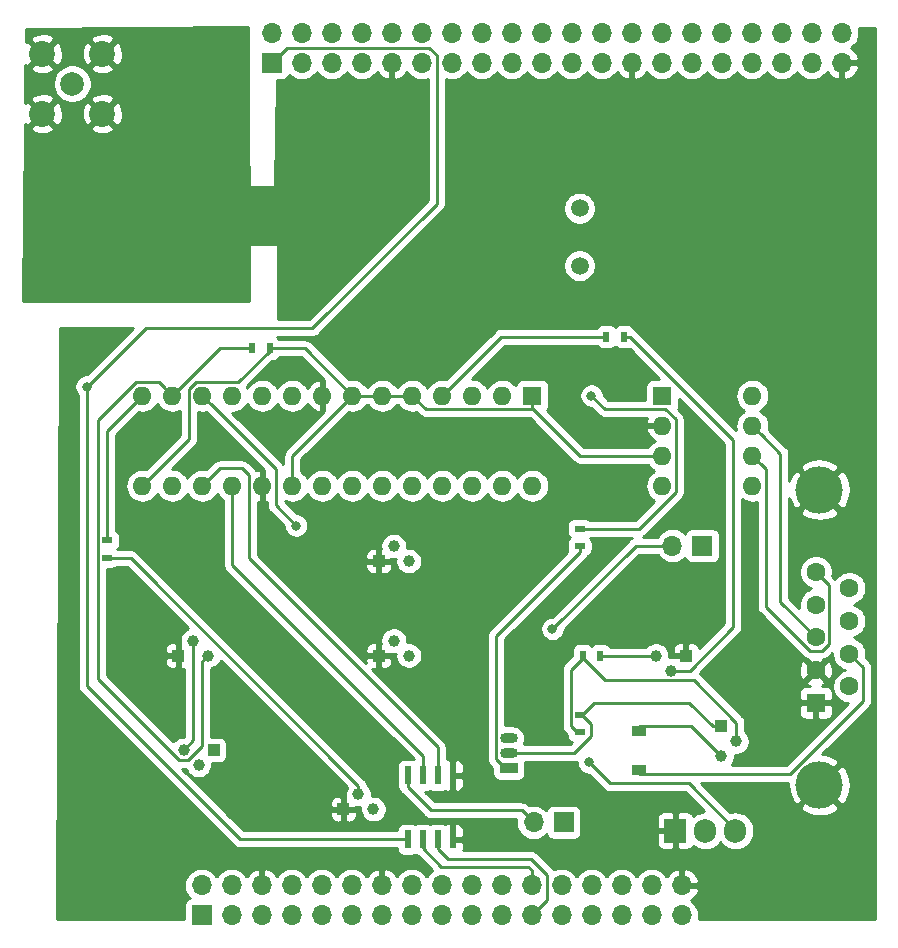
<source format=gbl>
G04 #@! TF.GenerationSoftware,KiCad,Pcbnew,(5.1.2)-1*
G04 #@! TF.CreationDate,2019-07-25T21:05:53-07:00*
G04 #@! TF.ProjectId,DashSight-Mezzanine-Card,44617368-5369-4676-9874-2d4d657a7a61,rev?*
G04 #@! TF.SameCoordinates,Original*
G04 #@! TF.FileFunction,Copper,L2,Bot*
G04 #@! TF.FilePolarity,Positive*
%FSLAX46Y46*%
G04 Gerber Fmt 4.6, Leading zero omitted, Abs format (unit mm)*
G04 Created by KiCad (PCBNEW (5.1.2)-1) date 2019-07-25 21:05:53*
%MOMM*%
%LPD*%
G04 APERTURE LIST*
%ADD10O,1.905000X2.000000*%
%ADD11R,1.905000X2.000000*%
%ADD12R,1.200000X0.900000*%
%ADD13R,1.700000X1.700000*%
%ADD14O,1.700000X1.700000*%
%ADD15R,0.600000X1.550000*%
%ADD16C,4.000000*%
%ADD17C,1.600000*%
%ADD18R,1.600000X1.600000*%
%ADD19O,1.600000X1.600000*%
%ADD20R,0.900000X0.500000*%
%ADD21C,2.200000*%
%ADD22C,2.000000*%
%ADD23C,1.500000*%
%ADD24R,0.500000X0.900000*%
%ADD25O,1.500000X0.900000*%
%ADD26R,1.500000X0.900000*%
%ADD27C,1.000000*%
%ADD28R,1.000000X1.000000*%
%ADD29C,0.800000*%
%ADD30C,0.250000*%
%ADD31C,0.254000*%
G04 APERTURE END LIST*
D10*
X186182000Y-115824000D03*
X183642000Y-115824000D03*
D11*
X181102000Y-115824000D03*
D12*
X178000000Y-110650000D03*
X178000000Y-107350000D03*
D13*
X171640500Y-115125500D03*
D14*
X169100500Y-115125500D03*
X180848000Y-91694000D03*
D13*
X183388000Y-91694000D03*
D15*
X158432500Y-111155500D03*
X159702500Y-111155500D03*
X160972500Y-111155500D03*
X162242500Y-111155500D03*
X162242500Y-116555500D03*
X160972500Y-116555500D03*
X159702500Y-116555500D03*
X158432500Y-116555500D03*
D16*
X193300000Y-86960000D03*
X193300000Y-111960000D03*
D17*
X195840000Y-95305000D03*
X195840000Y-98075000D03*
X195840000Y-100845000D03*
X195840000Y-103615000D03*
X193000000Y-93920000D03*
X193000000Y-96690000D03*
X193000000Y-99460000D03*
X193000000Y-102230000D03*
D18*
X193000000Y-105000000D03*
X169000000Y-79000000D03*
D19*
X135980000Y-86620000D03*
X166460000Y-79000000D03*
X138520000Y-86620000D03*
X163920000Y-79000000D03*
X141060000Y-86620000D03*
X161380000Y-79000000D03*
X143600000Y-86620000D03*
X158840000Y-79000000D03*
X146140000Y-86620000D03*
X156300000Y-79000000D03*
X148680000Y-86620000D03*
X153760000Y-79000000D03*
X151220000Y-86620000D03*
X151220000Y-79000000D03*
X153760000Y-86620000D03*
X148680000Y-79000000D03*
X156300000Y-86620000D03*
X146140000Y-79000000D03*
X158840000Y-86620000D03*
X143600000Y-79000000D03*
X161380000Y-86620000D03*
X141060000Y-79000000D03*
X163920000Y-86620000D03*
X138520000Y-79000000D03*
X166460000Y-86620000D03*
X135980000Y-79000000D03*
X169000000Y-86620000D03*
D20*
X173000000Y-106000000D03*
X173000000Y-107500000D03*
D21*
X127508000Y-55118000D03*
X127508000Y-50038000D03*
X132588000Y-50038000D03*
X132588000Y-55118000D03*
D22*
X130048000Y-52578000D03*
D23*
X173000000Y-68000000D03*
X173000000Y-63120000D03*
D18*
X180000000Y-79000000D03*
D19*
X187620000Y-86620000D03*
X180000000Y-81540000D03*
X187620000Y-84080000D03*
X180000000Y-84080000D03*
X187620000Y-81540000D03*
X180000000Y-86620000D03*
X187620000Y-79000000D03*
D13*
X141000000Y-123000000D03*
D14*
X141000000Y-120460000D03*
X143540000Y-123000000D03*
X143540000Y-120460000D03*
X146080000Y-123000000D03*
X146080000Y-120460000D03*
X148620000Y-123000000D03*
X148620000Y-120460000D03*
X151160000Y-123000000D03*
X151160000Y-120460000D03*
X153700000Y-123000000D03*
X153700000Y-120460000D03*
X156240000Y-123000000D03*
X156240000Y-120460000D03*
X158780000Y-123000000D03*
X158780000Y-120460000D03*
X161320000Y-123000000D03*
X161320000Y-120460000D03*
X163860000Y-123000000D03*
X163860000Y-120460000D03*
X166400000Y-123000000D03*
X166400000Y-120460000D03*
X168940000Y-123000000D03*
X168940000Y-120460000D03*
X171480000Y-123000000D03*
X171480000Y-120460000D03*
X174020000Y-123000000D03*
X174020000Y-120460000D03*
X176560000Y-123000000D03*
X176560000Y-120460000D03*
X179100000Y-123000000D03*
X179100000Y-120460000D03*
X181640000Y-123000000D03*
X181640000Y-120460000D03*
D13*
X146939000Y-50816000D03*
D14*
X146939000Y-48276000D03*
X149479000Y-50816000D03*
X149479000Y-48276000D03*
X152019000Y-50816000D03*
X152019000Y-48276000D03*
X154559000Y-50816000D03*
X154559000Y-48276000D03*
X157099000Y-50816000D03*
X157099000Y-48276000D03*
X159639000Y-50816000D03*
X159639000Y-48276000D03*
X162179000Y-50816000D03*
X162179000Y-48276000D03*
X164719000Y-50816000D03*
X164719000Y-48276000D03*
X167259000Y-50816000D03*
X167259000Y-48276000D03*
X169799000Y-50816000D03*
X169799000Y-48276000D03*
X172339000Y-50816000D03*
X172339000Y-48276000D03*
X174879000Y-50816000D03*
X174879000Y-48276000D03*
X177419000Y-50816000D03*
X177419000Y-48276000D03*
X179959000Y-50816000D03*
X179959000Y-48276000D03*
X182499000Y-50816000D03*
X182499000Y-48276000D03*
X185039000Y-50816000D03*
X185039000Y-48276000D03*
X187579000Y-50816000D03*
X187579000Y-48276000D03*
X190119000Y-50816000D03*
X190119000Y-48276000D03*
X192659000Y-50816000D03*
X192659000Y-48276000D03*
X195199000Y-50816000D03*
X195199000Y-48276000D03*
D24*
X175250000Y-74000000D03*
X176750000Y-74000000D03*
X146750000Y-75000000D03*
X145250000Y-75000000D03*
D20*
X173000000Y-91750000D03*
X173000000Y-90250000D03*
D24*
X173250000Y-101000000D03*
X174750000Y-101000000D03*
D20*
X133000000Y-92750000D03*
X133000000Y-91250000D03*
D25*
X167000000Y-109270000D03*
X167000000Y-108000000D03*
D26*
X167000000Y-110540000D03*
D27*
X157270000Y-91730000D03*
X158540000Y-93000000D03*
D28*
X156000000Y-93000000D03*
D27*
X157270000Y-99730000D03*
X158540000Y-101000000D03*
D28*
X156000000Y-101000000D03*
D27*
X154270000Y-112730000D03*
X155540000Y-114000000D03*
D28*
X153000000Y-114000000D03*
D27*
X186270000Y-108270000D03*
X185000000Y-109540000D03*
D28*
X185000000Y-107000000D03*
D27*
X140730000Y-110270000D03*
X139460000Y-109000000D03*
D28*
X142000000Y-109000000D03*
D27*
X180730000Y-102270000D03*
X179460000Y-101000000D03*
D28*
X182000000Y-101000000D03*
D27*
X140270000Y-99730000D03*
X141540000Y-101000000D03*
D28*
X139000000Y-101000000D03*
D29*
X135890000Y-60452000D03*
X138430000Y-60452000D03*
X140970000Y-60452000D03*
X135890000Y-62992000D03*
X140970000Y-62992000D03*
X135890000Y-65532000D03*
X138430000Y-65532000D03*
X140970000Y-65532000D03*
X130429000Y-67183000D03*
X173228000Y-75946000D03*
X136906000Y-111760000D03*
X158750000Y-55880000D03*
X163830000Y-55880000D03*
X158750000Y-59690000D03*
X163830000Y-59690000D03*
X133350000Y-116332000D03*
X133350000Y-119380000D03*
X173799500Y-110045500D03*
X170688000Y-98742500D03*
X174000000Y-79000000D03*
X131254500Y-78232000D03*
X149000000Y-90000000D03*
D30*
X137720001Y-78200001D02*
X138520000Y-79000000D01*
X137394999Y-77874999D02*
X137720001Y-78200001D01*
X135439999Y-77874999D02*
X137394999Y-77874999D01*
X132224999Y-102986001D02*
X132224999Y-81089999D01*
X139063999Y-109825001D02*
X132224999Y-102986001D01*
X132224999Y-81089999D02*
X135439999Y-77874999D01*
X139856001Y-109825001D02*
X139063999Y-109825001D01*
X141040001Y-108641001D02*
X139856001Y-109825001D01*
X141040001Y-101499999D02*
X141040001Y-108641001D01*
X141540000Y-101000000D02*
X141040001Y-101499999D01*
X142520000Y-75000000D02*
X138520000Y-79000000D01*
X145250000Y-75000000D02*
X142520000Y-75000000D01*
X140270000Y-108190000D02*
X140270000Y-99730000D01*
X139460000Y-109000000D02*
X140270000Y-108190000D01*
X177250000Y-74000000D02*
X186000000Y-82750000D01*
X176750000Y-74000000D02*
X177250000Y-74000000D01*
X182315002Y-102270000D02*
X180730000Y-102270000D01*
X186000000Y-98585002D02*
X182315002Y-102270000D01*
X186000000Y-82750000D02*
X186000000Y-98585002D01*
X174750000Y-101000000D02*
X179460000Y-101000000D01*
X173200000Y-107500000D02*
X173000000Y-107500000D01*
X172800000Y-107500000D02*
X173000000Y-107500000D01*
X172224999Y-106924999D02*
X172800000Y-107500000D01*
X172224999Y-102225001D02*
X172224999Y-106924999D01*
X173250000Y-101200000D02*
X172224999Y-102225001D01*
X173250000Y-101200000D02*
X173250000Y-101000000D01*
X175145001Y-103095001D02*
X173250000Y-101200000D01*
X182680003Y-103095001D02*
X175145001Y-103095001D01*
X186270000Y-106684998D02*
X182680003Y-103095001D01*
X186270000Y-108270000D02*
X186270000Y-106684998D01*
X173000000Y-106000000D02*
X172800000Y-106000000D01*
X184250000Y-107000000D02*
X185000000Y-107000000D01*
X182250000Y-105000000D02*
X184250000Y-107000000D01*
X167000000Y-109270000D02*
X172515002Y-109270000D01*
X172515002Y-109270000D02*
X174000000Y-107785002D01*
X174000000Y-107785002D02*
X174000000Y-106800000D01*
X174000000Y-106800000D02*
X173200000Y-106000000D01*
X173200000Y-106000000D02*
X174200000Y-105000000D01*
X174200000Y-105000000D02*
X182250000Y-105000000D01*
X154270000Y-112022894D02*
X154270000Y-112730000D01*
X134997106Y-92750000D02*
X154270000Y-112022894D01*
X133000000Y-92750000D02*
X134997106Y-92750000D01*
X166700000Y-110540000D02*
X167000000Y-110540000D01*
X165924990Y-109764990D02*
X166700000Y-110540000D01*
X165924990Y-99325010D02*
X165924990Y-109764990D01*
X173000000Y-92250000D02*
X165924990Y-99325010D01*
X173000000Y-91750000D02*
X173000000Y-92250000D01*
X186182000Y-115776500D02*
X186182000Y-115824000D01*
X182229000Y-111823500D02*
X186182000Y-115776500D01*
X175577500Y-111823500D02*
X182229000Y-111823500D01*
X173799500Y-110045500D02*
X175577500Y-111823500D01*
X133000000Y-81980000D02*
X133000000Y-91250000D01*
X135980000Y-79000000D02*
X133000000Y-81980000D01*
X188419999Y-84879999D02*
X187620000Y-84080000D01*
X188745001Y-96870003D02*
X188745001Y-85205001D01*
X192459999Y-100585001D02*
X188745001Y-96870003D01*
X193540001Y-100585001D02*
X192459999Y-100585001D01*
X194125001Y-100000001D02*
X193540001Y-100585001D01*
X188745001Y-85205001D02*
X188419999Y-84879999D01*
X194125001Y-95045001D02*
X194125001Y-100000001D01*
X193000000Y-93920000D02*
X194125001Y-95045001D01*
X188419999Y-82339999D02*
X187620000Y-81540000D01*
X190000000Y-83920000D02*
X188419999Y-82339999D01*
X190000000Y-96460000D02*
X190000000Y-83920000D01*
X193000000Y-99460000D02*
X190000000Y-96460000D01*
X196965001Y-101970001D02*
X195840000Y-100845000D01*
X196965001Y-104853997D02*
X196965001Y-101970001D01*
X190818998Y-111000000D02*
X196965001Y-104853997D01*
X178000000Y-111000000D02*
X190818998Y-111000000D01*
X177736500Y-91694000D02*
X170688000Y-98742500D01*
X180848000Y-91694000D02*
X177736500Y-91694000D01*
X178035002Y-90250000D02*
X173000000Y-90250000D01*
X181125001Y-87160001D02*
X178035002Y-90250000D01*
X180250003Y-80125001D02*
X181125001Y-80999999D01*
X175125001Y-80125001D02*
X180250003Y-80125001D01*
X181125001Y-80999999D02*
X181125001Y-87160001D01*
X174000000Y-79000000D02*
X175125001Y-80125001D01*
X173030000Y-84080000D02*
X169000000Y-80050000D01*
X180000000Y-84080000D02*
X173030000Y-84080000D01*
X149760000Y-75000000D02*
X153760000Y-79000000D01*
X146750000Y-75000000D02*
X149760000Y-75000000D01*
X148680000Y-84080000D02*
X153760000Y-79000000D01*
X148680000Y-86620000D02*
X148680000Y-84080000D01*
X153760000Y-79000000D02*
X156300000Y-79000000D01*
X156300000Y-79000000D02*
X158840000Y-79000000D01*
X169000000Y-80050000D02*
X169000000Y-79000000D01*
X168924999Y-80125001D02*
X169000000Y-80050000D01*
X159965001Y-80125001D02*
X168924999Y-80125001D01*
X158840000Y-79000000D02*
X159965001Y-80125001D01*
X136779999Y-85820001D02*
X135980000Y-86620000D01*
X139934999Y-82665001D02*
X136779999Y-85820001D01*
X139934999Y-78459999D02*
X139934999Y-82665001D01*
X140519999Y-77874999D02*
X139934999Y-78459999D01*
X144075001Y-77874999D02*
X140519999Y-77874999D01*
X146750000Y-75200000D02*
X144075001Y-77874999D01*
X146750000Y-75000000D02*
X146750000Y-75200000D01*
X158432500Y-111155500D02*
X158432500Y-112141000D01*
X158432500Y-112141000D02*
X160401000Y-114109500D01*
X168084500Y-114109500D02*
X169100500Y-115125500D01*
X160401000Y-114109500D02*
X168084500Y-114109500D01*
X166380000Y-74000000D02*
X161380000Y-79000000D01*
X175250000Y-74000000D02*
X166380000Y-74000000D01*
X158432500Y-116555500D02*
X144241500Y-116555500D01*
X144241500Y-116555500D02*
X131254500Y-103568500D01*
X131254500Y-103568500D02*
X131254500Y-78232000D01*
X160909000Y-50181000D02*
X160274000Y-49546000D01*
X148209000Y-49546000D02*
X146939000Y-50816000D01*
X160274000Y-49546000D02*
X148209000Y-49546000D01*
X131318000Y-78232000D02*
X131254500Y-78232000D01*
X136271000Y-73279000D02*
X131318000Y-78232000D01*
X150368000Y-73279000D02*
X136271000Y-73279000D01*
X160909000Y-50165000D02*
X160909000Y-62738000D01*
X160909000Y-62738000D02*
X150368000Y-73279000D01*
X141859999Y-79799999D02*
X141060000Y-79000000D01*
X147265001Y-85205001D02*
X141859999Y-79799999D01*
X147265001Y-88265001D02*
X147265001Y-85205001D01*
X149000000Y-90000000D02*
X147265001Y-88265001D01*
X160972500Y-116555500D02*
X160972500Y-117348000D01*
X160972500Y-117348000D02*
X161861500Y-118237000D01*
X161861500Y-118237000D02*
X168910000Y-118237000D01*
X168910000Y-118237000D02*
X170243500Y-119570500D01*
X170243500Y-121696500D02*
X168940000Y-123000000D01*
X170243500Y-119570500D02*
X170243500Y-121696500D01*
X168940000Y-120460000D02*
X168940000Y-119156000D01*
X168940000Y-119156000D02*
X168656000Y-118872000D01*
X168656000Y-118872000D02*
X161290000Y-118872000D01*
X159702500Y-117284500D02*
X159702500Y-116555500D01*
X161290000Y-118872000D02*
X159702500Y-117284500D01*
X160972500Y-111155500D02*
X160972500Y-108775500D01*
X160972500Y-108775500D02*
X144970500Y-92773500D01*
X144970500Y-92773500D02*
X144970500Y-85725000D01*
X144970500Y-85725000D02*
X144399000Y-85153500D01*
X142526500Y-85153500D02*
X141060000Y-86620000D01*
X144399000Y-85153500D02*
X142526500Y-85153500D01*
X159702500Y-111155500D02*
X159702500Y-109474000D01*
X143600000Y-93371500D02*
X143600000Y-86620000D01*
X159702500Y-109474000D02*
X143600000Y-93371500D01*
X182460000Y-107000000D02*
X185000000Y-109540000D01*
X178000000Y-107000000D02*
X182460000Y-107000000D01*
D31*
G36*
X145033310Y-70993000D02*
G01*
X125858391Y-70993000D01*
X126018263Y-56324712D01*
X126480893Y-56324712D01*
X126588726Y-56599338D01*
X126895384Y-56750216D01*
X127225585Y-56838369D01*
X127566639Y-56860409D01*
X127905439Y-56815489D01*
X128228966Y-56705336D01*
X128427274Y-56599338D01*
X128535107Y-56324712D01*
X131560893Y-56324712D01*
X131668726Y-56599338D01*
X131975384Y-56750216D01*
X132305585Y-56838369D01*
X132646639Y-56860409D01*
X132985439Y-56815489D01*
X133308966Y-56705336D01*
X133507274Y-56599338D01*
X133615107Y-56324712D01*
X132588000Y-55297605D01*
X131560893Y-56324712D01*
X128535107Y-56324712D01*
X127508000Y-55297605D01*
X126480893Y-56324712D01*
X126018263Y-56324712D01*
X126021502Y-56027620D01*
X126026662Y-56037274D01*
X126301288Y-56145107D01*
X127328395Y-55118000D01*
X127687605Y-55118000D01*
X128714712Y-56145107D01*
X128989338Y-56037274D01*
X129140216Y-55730616D01*
X129228369Y-55400415D01*
X129242830Y-55176639D01*
X130845591Y-55176639D01*
X130890511Y-55515439D01*
X131000664Y-55838966D01*
X131106662Y-56037274D01*
X131381288Y-56145107D01*
X132408395Y-55118000D01*
X132767605Y-55118000D01*
X133794712Y-56145107D01*
X134069338Y-56037274D01*
X134220216Y-55730616D01*
X134308369Y-55400415D01*
X134330409Y-55059361D01*
X134285489Y-54720561D01*
X134175336Y-54397034D01*
X134069338Y-54198726D01*
X133794712Y-54090893D01*
X132767605Y-55118000D01*
X132408395Y-55118000D01*
X131381288Y-54090893D01*
X131106662Y-54198726D01*
X130955784Y-54505384D01*
X130867631Y-54835585D01*
X130845591Y-55176639D01*
X129242830Y-55176639D01*
X129250409Y-55059361D01*
X129205489Y-54720561D01*
X129095336Y-54397034D01*
X128989338Y-54198726D01*
X128714712Y-54090893D01*
X127687605Y-55118000D01*
X127328395Y-55118000D01*
X126301288Y-54090893D01*
X126041499Y-54192900D01*
X126044568Y-53911288D01*
X126480893Y-53911288D01*
X127508000Y-54938395D01*
X128535107Y-53911288D01*
X128427274Y-53636662D01*
X128120616Y-53485784D01*
X127790415Y-53397631D01*
X127449361Y-53375591D01*
X127110561Y-53420511D01*
X126787034Y-53530664D01*
X126588726Y-53636662D01*
X126480893Y-53911288D01*
X126044568Y-53911288D01*
X126060854Y-52416967D01*
X128413000Y-52416967D01*
X128413000Y-52739033D01*
X128475832Y-53054912D01*
X128599082Y-53352463D01*
X128778013Y-53620252D01*
X129005748Y-53847987D01*
X129273537Y-54026918D01*
X129571088Y-54150168D01*
X129886967Y-54213000D01*
X130209033Y-54213000D01*
X130524912Y-54150168D01*
X130822463Y-54026918D01*
X130995515Y-53911288D01*
X131560893Y-53911288D01*
X132588000Y-54938395D01*
X133615107Y-53911288D01*
X133507274Y-53636662D01*
X133200616Y-53485784D01*
X132870415Y-53397631D01*
X132529361Y-53375591D01*
X132190561Y-53420511D01*
X131867034Y-53530664D01*
X131668726Y-53636662D01*
X131560893Y-53911288D01*
X130995515Y-53911288D01*
X131090252Y-53847987D01*
X131317987Y-53620252D01*
X131496918Y-53352463D01*
X131620168Y-53054912D01*
X131683000Y-52739033D01*
X131683000Y-52416967D01*
X131620168Y-52101088D01*
X131496918Y-51803537D01*
X131317987Y-51535748D01*
X131090252Y-51308013D01*
X130995516Y-51244712D01*
X131560893Y-51244712D01*
X131668726Y-51519338D01*
X131975384Y-51670216D01*
X132305585Y-51758369D01*
X132646639Y-51780409D01*
X132985439Y-51735489D01*
X133308966Y-51625336D01*
X133507274Y-51519338D01*
X133615107Y-51244712D01*
X132588000Y-50217605D01*
X131560893Y-51244712D01*
X130995516Y-51244712D01*
X130822463Y-51129082D01*
X130524912Y-51005832D01*
X130209033Y-50943000D01*
X129886967Y-50943000D01*
X129571088Y-51005832D01*
X129273537Y-51129082D01*
X129005748Y-51308013D01*
X128778013Y-51535748D01*
X128599082Y-51803537D01*
X128475832Y-52101088D01*
X128413000Y-52416967D01*
X126060854Y-52416967D01*
X126073631Y-51244712D01*
X126480893Y-51244712D01*
X126588726Y-51519338D01*
X126895384Y-51670216D01*
X127225585Y-51758369D01*
X127566639Y-51780409D01*
X127905439Y-51735489D01*
X128228966Y-51625336D01*
X128427274Y-51519338D01*
X128535107Y-51244712D01*
X127508000Y-50217605D01*
X126480893Y-51244712D01*
X126073631Y-51244712D01*
X126076551Y-50976863D01*
X126301288Y-51065107D01*
X127328395Y-50038000D01*
X127687605Y-50038000D01*
X128714712Y-51065107D01*
X128989338Y-50957274D01*
X129140216Y-50650616D01*
X129228369Y-50320415D01*
X129242830Y-50096639D01*
X130845591Y-50096639D01*
X130890511Y-50435439D01*
X131000664Y-50758966D01*
X131106662Y-50957274D01*
X131381288Y-51065107D01*
X132408395Y-50038000D01*
X132767605Y-50038000D01*
X133794712Y-51065107D01*
X134069338Y-50957274D01*
X134220216Y-50650616D01*
X134308369Y-50320415D01*
X134330409Y-49979361D01*
X134285489Y-49640561D01*
X134175336Y-49317034D01*
X134069338Y-49118726D01*
X133794712Y-49010893D01*
X132767605Y-50038000D01*
X132408395Y-50038000D01*
X131381288Y-49010893D01*
X131106662Y-49118726D01*
X130955784Y-49425384D01*
X130867631Y-49755585D01*
X130845591Y-50096639D01*
X129242830Y-50096639D01*
X129250409Y-49979361D01*
X129205489Y-49640561D01*
X129095336Y-49317034D01*
X128989338Y-49118726D01*
X128714712Y-49010893D01*
X127687605Y-50038000D01*
X127328395Y-50038000D01*
X126301288Y-49010893D01*
X126097104Y-49091066D01*
X126099935Y-48831288D01*
X126480893Y-48831288D01*
X127508000Y-49858395D01*
X128535107Y-48831288D01*
X131560893Y-48831288D01*
X132588000Y-49858395D01*
X133615107Y-48831288D01*
X133507274Y-48556662D01*
X133200616Y-48405784D01*
X132870415Y-48317631D01*
X132529361Y-48295591D01*
X132190561Y-48340511D01*
X131867034Y-48450664D01*
X131668726Y-48556662D01*
X131560893Y-48831288D01*
X128535107Y-48831288D01*
X128427274Y-48556662D01*
X128120616Y-48405784D01*
X127790415Y-48317631D01*
X127449361Y-48295591D01*
X127110561Y-48340511D01*
X126787034Y-48450664D01*
X126588726Y-48556662D01*
X126480893Y-48831288D01*
X126099935Y-48831288D01*
X126109632Y-47941665D01*
X144907691Y-47816345D01*
X145033310Y-70993000D01*
X145033310Y-70993000D01*
G37*
X145033310Y-70993000D02*
X125858391Y-70993000D01*
X126018263Y-56324712D01*
X126480893Y-56324712D01*
X126588726Y-56599338D01*
X126895384Y-56750216D01*
X127225585Y-56838369D01*
X127566639Y-56860409D01*
X127905439Y-56815489D01*
X128228966Y-56705336D01*
X128427274Y-56599338D01*
X128535107Y-56324712D01*
X131560893Y-56324712D01*
X131668726Y-56599338D01*
X131975384Y-56750216D01*
X132305585Y-56838369D01*
X132646639Y-56860409D01*
X132985439Y-56815489D01*
X133308966Y-56705336D01*
X133507274Y-56599338D01*
X133615107Y-56324712D01*
X132588000Y-55297605D01*
X131560893Y-56324712D01*
X128535107Y-56324712D01*
X127508000Y-55297605D01*
X126480893Y-56324712D01*
X126018263Y-56324712D01*
X126021502Y-56027620D01*
X126026662Y-56037274D01*
X126301288Y-56145107D01*
X127328395Y-55118000D01*
X127687605Y-55118000D01*
X128714712Y-56145107D01*
X128989338Y-56037274D01*
X129140216Y-55730616D01*
X129228369Y-55400415D01*
X129242830Y-55176639D01*
X130845591Y-55176639D01*
X130890511Y-55515439D01*
X131000664Y-55838966D01*
X131106662Y-56037274D01*
X131381288Y-56145107D01*
X132408395Y-55118000D01*
X132767605Y-55118000D01*
X133794712Y-56145107D01*
X134069338Y-56037274D01*
X134220216Y-55730616D01*
X134308369Y-55400415D01*
X134330409Y-55059361D01*
X134285489Y-54720561D01*
X134175336Y-54397034D01*
X134069338Y-54198726D01*
X133794712Y-54090893D01*
X132767605Y-55118000D01*
X132408395Y-55118000D01*
X131381288Y-54090893D01*
X131106662Y-54198726D01*
X130955784Y-54505384D01*
X130867631Y-54835585D01*
X130845591Y-55176639D01*
X129242830Y-55176639D01*
X129250409Y-55059361D01*
X129205489Y-54720561D01*
X129095336Y-54397034D01*
X128989338Y-54198726D01*
X128714712Y-54090893D01*
X127687605Y-55118000D01*
X127328395Y-55118000D01*
X126301288Y-54090893D01*
X126041499Y-54192900D01*
X126044568Y-53911288D01*
X126480893Y-53911288D01*
X127508000Y-54938395D01*
X128535107Y-53911288D01*
X128427274Y-53636662D01*
X128120616Y-53485784D01*
X127790415Y-53397631D01*
X127449361Y-53375591D01*
X127110561Y-53420511D01*
X126787034Y-53530664D01*
X126588726Y-53636662D01*
X126480893Y-53911288D01*
X126044568Y-53911288D01*
X126060854Y-52416967D01*
X128413000Y-52416967D01*
X128413000Y-52739033D01*
X128475832Y-53054912D01*
X128599082Y-53352463D01*
X128778013Y-53620252D01*
X129005748Y-53847987D01*
X129273537Y-54026918D01*
X129571088Y-54150168D01*
X129886967Y-54213000D01*
X130209033Y-54213000D01*
X130524912Y-54150168D01*
X130822463Y-54026918D01*
X130995515Y-53911288D01*
X131560893Y-53911288D01*
X132588000Y-54938395D01*
X133615107Y-53911288D01*
X133507274Y-53636662D01*
X133200616Y-53485784D01*
X132870415Y-53397631D01*
X132529361Y-53375591D01*
X132190561Y-53420511D01*
X131867034Y-53530664D01*
X131668726Y-53636662D01*
X131560893Y-53911288D01*
X130995515Y-53911288D01*
X131090252Y-53847987D01*
X131317987Y-53620252D01*
X131496918Y-53352463D01*
X131620168Y-53054912D01*
X131683000Y-52739033D01*
X131683000Y-52416967D01*
X131620168Y-52101088D01*
X131496918Y-51803537D01*
X131317987Y-51535748D01*
X131090252Y-51308013D01*
X130995516Y-51244712D01*
X131560893Y-51244712D01*
X131668726Y-51519338D01*
X131975384Y-51670216D01*
X132305585Y-51758369D01*
X132646639Y-51780409D01*
X132985439Y-51735489D01*
X133308966Y-51625336D01*
X133507274Y-51519338D01*
X133615107Y-51244712D01*
X132588000Y-50217605D01*
X131560893Y-51244712D01*
X130995516Y-51244712D01*
X130822463Y-51129082D01*
X130524912Y-51005832D01*
X130209033Y-50943000D01*
X129886967Y-50943000D01*
X129571088Y-51005832D01*
X129273537Y-51129082D01*
X129005748Y-51308013D01*
X128778013Y-51535748D01*
X128599082Y-51803537D01*
X128475832Y-52101088D01*
X128413000Y-52416967D01*
X126060854Y-52416967D01*
X126073631Y-51244712D01*
X126480893Y-51244712D01*
X126588726Y-51519338D01*
X126895384Y-51670216D01*
X127225585Y-51758369D01*
X127566639Y-51780409D01*
X127905439Y-51735489D01*
X128228966Y-51625336D01*
X128427274Y-51519338D01*
X128535107Y-51244712D01*
X127508000Y-50217605D01*
X126480893Y-51244712D01*
X126073631Y-51244712D01*
X126076551Y-50976863D01*
X126301288Y-51065107D01*
X127328395Y-50038000D01*
X127687605Y-50038000D01*
X128714712Y-51065107D01*
X128989338Y-50957274D01*
X129140216Y-50650616D01*
X129228369Y-50320415D01*
X129242830Y-50096639D01*
X130845591Y-50096639D01*
X130890511Y-50435439D01*
X131000664Y-50758966D01*
X131106662Y-50957274D01*
X131381288Y-51065107D01*
X132408395Y-50038000D01*
X132767605Y-50038000D01*
X133794712Y-51065107D01*
X134069338Y-50957274D01*
X134220216Y-50650616D01*
X134308369Y-50320415D01*
X134330409Y-49979361D01*
X134285489Y-49640561D01*
X134175336Y-49317034D01*
X134069338Y-49118726D01*
X133794712Y-49010893D01*
X132767605Y-50038000D01*
X132408395Y-50038000D01*
X131381288Y-49010893D01*
X131106662Y-49118726D01*
X130955784Y-49425384D01*
X130867631Y-49755585D01*
X130845591Y-50096639D01*
X129242830Y-50096639D01*
X129250409Y-49979361D01*
X129205489Y-49640561D01*
X129095336Y-49317034D01*
X128989338Y-49118726D01*
X128714712Y-49010893D01*
X127687605Y-50038000D01*
X127328395Y-50038000D01*
X126301288Y-49010893D01*
X126097104Y-49091066D01*
X126099935Y-48831288D01*
X126480893Y-48831288D01*
X127508000Y-49858395D01*
X128535107Y-48831288D01*
X131560893Y-48831288D01*
X132588000Y-49858395D01*
X133615107Y-48831288D01*
X133507274Y-48556662D01*
X133200616Y-48405784D01*
X132870415Y-48317631D01*
X132529361Y-48295591D01*
X132190561Y-48340511D01*
X131867034Y-48450664D01*
X131668726Y-48556662D01*
X131560893Y-48831288D01*
X128535107Y-48831288D01*
X128427274Y-48556662D01*
X128120616Y-48405784D01*
X127790415Y-48317631D01*
X127449361Y-48295591D01*
X127110561Y-48340511D01*
X126787034Y-48450664D01*
X126588726Y-48556662D01*
X126480893Y-48831288D01*
X126099935Y-48831288D01*
X126109632Y-47941665D01*
X144907691Y-47816345D01*
X145033310Y-70993000D01*
G36*
X131278199Y-77197000D02*
G01*
X131152561Y-77197000D01*
X130952602Y-77236774D01*
X130764244Y-77314795D01*
X130594726Y-77428063D01*
X130450563Y-77572226D01*
X130337295Y-77741744D01*
X130259274Y-77930102D01*
X130219500Y-78130061D01*
X130219500Y-78333939D01*
X130259274Y-78533898D01*
X130337295Y-78722256D01*
X130450563Y-78891774D01*
X130494501Y-78935712D01*
X130494500Y-103531178D01*
X130490824Y-103568500D01*
X130494500Y-103605822D01*
X130494500Y-103605832D01*
X130505497Y-103717485D01*
X130544331Y-103845506D01*
X130548954Y-103860746D01*
X130619526Y-103992776D01*
X130659371Y-104041326D01*
X130714499Y-104108501D01*
X130743503Y-104132304D01*
X143677701Y-117066503D01*
X143701499Y-117095501D01*
X143730497Y-117119299D01*
X143817224Y-117190474D01*
X143949253Y-117261046D01*
X144092514Y-117304503D01*
X144241500Y-117319177D01*
X144278833Y-117315500D01*
X157494428Y-117315500D01*
X157494428Y-117330500D01*
X157506688Y-117454982D01*
X157542998Y-117574680D01*
X157601963Y-117684994D01*
X157681315Y-117781685D01*
X157778006Y-117861037D01*
X157888320Y-117920002D01*
X158008018Y-117956312D01*
X158132500Y-117968572D01*
X158732500Y-117968572D01*
X158856982Y-117956312D01*
X158976680Y-117920002D01*
X159067500Y-117871457D01*
X159158320Y-117920002D01*
X159278018Y-117956312D01*
X159301859Y-117958660D01*
X160537585Y-119194387D01*
X160490986Y-119219294D01*
X160264866Y-119404866D01*
X160079294Y-119630986D01*
X160050000Y-119685791D01*
X160020706Y-119630986D01*
X159835134Y-119404866D01*
X159609014Y-119219294D01*
X159351034Y-119081401D01*
X159071111Y-118996487D01*
X158852950Y-118975000D01*
X158707050Y-118975000D01*
X158488889Y-118996487D01*
X158208966Y-119081401D01*
X157950986Y-119219294D01*
X157724866Y-119404866D01*
X157539294Y-119630986D01*
X157504799Y-119695523D01*
X157435178Y-119578645D01*
X157240269Y-119362412D01*
X157006920Y-119188359D01*
X156744099Y-119063175D01*
X156596890Y-119018524D01*
X156367000Y-119139845D01*
X156367000Y-120333000D01*
X156387000Y-120333000D01*
X156387000Y-120587000D01*
X156367000Y-120587000D01*
X156367000Y-120607000D01*
X156113000Y-120607000D01*
X156113000Y-120587000D01*
X156093000Y-120587000D01*
X156093000Y-120333000D01*
X156113000Y-120333000D01*
X156113000Y-119139845D01*
X155883110Y-119018524D01*
X155735901Y-119063175D01*
X155473080Y-119188359D01*
X155239731Y-119362412D01*
X155044822Y-119578645D01*
X154975201Y-119695523D01*
X154940706Y-119630986D01*
X154755134Y-119404866D01*
X154529014Y-119219294D01*
X154271034Y-119081401D01*
X153991111Y-118996487D01*
X153772950Y-118975000D01*
X153627050Y-118975000D01*
X153408889Y-118996487D01*
X153128966Y-119081401D01*
X152870986Y-119219294D01*
X152644866Y-119404866D01*
X152459294Y-119630986D01*
X152430000Y-119685791D01*
X152400706Y-119630986D01*
X152215134Y-119404866D01*
X151989014Y-119219294D01*
X151731034Y-119081401D01*
X151451111Y-118996487D01*
X151232950Y-118975000D01*
X151087050Y-118975000D01*
X150868889Y-118996487D01*
X150588966Y-119081401D01*
X150330986Y-119219294D01*
X150104866Y-119404866D01*
X149919294Y-119630986D01*
X149890000Y-119685791D01*
X149860706Y-119630986D01*
X149675134Y-119404866D01*
X149449014Y-119219294D01*
X149191034Y-119081401D01*
X148911111Y-118996487D01*
X148692950Y-118975000D01*
X148547050Y-118975000D01*
X148328889Y-118996487D01*
X148048966Y-119081401D01*
X147790986Y-119219294D01*
X147564866Y-119404866D01*
X147379294Y-119630986D01*
X147344799Y-119695523D01*
X147275178Y-119578645D01*
X147080269Y-119362412D01*
X146846920Y-119188359D01*
X146584099Y-119063175D01*
X146436890Y-119018524D01*
X146207000Y-119139845D01*
X146207000Y-120333000D01*
X146227000Y-120333000D01*
X146227000Y-120587000D01*
X146207000Y-120587000D01*
X146207000Y-120607000D01*
X145953000Y-120607000D01*
X145953000Y-120587000D01*
X145933000Y-120587000D01*
X145933000Y-120333000D01*
X145953000Y-120333000D01*
X145953000Y-119139845D01*
X145723110Y-119018524D01*
X145575901Y-119063175D01*
X145313080Y-119188359D01*
X145079731Y-119362412D01*
X144884822Y-119578645D01*
X144815201Y-119695523D01*
X144780706Y-119630986D01*
X144595134Y-119404866D01*
X144369014Y-119219294D01*
X144111034Y-119081401D01*
X143831111Y-118996487D01*
X143612950Y-118975000D01*
X143467050Y-118975000D01*
X143248889Y-118996487D01*
X142968966Y-119081401D01*
X142710986Y-119219294D01*
X142484866Y-119404866D01*
X142299294Y-119630986D01*
X142270000Y-119685791D01*
X142240706Y-119630986D01*
X142055134Y-119404866D01*
X141829014Y-119219294D01*
X141571034Y-119081401D01*
X141291111Y-118996487D01*
X141072950Y-118975000D01*
X140927050Y-118975000D01*
X140708889Y-118996487D01*
X140428966Y-119081401D01*
X140170986Y-119219294D01*
X139944866Y-119404866D01*
X139759294Y-119630986D01*
X139621401Y-119888966D01*
X139536487Y-120168889D01*
X139507815Y-120460000D01*
X139536487Y-120751111D01*
X139621401Y-121031034D01*
X139759294Y-121289014D01*
X139944866Y-121515134D01*
X139974687Y-121539607D01*
X139905820Y-121560498D01*
X139795506Y-121619463D01*
X139698815Y-121698815D01*
X139619463Y-121795506D01*
X139560498Y-121905820D01*
X139524188Y-122025518D01*
X139511928Y-122150000D01*
X139511928Y-123317000D01*
X128778643Y-123317000D01*
X129031360Y-73279000D01*
X135196198Y-73279000D01*
X131278199Y-77197000D01*
X131278199Y-77197000D01*
G37*
X131278199Y-77197000D02*
X131152561Y-77197000D01*
X130952602Y-77236774D01*
X130764244Y-77314795D01*
X130594726Y-77428063D01*
X130450563Y-77572226D01*
X130337295Y-77741744D01*
X130259274Y-77930102D01*
X130219500Y-78130061D01*
X130219500Y-78333939D01*
X130259274Y-78533898D01*
X130337295Y-78722256D01*
X130450563Y-78891774D01*
X130494501Y-78935712D01*
X130494500Y-103531178D01*
X130490824Y-103568500D01*
X130494500Y-103605822D01*
X130494500Y-103605832D01*
X130505497Y-103717485D01*
X130544331Y-103845506D01*
X130548954Y-103860746D01*
X130619526Y-103992776D01*
X130659371Y-104041326D01*
X130714499Y-104108501D01*
X130743503Y-104132304D01*
X143677701Y-117066503D01*
X143701499Y-117095501D01*
X143730497Y-117119299D01*
X143817224Y-117190474D01*
X143949253Y-117261046D01*
X144092514Y-117304503D01*
X144241500Y-117319177D01*
X144278833Y-117315500D01*
X157494428Y-117315500D01*
X157494428Y-117330500D01*
X157506688Y-117454982D01*
X157542998Y-117574680D01*
X157601963Y-117684994D01*
X157681315Y-117781685D01*
X157778006Y-117861037D01*
X157888320Y-117920002D01*
X158008018Y-117956312D01*
X158132500Y-117968572D01*
X158732500Y-117968572D01*
X158856982Y-117956312D01*
X158976680Y-117920002D01*
X159067500Y-117871457D01*
X159158320Y-117920002D01*
X159278018Y-117956312D01*
X159301859Y-117958660D01*
X160537585Y-119194387D01*
X160490986Y-119219294D01*
X160264866Y-119404866D01*
X160079294Y-119630986D01*
X160050000Y-119685791D01*
X160020706Y-119630986D01*
X159835134Y-119404866D01*
X159609014Y-119219294D01*
X159351034Y-119081401D01*
X159071111Y-118996487D01*
X158852950Y-118975000D01*
X158707050Y-118975000D01*
X158488889Y-118996487D01*
X158208966Y-119081401D01*
X157950986Y-119219294D01*
X157724866Y-119404866D01*
X157539294Y-119630986D01*
X157504799Y-119695523D01*
X157435178Y-119578645D01*
X157240269Y-119362412D01*
X157006920Y-119188359D01*
X156744099Y-119063175D01*
X156596890Y-119018524D01*
X156367000Y-119139845D01*
X156367000Y-120333000D01*
X156387000Y-120333000D01*
X156387000Y-120587000D01*
X156367000Y-120587000D01*
X156367000Y-120607000D01*
X156113000Y-120607000D01*
X156113000Y-120587000D01*
X156093000Y-120587000D01*
X156093000Y-120333000D01*
X156113000Y-120333000D01*
X156113000Y-119139845D01*
X155883110Y-119018524D01*
X155735901Y-119063175D01*
X155473080Y-119188359D01*
X155239731Y-119362412D01*
X155044822Y-119578645D01*
X154975201Y-119695523D01*
X154940706Y-119630986D01*
X154755134Y-119404866D01*
X154529014Y-119219294D01*
X154271034Y-119081401D01*
X153991111Y-118996487D01*
X153772950Y-118975000D01*
X153627050Y-118975000D01*
X153408889Y-118996487D01*
X153128966Y-119081401D01*
X152870986Y-119219294D01*
X152644866Y-119404866D01*
X152459294Y-119630986D01*
X152430000Y-119685791D01*
X152400706Y-119630986D01*
X152215134Y-119404866D01*
X151989014Y-119219294D01*
X151731034Y-119081401D01*
X151451111Y-118996487D01*
X151232950Y-118975000D01*
X151087050Y-118975000D01*
X150868889Y-118996487D01*
X150588966Y-119081401D01*
X150330986Y-119219294D01*
X150104866Y-119404866D01*
X149919294Y-119630986D01*
X149890000Y-119685791D01*
X149860706Y-119630986D01*
X149675134Y-119404866D01*
X149449014Y-119219294D01*
X149191034Y-119081401D01*
X148911111Y-118996487D01*
X148692950Y-118975000D01*
X148547050Y-118975000D01*
X148328889Y-118996487D01*
X148048966Y-119081401D01*
X147790986Y-119219294D01*
X147564866Y-119404866D01*
X147379294Y-119630986D01*
X147344799Y-119695523D01*
X147275178Y-119578645D01*
X147080269Y-119362412D01*
X146846920Y-119188359D01*
X146584099Y-119063175D01*
X146436890Y-119018524D01*
X146207000Y-119139845D01*
X146207000Y-120333000D01*
X146227000Y-120333000D01*
X146227000Y-120587000D01*
X146207000Y-120587000D01*
X146207000Y-120607000D01*
X145953000Y-120607000D01*
X145953000Y-120587000D01*
X145933000Y-120587000D01*
X145933000Y-120333000D01*
X145953000Y-120333000D01*
X145953000Y-119139845D01*
X145723110Y-119018524D01*
X145575901Y-119063175D01*
X145313080Y-119188359D01*
X145079731Y-119362412D01*
X144884822Y-119578645D01*
X144815201Y-119695523D01*
X144780706Y-119630986D01*
X144595134Y-119404866D01*
X144369014Y-119219294D01*
X144111034Y-119081401D01*
X143831111Y-118996487D01*
X143612950Y-118975000D01*
X143467050Y-118975000D01*
X143248889Y-118996487D01*
X142968966Y-119081401D01*
X142710986Y-119219294D01*
X142484866Y-119404866D01*
X142299294Y-119630986D01*
X142270000Y-119685791D01*
X142240706Y-119630986D01*
X142055134Y-119404866D01*
X141829014Y-119219294D01*
X141571034Y-119081401D01*
X141291111Y-118996487D01*
X141072950Y-118975000D01*
X140927050Y-118975000D01*
X140708889Y-118996487D01*
X140428966Y-119081401D01*
X140170986Y-119219294D01*
X139944866Y-119404866D01*
X139759294Y-119630986D01*
X139621401Y-119888966D01*
X139536487Y-120168889D01*
X139507815Y-120460000D01*
X139536487Y-120751111D01*
X139621401Y-121031034D01*
X139759294Y-121289014D01*
X139944866Y-121515134D01*
X139974687Y-121539607D01*
X139905820Y-121560498D01*
X139795506Y-121619463D01*
X139698815Y-121698815D01*
X139619463Y-121795506D01*
X139560498Y-121905820D01*
X139524188Y-122025518D01*
X139511928Y-122150000D01*
X139511928Y-123317000D01*
X128778643Y-123317000D01*
X129031360Y-73279000D01*
X135196198Y-73279000D01*
X131278199Y-77197000D01*
G36*
X197993000Y-123317000D02*
G01*
X183095660Y-123317000D01*
X183103513Y-123291111D01*
X183132185Y-123000000D01*
X183103513Y-122708889D01*
X183018599Y-122428966D01*
X182880706Y-122170986D01*
X182695134Y-121944866D01*
X182469014Y-121759294D01*
X182411244Y-121728416D01*
X182640269Y-121557588D01*
X182835178Y-121341355D01*
X182984157Y-121091252D01*
X183081481Y-120816891D01*
X182960814Y-120587000D01*
X181767000Y-120587000D01*
X181767000Y-120607000D01*
X181513000Y-120607000D01*
X181513000Y-120587000D01*
X181493000Y-120587000D01*
X181493000Y-120333000D01*
X181513000Y-120333000D01*
X181513000Y-119139845D01*
X181767000Y-119139845D01*
X181767000Y-120333000D01*
X182960814Y-120333000D01*
X183081481Y-120103109D01*
X182984157Y-119828748D01*
X182835178Y-119578645D01*
X182640269Y-119362412D01*
X182406920Y-119188359D01*
X182144099Y-119063175D01*
X181996890Y-119018524D01*
X181767000Y-119139845D01*
X181513000Y-119139845D01*
X181283110Y-119018524D01*
X181135901Y-119063175D01*
X180873080Y-119188359D01*
X180639731Y-119362412D01*
X180444822Y-119578645D01*
X180375201Y-119695523D01*
X180340706Y-119630986D01*
X180155134Y-119404866D01*
X179929014Y-119219294D01*
X179671034Y-119081401D01*
X179391111Y-118996487D01*
X179172950Y-118975000D01*
X179027050Y-118975000D01*
X178808889Y-118996487D01*
X178528966Y-119081401D01*
X178270986Y-119219294D01*
X178044866Y-119404866D01*
X177859294Y-119630986D01*
X177830000Y-119685791D01*
X177800706Y-119630986D01*
X177615134Y-119404866D01*
X177389014Y-119219294D01*
X177131034Y-119081401D01*
X176851111Y-118996487D01*
X176632950Y-118975000D01*
X176487050Y-118975000D01*
X176268889Y-118996487D01*
X175988966Y-119081401D01*
X175730986Y-119219294D01*
X175504866Y-119404866D01*
X175319294Y-119630986D01*
X175290000Y-119685791D01*
X175260706Y-119630986D01*
X175075134Y-119404866D01*
X174849014Y-119219294D01*
X174591034Y-119081401D01*
X174311111Y-118996487D01*
X174092950Y-118975000D01*
X173947050Y-118975000D01*
X173728889Y-118996487D01*
X173448966Y-119081401D01*
X173190986Y-119219294D01*
X172964866Y-119404866D01*
X172779294Y-119630986D01*
X172750000Y-119685791D01*
X172720706Y-119630986D01*
X172535134Y-119404866D01*
X172309014Y-119219294D01*
X172051034Y-119081401D01*
X171771111Y-118996487D01*
X171552950Y-118975000D01*
X171407050Y-118975000D01*
X171188889Y-118996487D01*
X170908966Y-119081401D01*
X170850793Y-119112495D01*
X170783501Y-119030499D01*
X170754504Y-119006702D01*
X169473804Y-117726003D01*
X169450001Y-117696999D01*
X169334276Y-117602026D01*
X169202247Y-117531454D01*
X169058986Y-117487997D01*
X168947333Y-117477000D01*
X168947322Y-117477000D01*
X168910000Y-117473324D01*
X168872678Y-117477000D01*
X163161633Y-117477000D01*
X163168312Y-117454982D01*
X163180572Y-117330500D01*
X163177500Y-116841250D01*
X163160250Y-116824000D01*
X179511428Y-116824000D01*
X179523688Y-116948482D01*
X179559998Y-117068180D01*
X179618963Y-117178494D01*
X179698315Y-117275185D01*
X179795006Y-117354537D01*
X179905320Y-117413502D01*
X180025018Y-117449812D01*
X180149500Y-117462072D01*
X180816250Y-117459000D01*
X180975000Y-117300250D01*
X180975000Y-115951000D01*
X179673250Y-115951000D01*
X179514500Y-116109750D01*
X179511428Y-116824000D01*
X163160250Y-116824000D01*
X163018750Y-116682500D01*
X162369500Y-116682500D01*
X162369500Y-116702500D01*
X162115500Y-116702500D01*
X162115500Y-116682500D01*
X162095500Y-116682500D01*
X162095500Y-116428500D01*
X162115500Y-116428500D01*
X162115500Y-115304250D01*
X162369500Y-115304250D01*
X162369500Y-116428500D01*
X163018750Y-116428500D01*
X163177500Y-116269750D01*
X163180572Y-115780500D01*
X163168312Y-115656018D01*
X163132002Y-115536320D01*
X163073037Y-115426006D01*
X162993685Y-115329315D01*
X162896994Y-115249963D01*
X162786680Y-115190998D01*
X162666982Y-115154688D01*
X162542500Y-115142428D01*
X162528250Y-115145500D01*
X162369500Y-115304250D01*
X162115500Y-115304250D01*
X161956750Y-115145500D01*
X161942500Y-115142428D01*
X161818018Y-115154688D01*
X161698320Y-115190998D01*
X161607500Y-115239543D01*
X161516680Y-115190998D01*
X161396982Y-115154688D01*
X161272500Y-115142428D01*
X160672500Y-115142428D01*
X160548018Y-115154688D01*
X160428320Y-115190998D01*
X160337500Y-115239543D01*
X160246680Y-115190998D01*
X160126982Y-115154688D01*
X160002500Y-115142428D01*
X159402500Y-115142428D01*
X159278018Y-115154688D01*
X159158320Y-115190998D01*
X159067500Y-115239543D01*
X158976680Y-115190998D01*
X158856982Y-115154688D01*
X158732500Y-115142428D01*
X158132500Y-115142428D01*
X158008018Y-115154688D01*
X157888320Y-115190998D01*
X157778006Y-115249963D01*
X157681315Y-115329315D01*
X157601963Y-115426006D01*
X157542998Y-115536320D01*
X157506688Y-115656018D01*
X157494428Y-115780500D01*
X157494428Y-115795500D01*
X144556302Y-115795500D01*
X143260802Y-114500000D01*
X151861928Y-114500000D01*
X151874188Y-114624482D01*
X151910498Y-114744180D01*
X151969463Y-114854494D01*
X152048815Y-114951185D01*
X152145506Y-115030537D01*
X152255820Y-115089502D01*
X152375518Y-115125812D01*
X152500000Y-115138072D01*
X152714250Y-115135000D01*
X152873000Y-114976250D01*
X152873000Y-114127000D01*
X153127000Y-114127000D01*
X153127000Y-114976250D01*
X153285750Y-115135000D01*
X153500000Y-115138072D01*
X153624482Y-115125812D01*
X153744180Y-115089502D01*
X153854494Y-115030537D01*
X153951185Y-114951185D01*
X154030537Y-114854494D01*
X154089502Y-114744180D01*
X154125812Y-114624482D01*
X154138072Y-114500000D01*
X154135000Y-114285750D01*
X153976250Y-114127000D01*
X153127000Y-114127000D01*
X152873000Y-114127000D01*
X152023750Y-114127000D01*
X151865000Y-114285750D01*
X151861928Y-114500000D01*
X143260802Y-114500000D01*
X142260802Y-113500000D01*
X151861928Y-113500000D01*
X151865000Y-113714250D01*
X152023750Y-113873000D01*
X152873000Y-113873000D01*
X152873000Y-113023750D01*
X152714250Y-112865000D01*
X152500000Y-112861928D01*
X152375518Y-112874188D01*
X152255820Y-112910498D01*
X152145506Y-112969463D01*
X152048815Y-113048815D01*
X151969463Y-113145506D01*
X151910498Y-113255820D01*
X151874188Y-113375518D01*
X151861928Y-113500000D01*
X142260802Y-113500000D01*
X139345803Y-110585001D01*
X139635421Y-110585001D01*
X139638617Y-110601067D01*
X139724176Y-110807624D01*
X139848388Y-110993520D01*
X140006480Y-111151612D01*
X140192376Y-111275824D01*
X140398933Y-111361383D01*
X140618212Y-111405000D01*
X140841788Y-111405000D01*
X141061067Y-111361383D01*
X141267624Y-111275824D01*
X141453520Y-111151612D01*
X141611612Y-110993520D01*
X141735824Y-110807624D01*
X141821383Y-110601067D01*
X141865000Y-110381788D01*
X141865000Y-110158212D01*
X141860994Y-110138072D01*
X142500000Y-110138072D01*
X142624482Y-110125812D01*
X142744180Y-110089502D01*
X142854494Y-110030537D01*
X142951185Y-109951185D01*
X143030537Y-109854494D01*
X143089502Y-109744180D01*
X143125812Y-109624482D01*
X143138072Y-109500000D01*
X143138072Y-108500000D01*
X143125812Y-108375518D01*
X143089502Y-108255820D01*
X143030537Y-108145506D01*
X142951185Y-108048815D01*
X142854494Y-107969463D01*
X142744180Y-107910498D01*
X142624482Y-107874188D01*
X142500000Y-107861928D01*
X141800001Y-107861928D01*
X141800001Y-102105519D01*
X141871067Y-102091383D01*
X142077624Y-102005824D01*
X142263520Y-101881612D01*
X142421612Y-101723520D01*
X142545824Y-101537624D01*
X142593889Y-101421585D01*
X153304432Y-112132128D01*
X153264176Y-112192376D01*
X153178617Y-112398933D01*
X153135000Y-112618212D01*
X153135000Y-112841788D01*
X153163862Y-112986888D01*
X153127000Y-113023750D01*
X153127000Y-113873000D01*
X153976250Y-113873000D01*
X154013112Y-113836138D01*
X154158212Y-113865000D01*
X154381788Y-113865000D01*
X154410764Y-113859236D01*
X154405000Y-113888212D01*
X154405000Y-114111788D01*
X154448617Y-114331067D01*
X154534176Y-114537624D01*
X154658388Y-114723520D01*
X154816480Y-114881612D01*
X155002376Y-115005824D01*
X155208933Y-115091383D01*
X155428212Y-115135000D01*
X155651788Y-115135000D01*
X155871067Y-115091383D01*
X156077624Y-115005824D01*
X156263520Y-114881612D01*
X156421612Y-114723520D01*
X156545824Y-114537624D01*
X156631383Y-114331067D01*
X156675000Y-114111788D01*
X156675000Y-113888212D01*
X156631383Y-113668933D01*
X156545824Y-113462376D01*
X156421612Y-113276480D01*
X156263520Y-113118388D01*
X156077624Y-112994176D01*
X155871067Y-112908617D01*
X155651788Y-112865000D01*
X155428212Y-112865000D01*
X155399236Y-112870764D01*
X155405000Y-112841788D01*
X155405000Y-112618212D01*
X155361383Y-112398933D01*
X155275824Y-112192376D01*
X155151612Y-112006480D01*
X155018987Y-111873855D01*
X154975546Y-111730647D01*
X154953553Y-111689502D01*
X154904974Y-111598617D01*
X154833799Y-111511891D01*
X154810001Y-111482893D01*
X154781004Y-111459096D01*
X135560910Y-92239003D01*
X135537107Y-92209999D01*
X135421382Y-92115026D01*
X135289353Y-92044454D01*
X135146092Y-92000997D01*
X135034439Y-91990000D01*
X135034428Y-91990000D01*
X134997106Y-91986324D01*
X134959784Y-91990000D01*
X133853889Y-91990000D01*
X133901185Y-91951185D01*
X133980537Y-91854494D01*
X134039502Y-91744180D01*
X134075812Y-91624482D01*
X134088072Y-91500000D01*
X134088072Y-91000000D01*
X134075812Y-90875518D01*
X134039502Y-90755820D01*
X133980537Y-90645506D01*
X133901185Y-90548815D01*
X133804494Y-90469463D01*
X133760000Y-90445680D01*
X133760000Y-82294801D01*
X135654094Y-80400708D01*
X135698691Y-80414236D01*
X135909508Y-80435000D01*
X136050492Y-80435000D01*
X136261309Y-80414236D01*
X136531808Y-80332182D01*
X136781101Y-80198932D01*
X136999608Y-80019608D01*
X137178932Y-79801101D01*
X137250000Y-79668142D01*
X137321068Y-79801101D01*
X137500392Y-80019608D01*
X137718899Y-80198932D01*
X137968192Y-80332182D01*
X138238691Y-80414236D01*
X138449508Y-80435000D01*
X138590492Y-80435000D01*
X138801309Y-80414236D01*
X139071808Y-80332182D01*
X139174999Y-80277025D01*
X139175000Y-82350198D01*
X136305907Y-85219292D01*
X136261309Y-85205764D01*
X136050492Y-85185000D01*
X135909508Y-85185000D01*
X135698691Y-85205764D01*
X135428192Y-85287818D01*
X135178899Y-85421068D01*
X134960392Y-85600392D01*
X134781068Y-85818899D01*
X134647818Y-86068192D01*
X134565764Y-86338691D01*
X134538057Y-86620000D01*
X134565764Y-86901309D01*
X134647818Y-87171808D01*
X134781068Y-87421101D01*
X134960392Y-87639608D01*
X135178899Y-87818932D01*
X135428192Y-87952182D01*
X135698691Y-88034236D01*
X135909508Y-88055000D01*
X136050492Y-88055000D01*
X136261309Y-88034236D01*
X136531808Y-87952182D01*
X136781101Y-87818932D01*
X136999608Y-87639608D01*
X137178932Y-87421101D01*
X137250000Y-87288142D01*
X137321068Y-87421101D01*
X137500392Y-87639608D01*
X137718899Y-87818932D01*
X137968192Y-87952182D01*
X138238691Y-88034236D01*
X138449508Y-88055000D01*
X138590492Y-88055000D01*
X138801309Y-88034236D01*
X139071808Y-87952182D01*
X139321101Y-87818932D01*
X139539608Y-87639608D01*
X139718932Y-87421101D01*
X139790000Y-87288142D01*
X139861068Y-87421101D01*
X140040392Y-87639608D01*
X140258899Y-87818932D01*
X140508192Y-87952182D01*
X140778691Y-88034236D01*
X140989508Y-88055000D01*
X141130492Y-88055000D01*
X141341309Y-88034236D01*
X141611808Y-87952182D01*
X141861101Y-87818932D01*
X142079608Y-87639608D01*
X142258932Y-87421101D01*
X142330000Y-87288142D01*
X142401068Y-87421101D01*
X142580392Y-87639608D01*
X142798899Y-87818932D01*
X142840001Y-87840901D01*
X142840000Y-93334177D01*
X142836324Y-93371500D01*
X142840000Y-93408822D01*
X142840000Y-93408832D01*
X142850997Y-93520485D01*
X142871933Y-93589502D01*
X142894454Y-93663746D01*
X142965026Y-93795776D01*
X143004871Y-93844326D01*
X143059999Y-93911501D01*
X143089003Y-93935304D01*
X158930769Y-109777071D01*
X158856982Y-109754688D01*
X158732500Y-109742428D01*
X158132500Y-109742428D01*
X158008018Y-109754688D01*
X157888320Y-109790998D01*
X157778006Y-109849963D01*
X157681315Y-109929315D01*
X157601963Y-110026006D01*
X157542998Y-110136320D01*
X157506688Y-110256018D01*
X157494428Y-110380500D01*
X157494428Y-111930500D01*
X157506688Y-112054982D01*
X157542998Y-112174680D01*
X157601963Y-112284994D01*
X157681315Y-112381685D01*
X157721257Y-112414464D01*
X157726954Y-112433246D01*
X157797526Y-112565276D01*
X157840970Y-112618212D01*
X157892500Y-112681001D01*
X157921498Y-112704799D01*
X159837205Y-114620508D01*
X159860999Y-114649501D01*
X159889992Y-114673295D01*
X159889996Y-114673299D01*
X159924022Y-114701223D01*
X159976724Y-114744474D01*
X160108753Y-114815046D01*
X160252014Y-114858503D01*
X160363667Y-114869500D01*
X160363676Y-114869500D01*
X160400999Y-114873176D01*
X160438322Y-114869500D01*
X167633529Y-114869500D01*
X167608315Y-115125500D01*
X167636987Y-115416611D01*
X167721901Y-115696534D01*
X167859794Y-115954514D01*
X168045366Y-116180634D01*
X168271486Y-116366206D01*
X168529466Y-116504099D01*
X168809389Y-116589013D01*
X169027550Y-116610500D01*
X169173450Y-116610500D01*
X169391611Y-116589013D01*
X169671534Y-116504099D01*
X169929514Y-116366206D01*
X170155634Y-116180634D01*
X170180107Y-116150813D01*
X170200998Y-116219680D01*
X170259963Y-116329994D01*
X170339315Y-116426685D01*
X170436006Y-116506037D01*
X170546320Y-116565002D01*
X170666018Y-116601312D01*
X170790500Y-116613572D01*
X172490500Y-116613572D01*
X172614982Y-116601312D01*
X172734680Y-116565002D01*
X172844994Y-116506037D01*
X172941685Y-116426685D01*
X173021037Y-116329994D01*
X173080002Y-116219680D01*
X173116312Y-116099982D01*
X173128572Y-115975500D01*
X173128572Y-114824000D01*
X179511428Y-114824000D01*
X179514500Y-115538250D01*
X179673250Y-115697000D01*
X180975000Y-115697000D01*
X180975000Y-114347750D01*
X180816250Y-114189000D01*
X180149500Y-114185928D01*
X180025018Y-114198188D01*
X179905320Y-114234498D01*
X179795006Y-114293463D01*
X179698315Y-114372815D01*
X179618963Y-114469506D01*
X179559998Y-114579820D01*
X179523688Y-114699518D01*
X179511428Y-114824000D01*
X173128572Y-114824000D01*
X173128572Y-114275500D01*
X173116312Y-114151018D01*
X173080002Y-114031320D01*
X173021037Y-113921006D01*
X172941685Y-113824315D01*
X172844994Y-113744963D01*
X172734680Y-113685998D01*
X172614982Y-113649688D01*
X172490500Y-113637428D01*
X170790500Y-113637428D01*
X170666018Y-113649688D01*
X170546320Y-113685998D01*
X170436006Y-113744963D01*
X170339315Y-113824315D01*
X170259963Y-113921006D01*
X170200998Y-114031320D01*
X170180107Y-114100187D01*
X170155634Y-114070366D01*
X169929514Y-113884794D01*
X169671534Y-113746901D01*
X169391611Y-113661987D01*
X169173450Y-113640500D01*
X169027550Y-113640500D01*
X168809389Y-113661987D01*
X168734504Y-113684703D01*
X168648304Y-113598502D01*
X168624501Y-113569499D01*
X168508776Y-113474526D01*
X168376747Y-113403954D01*
X168233486Y-113360497D01*
X168121833Y-113349500D01*
X168121822Y-113349500D01*
X168084500Y-113345824D01*
X168047178Y-113349500D01*
X160715803Y-113349500D01*
X159934874Y-112568572D01*
X160002500Y-112568572D01*
X160126982Y-112556312D01*
X160246680Y-112520002D01*
X160337500Y-112471457D01*
X160428320Y-112520002D01*
X160548018Y-112556312D01*
X160672500Y-112568572D01*
X161272500Y-112568572D01*
X161396982Y-112556312D01*
X161516680Y-112520002D01*
X161607500Y-112471457D01*
X161698320Y-112520002D01*
X161818018Y-112556312D01*
X161942500Y-112568572D01*
X161956750Y-112565500D01*
X162115500Y-112406750D01*
X162115500Y-111282500D01*
X162369500Y-111282500D01*
X162369500Y-112406750D01*
X162528250Y-112565500D01*
X162542500Y-112568572D01*
X162666982Y-112556312D01*
X162786680Y-112520002D01*
X162896994Y-112461037D01*
X162993685Y-112381685D01*
X163073037Y-112284994D01*
X163132002Y-112174680D01*
X163168312Y-112054982D01*
X163180572Y-111930500D01*
X163177500Y-111441250D01*
X163018750Y-111282500D01*
X162369500Y-111282500D01*
X162115500Y-111282500D01*
X162095500Y-111282500D01*
X162095500Y-111028500D01*
X162115500Y-111028500D01*
X162115500Y-109904250D01*
X162369500Y-109904250D01*
X162369500Y-111028500D01*
X163018750Y-111028500D01*
X163177500Y-110869750D01*
X163180572Y-110380500D01*
X163168312Y-110256018D01*
X163132002Y-110136320D01*
X163073037Y-110026006D01*
X162993685Y-109929315D01*
X162896994Y-109849963D01*
X162786680Y-109790998D01*
X162666982Y-109754688D01*
X162542500Y-109742428D01*
X162528250Y-109745500D01*
X162369500Y-109904250D01*
X162115500Y-109904250D01*
X161956750Y-109745500D01*
X161942500Y-109742428D01*
X161818018Y-109754688D01*
X161732500Y-109780630D01*
X161732500Y-108812822D01*
X161736176Y-108775499D01*
X161732500Y-108738176D01*
X161732500Y-108738167D01*
X161721503Y-108626514D01*
X161678046Y-108483253D01*
X161607474Y-108351224D01*
X161549463Y-108280537D01*
X161536299Y-108264496D01*
X161536295Y-108264492D01*
X161512501Y-108235499D01*
X161483508Y-108211705D01*
X155400028Y-102128226D01*
X155500000Y-102138072D01*
X155714250Y-102135000D01*
X155873000Y-101976250D01*
X155873000Y-101127000D01*
X156127000Y-101127000D01*
X156127000Y-101976250D01*
X156285750Y-102135000D01*
X156500000Y-102138072D01*
X156624482Y-102125812D01*
X156744180Y-102089502D01*
X156854494Y-102030537D01*
X156951185Y-101951185D01*
X157030537Y-101854494D01*
X157089502Y-101744180D01*
X157125812Y-101624482D01*
X157138072Y-101500000D01*
X157135000Y-101285750D01*
X156976250Y-101127000D01*
X156127000Y-101127000D01*
X155873000Y-101127000D01*
X155023750Y-101127000D01*
X154865000Y-101285750D01*
X154861928Y-101500000D01*
X154871774Y-101599972D01*
X153771802Y-100500000D01*
X154861928Y-100500000D01*
X154865000Y-100714250D01*
X155023750Y-100873000D01*
X155873000Y-100873000D01*
X155873000Y-100023750D01*
X156127000Y-100023750D01*
X156127000Y-100873000D01*
X156976250Y-100873000D01*
X157013112Y-100836138D01*
X157158212Y-100865000D01*
X157381788Y-100865000D01*
X157410764Y-100859236D01*
X157405000Y-100888212D01*
X157405000Y-101111788D01*
X157448617Y-101331067D01*
X157534176Y-101537624D01*
X157658388Y-101723520D01*
X157816480Y-101881612D01*
X158002376Y-102005824D01*
X158208933Y-102091383D01*
X158428212Y-102135000D01*
X158651788Y-102135000D01*
X158871067Y-102091383D01*
X159077624Y-102005824D01*
X159263520Y-101881612D01*
X159421612Y-101723520D01*
X159545824Y-101537624D01*
X159631383Y-101331067D01*
X159675000Y-101111788D01*
X159675000Y-100888212D01*
X159631383Y-100668933D01*
X159545824Y-100462376D01*
X159421612Y-100276480D01*
X159263520Y-100118388D01*
X159077624Y-99994176D01*
X158871067Y-99908617D01*
X158651788Y-99865000D01*
X158428212Y-99865000D01*
X158399236Y-99870764D01*
X158405000Y-99841788D01*
X158405000Y-99618212D01*
X158361383Y-99398933D01*
X158275824Y-99192376D01*
X158151612Y-99006480D01*
X157993520Y-98848388D01*
X157807624Y-98724176D01*
X157601067Y-98638617D01*
X157381788Y-98595000D01*
X157158212Y-98595000D01*
X156938933Y-98638617D01*
X156732376Y-98724176D01*
X156546480Y-98848388D01*
X156388388Y-99006480D01*
X156264176Y-99192376D01*
X156178617Y-99398933D01*
X156135000Y-99618212D01*
X156135000Y-99841788D01*
X156163862Y-99986888D01*
X156127000Y-100023750D01*
X155873000Y-100023750D01*
X155714250Y-99865000D01*
X155500000Y-99861928D01*
X155375518Y-99874188D01*
X155255820Y-99910498D01*
X155145506Y-99969463D01*
X155048815Y-100048815D01*
X154969463Y-100145506D01*
X154910498Y-100255820D01*
X154874188Y-100375518D01*
X154861928Y-100500000D01*
X153771802Y-100500000D01*
X146771802Y-93500000D01*
X154861928Y-93500000D01*
X154874188Y-93624482D01*
X154910498Y-93744180D01*
X154969463Y-93854494D01*
X155048815Y-93951185D01*
X155145506Y-94030537D01*
X155255820Y-94089502D01*
X155375518Y-94125812D01*
X155500000Y-94138072D01*
X155714250Y-94135000D01*
X155873000Y-93976250D01*
X155873000Y-93127000D01*
X156127000Y-93127000D01*
X156127000Y-93976250D01*
X156285750Y-94135000D01*
X156500000Y-94138072D01*
X156624482Y-94125812D01*
X156744180Y-94089502D01*
X156854494Y-94030537D01*
X156951185Y-93951185D01*
X157030537Y-93854494D01*
X157089502Y-93744180D01*
X157125812Y-93624482D01*
X157138072Y-93500000D01*
X157135000Y-93285750D01*
X156976250Y-93127000D01*
X156127000Y-93127000D01*
X155873000Y-93127000D01*
X155023750Y-93127000D01*
X154865000Y-93285750D01*
X154861928Y-93500000D01*
X146771802Y-93500000D01*
X145771802Y-92500000D01*
X154861928Y-92500000D01*
X154865000Y-92714250D01*
X155023750Y-92873000D01*
X155873000Y-92873000D01*
X155873000Y-92023750D01*
X156127000Y-92023750D01*
X156127000Y-92873000D01*
X156976250Y-92873000D01*
X157013112Y-92836138D01*
X157158212Y-92865000D01*
X157381788Y-92865000D01*
X157410764Y-92859236D01*
X157405000Y-92888212D01*
X157405000Y-93111788D01*
X157448617Y-93331067D01*
X157534176Y-93537624D01*
X157658388Y-93723520D01*
X157816480Y-93881612D01*
X158002376Y-94005824D01*
X158208933Y-94091383D01*
X158428212Y-94135000D01*
X158651788Y-94135000D01*
X158871067Y-94091383D01*
X159077624Y-94005824D01*
X159263520Y-93881612D01*
X159421612Y-93723520D01*
X159545824Y-93537624D01*
X159631383Y-93331067D01*
X159675000Y-93111788D01*
X159675000Y-92888212D01*
X159631383Y-92668933D01*
X159545824Y-92462376D01*
X159421612Y-92276480D01*
X159263520Y-92118388D01*
X159077624Y-91994176D01*
X158871067Y-91908617D01*
X158651788Y-91865000D01*
X158428212Y-91865000D01*
X158399236Y-91870764D01*
X158405000Y-91841788D01*
X158405000Y-91618212D01*
X158361383Y-91398933D01*
X158275824Y-91192376D01*
X158151612Y-91006480D01*
X157993520Y-90848388D01*
X157807624Y-90724176D01*
X157601067Y-90638617D01*
X157381788Y-90595000D01*
X157158212Y-90595000D01*
X156938933Y-90638617D01*
X156732376Y-90724176D01*
X156546480Y-90848388D01*
X156388388Y-91006480D01*
X156264176Y-91192376D01*
X156178617Y-91398933D01*
X156135000Y-91618212D01*
X156135000Y-91841788D01*
X156163862Y-91986888D01*
X156127000Y-92023750D01*
X155873000Y-92023750D01*
X155714250Y-91865000D01*
X155500000Y-91861928D01*
X155375518Y-91874188D01*
X155255820Y-91910498D01*
X155145506Y-91969463D01*
X155048815Y-92048815D01*
X154969463Y-92145506D01*
X154910498Y-92255820D01*
X154874188Y-92375518D01*
X154861928Y-92500000D01*
X145771802Y-92500000D01*
X145730500Y-92458699D01*
X145730500Y-87993566D01*
X145790961Y-88011904D01*
X146013000Y-87889915D01*
X146013000Y-86747000D01*
X145993000Y-86747000D01*
X145993000Y-86493000D01*
X146013000Y-86493000D01*
X146013000Y-85350085D01*
X145790961Y-85228096D01*
X145656913Y-85268754D01*
X145600946Y-85295206D01*
X145534299Y-85213997D01*
X145510501Y-85184999D01*
X145481502Y-85161200D01*
X144962803Y-84642502D01*
X144939001Y-84613499D01*
X144823276Y-84518526D01*
X144691247Y-84447954D01*
X144547986Y-84404497D01*
X144436333Y-84393500D01*
X144436322Y-84393500D01*
X144399000Y-84389824D01*
X144361678Y-84393500D01*
X142563822Y-84393500D01*
X142526499Y-84389824D01*
X142489176Y-84393500D01*
X142489167Y-84393500D01*
X142377514Y-84404497D01*
X142234253Y-84447954D01*
X142102224Y-84518526D01*
X141986499Y-84613499D01*
X141962701Y-84642497D01*
X141385906Y-85219292D01*
X141341309Y-85205764D01*
X141130492Y-85185000D01*
X140989508Y-85185000D01*
X140778691Y-85205764D01*
X140508192Y-85287818D01*
X140258899Y-85421068D01*
X140040392Y-85600392D01*
X139861068Y-85818899D01*
X139790000Y-85951858D01*
X139718932Y-85818899D01*
X139539608Y-85600392D01*
X139321101Y-85421068D01*
X139071808Y-85287818D01*
X138801309Y-85205764D01*
X138590492Y-85185000D01*
X138489801Y-85185000D01*
X140446002Y-83228800D01*
X140475000Y-83205002D01*
X140569973Y-83089277D01*
X140640545Y-82957248D01*
X140684002Y-82813987D01*
X140694999Y-82702334D01*
X140694999Y-82702326D01*
X140698675Y-82665001D01*
X140694999Y-82627676D01*
X140694999Y-80388849D01*
X140778691Y-80414236D01*
X140989508Y-80435000D01*
X141130492Y-80435000D01*
X141341309Y-80414236D01*
X141385907Y-80400708D01*
X146311071Y-85325872D01*
X146267000Y-85350085D01*
X146267000Y-86493000D01*
X146287000Y-86493000D01*
X146287000Y-86747000D01*
X146267000Y-86747000D01*
X146267000Y-87889915D01*
X146489039Y-88011904D01*
X146505001Y-88007063D01*
X146505001Y-88227678D01*
X146501325Y-88265001D01*
X146505001Y-88302323D01*
X146505001Y-88302333D01*
X146515998Y-88413986D01*
X146559455Y-88557247D01*
X146630027Y-88689277D01*
X146669872Y-88737827D01*
X146725000Y-88805002D01*
X146754004Y-88828805D01*
X147965000Y-90039802D01*
X147965000Y-90101939D01*
X148004774Y-90301898D01*
X148082795Y-90490256D01*
X148196063Y-90659774D01*
X148340226Y-90803937D01*
X148509744Y-90917205D01*
X148698102Y-90995226D01*
X148898061Y-91035000D01*
X149101939Y-91035000D01*
X149301898Y-90995226D01*
X149490256Y-90917205D01*
X149659774Y-90803937D01*
X149803937Y-90659774D01*
X149917205Y-90490256D01*
X149995226Y-90301898D01*
X150035000Y-90101939D01*
X150035000Y-89898061D01*
X149995226Y-89698102D01*
X149917205Y-89509744D01*
X149803937Y-89340226D01*
X149659774Y-89196063D01*
X149490256Y-89082795D01*
X149301898Y-89004774D01*
X149101939Y-88965000D01*
X149039802Y-88965000D01*
X148025001Y-87950200D01*
X148025001Y-87897025D01*
X148128192Y-87952182D01*
X148398691Y-88034236D01*
X148609508Y-88055000D01*
X148750492Y-88055000D01*
X148961309Y-88034236D01*
X149231808Y-87952182D01*
X149481101Y-87818932D01*
X149699608Y-87639608D01*
X149878932Y-87421101D01*
X149950000Y-87288142D01*
X150021068Y-87421101D01*
X150200392Y-87639608D01*
X150418899Y-87818932D01*
X150668192Y-87952182D01*
X150938691Y-88034236D01*
X151149508Y-88055000D01*
X151290492Y-88055000D01*
X151501309Y-88034236D01*
X151771808Y-87952182D01*
X152021101Y-87818932D01*
X152239608Y-87639608D01*
X152418932Y-87421101D01*
X152490000Y-87288142D01*
X152561068Y-87421101D01*
X152740392Y-87639608D01*
X152958899Y-87818932D01*
X153208192Y-87952182D01*
X153478691Y-88034236D01*
X153689508Y-88055000D01*
X153830492Y-88055000D01*
X154041309Y-88034236D01*
X154311808Y-87952182D01*
X154561101Y-87818932D01*
X154779608Y-87639608D01*
X154958932Y-87421101D01*
X155030000Y-87288142D01*
X155101068Y-87421101D01*
X155280392Y-87639608D01*
X155498899Y-87818932D01*
X155748192Y-87952182D01*
X156018691Y-88034236D01*
X156229508Y-88055000D01*
X156370492Y-88055000D01*
X156581309Y-88034236D01*
X156851808Y-87952182D01*
X157101101Y-87818932D01*
X157319608Y-87639608D01*
X157498932Y-87421101D01*
X157570000Y-87288142D01*
X157641068Y-87421101D01*
X157820392Y-87639608D01*
X158038899Y-87818932D01*
X158288192Y-87952182D01*
X158558691Y-88034236D01*
X158769508Y-88055000D01*
X158910492Y-88055000D01*
X159121309Y-88034236D01*
X159391808Y-87952182D01*
X159641101Y-87818932D01*
X159859608Y-87639608D01*
X160038932Y-87421101D01*
X160110000Y-87288142D01*
X160181068Y-87421101D01*
X160360392Y-87639608D01*
X160578899Y-87818932D01*
X160828192Y-87952182D01*
X161098691Y-88034236D01*
X161309508Y-88055000D01*
X161450492Y-88055000D01*
X161661309Y-88034236D01*
X161931808Y-87952182D01*
X162181101Y-87818932D01*
X162399608Y-87639608D01*
X162578932Y-87421101D01*
X162650000Y-87288142D01*
X162721068Y-87421101D01*
X162900392Y-87639608D01*
X163118899Y-87818932D01*
X163368192Y-87952182D01*
X163638691Y-88034236D01*
X163849508Y-88055000D01*
X163990492Y-88055000D01*
X164201309Y-88034236D01*
X164471808Y-87952182D01*
X164721101Y-87818932D01*
X164939608Y-87639608D01*
X165118932Y-87421101D01*
X165190000Y-87288142D01*
X165261068Y-87421101D01*
X165440392Y-87639608D01*
X165658899Y-87818932D01*
X165908192Y-87952182D01*
X166178691Y-88034236D01*
X166389508Y-88055000D01*
X166530492Y-88055000D01*
X166741309Y-88034236D01*
X167011808Y-87952182D01*
X167261101Y-87818932D01*
X167479608Y-87639608D01*
X167658932Y-87421101D01*
X167730000Y-87288142D01*
X167801068Y-87421101D01*
X167980392Y-87639608D01*
X168198899Y-87818932D01*
X168448192Y-87952182D01*
X168718691Y-88034236D01*
X168929508Y-88055000D01*
X169070492Y-88055000D01*
X169281309Y-88034236D01*
X169551808Y-87952182D01*
X169801101Y-87818932D01*
X170019608Y-87639608D01*
X170198932Y-87421101D01*
X170332182Y-87171808D01*
X170414236Y-86901309D01*
X170441943Y-86620000D01*
X170414236Y-86338691D01*
X170332182Y-86068192D01*
X170198932Y-85818899D01*
X170019608Y-85600392D01*
X169801101Y-85421068D01*
X169551808Y-85287818D01*
X169281309Y-85205764D01*
X169070492Y-85185000D01*
X168929508Y-85185000D01*
X168718691Y-85205764D01*
X168448192Y-85287818D01*
X168198899Y-85421068D01*
X167980392Y-85600392D01*
X167801068Y-85818899D01*
X167730000Y-85951858D01*
X167658932Y-85818899D01*
X167479608Y-85600392D01*
X167261101Y-85421068D01*
X167011808Y-85287818D01*
X166741309Y-85205764D01*
X166530492Y-85185000D01*
X166389508Y-85185000D01*
X166178691Y-85205764D01*
X165908192Y-85287818D01*
X165658899Y-85421068D01*
X165440392Y-85600392D01*
X165261068Y-85818899D01*
X165190000Y-85951858D01*
X165118932Y-85818899D01*
X164939608Y-85600392D01*
X164721101Y-85421068D01*
X164471808Y-85287818D01*
X164201309Y-85205764D01*
X163990492Y-85185000D01*
X163849508Y-85185000D01*
X163638691Y-85205764D01*
X163368192Y-85287818D01*
X163118899Y-85421068D01*
X162900392Y-85600392D01*
X162721068Y-85818899D01*
X162650000Y-85951858D01*
X162578932Y-85818899D01*
X162399608Y-85600392D01*
X162181101Y-85421068D01*
X161931808Y-85287818D01*
X161661309Y-85205764D01*
X161450492Y-85185000D01*
X161309508Y-85185000D01*
X161098691Y-85205764D01*
X160828192Y-85287818D01*
X160578899Y-85421068D01*
X160360392Y-85600392D01*
X160181068Y-85818899D01*
X160110000Y-85951858D01*
X160038932Y-85818899D01*
X159859608Y-85600392D01*
X159641101Y-85421068D01*
X159391808Y-85287818D01*
X159121309Y-85205764D01*
X158910492Y-85185000D01*
X158769508Y-85185000D01*
X158558691Y-85205764D01*
X158288192Y-85287818D01*
X158038899Y-85421068D01*
X157820392Y-85600392D01*
X157641068Y-85818899D01*
X157570000Y-85951858D01*
X157498932Y-85818899D01*
X157319608Y-85600392D01*
X157101101Y-85421068D01*
X156851808Y-85287818D01*
X156581309Y-85205764D01*
X156370492Y-85185000D01*
X156229508Y-85185000D01*
X156018691Y-85205764D01*
X155748192Y-85287818D01*
X155498899Y-85421068D01*
X155280392Y-85600392D01*
X155101068Y-85818899D01*
X155030000Y-85951858D01*
X154958932Y-85818899D01*
X154779608Y-85600392D01*
X154561101Y-85421068D01*
X154311808Y-85287818D01*
X154041309Y-85205764D01*
X153830492Y-85185000D01*
X153689508Y-85185000D01*
X153478691Y-85205764D01*
X153208192Y-85287818D01*
X152958899Y-85421068D01*
X152740392Y-85600392D01*
X152561068Y-85818899D01*
X152490000Y-85951858D01*
X152418932Y-85818899D01*
X152239608Y-85600392D01*
X152021101Y-85421068D01*
X151771808Y-85287818D01*
X151501309Y-85205764D01*
X151290492Y-85185000D01*
X151149508Y-85185000D01*
X150938691Y-85205764D01*
X150668192Y-85287818D01*
X150418899Y-85421068D01*
X150200392Y-85600392D01*
X150021068Y-85818899D01*
X149950000Y-85951858D01*
X149878932Y-85818899D01*
X149699608Y-85600392D01*
X149481101Y-85421068D01*
X149440000Y-85399099D01*
X149440000Y-84394801D01*
X153434094Y-80400708D01*
X153478691Y-80414236D01*
X153689508Y-80435000D01*
X153830492Y-80435000D01*
X154041309Y-80414236D01*
X154311808Y-80332182D01*
X154561101Y-80198932D01*
X154779608Y-80019608D01*
X154958932Y-79801101D01*
X154980901Y-79760000D01*
X155079099Y-79760000D01*
X155101068Y-79801101D01*
X155280392Y-80019608D01*
X155498899Y-80198932D01*
X155748192Y-80332182D01*
X156018691Y-80414236D01*
X156229508Y-80435000D01*
X156370492Y-80435000D01*
X156581309Y-80414236D01*
X156851808Y-80332182D01*
X157101101Y-80198932D01*
X157319608Y-80019608D01*
X157498932Y-79801101D01*
X157520901Y-79760000D01*
X157619099Y-79760000D01*
X157641068Y-79801101D01*
X157820392Y-80019608D01*
X158038899Y-80198932D01*
X158288192Y-80332182D01*
X158558691Y-80414236D01*
X158769508Y-80435000D01*
X158910492Y-80435000D01*
X159121309Y-80414236D01*
X159165906Y-80400708D01*
X159401201Y-80636003D01*
X159425000Y-80665002D01*
X159540725Y-80759975D01*
X159672754Y-80830547D01*
X159816015Y-80874004D01*
X159927668Y-80885001D01*
X159927676Y-80885001D01*
X159965001Y-80888677D01*
X160002326Y-80885001D01*
X168760200Y-80885001D01*
X172466200Y-84591002D01*
X172489999Y-84620001D01*
X172605724Y-84714974D01*
X172737753Y-84785546D01*
X172881014Y-84829003D01*
X172992667Y-84840000D01*
X172992675Y-84840000D01*
X173030000Y-84843676D01*
X173067325Y-84840000D01*
X178779099Y-84840000D01*
X178801068Y-84881101D01*
X178980392Y-85099608D01*
X179198899Y-85278932D01*
X179331858Y-85350000D01*
X179198899Y-85421068D01*
X178980392Y-85600392D01*
X178801068Y-85818899D01*
X178667818Y-86068192D01*
X178585764Y-86338691D01*
X178558057Y-86620000D01*
X178585764Y-86901309D01*
X178667818Y-87171808D01*
X178801068Y-87421101D01*
X178980392Y-87639608D01*
X179198899Y-87818932D01*
X179324261Y-87885939D01*
X177720201Y-89490000D01*
X173829518Y-89490000D01*
X173804494Y-89469463D01*
X173694180Y-89410498D01*
X173574482Y-89374188D01*
X173450000Y-89361928D01*
X172550000Y-89361928D01*
X172425518Y-89374188D01*
X172305820Y-89410498D01*
X172195506Y-89469463D01*
X172098815Y-89548815D01*
X172019463Y-89645506D01*
X171960498Y-89755820D01*
X171924188Y-89875518D01*
X171911928Y-90000000D01*
X171911928Y-90500000D01*
X171924188Y-90624482D01*
X171960498Y-90744180D01*
X172019463Y-90854494D01*
X172098815Y-90951185D01*
X172158296Y-91000000D01*
X172098815Y-91048815D01*
X172019463Y-91145506D01*
X171960498Y-91255820D01*
X171924188Y-91375518D01*
X171911928Y-91500000D01*
X171911928Y-92000000D01*
X171924188Y-92124482D01*
X171953637Y-92221561D01*
X165413993Y-98761206D01*
X165384989Y-98785009D01*
X165336217Y-98844439D01*
X165290016Y-98900734D01*
X165264219Y-98948997D01*
X165219444Y-99032764D01*
X165175987Y-99176025D01*
X165164990Y-99287678D01*
X165164990Y-99287688D01*
X165161314Y-99325010D01*
X165164990Y-99362332D01*
X165164991Y-109727658D01*
X165161314Y-109764990D01*
X165164991Y-109802323D01*
X165175988Y-109913976D01*
X165184962Y-109943561D01*
X165219444Y-110057236D01*
X165290016Y-110189266D01*
X165361191Y-110275992D01*
X165384990Y-110304991D01*
X165413988Y-110328789D01*
X165611928Y-110526729D01*
X165611928Y-110990000D01*
X165624188Y-111114482D01*
X165660498Y-111234180D01*
X165719463Y-111344494D01*
X165798815Y-111441185D01*
X165895506Y-111520537D01*
X166005820Y-111579502D01*
X166125518Y-111615812D01*
X166250000Y-111628072D01*
X167750000Y-111628072D01*
X167874482Y-111615812D01*
X167994180Y-111579502D01*
X168104494Y-111520537D01*
X168201185Y-111441185D01*
X168280537Y-111344494D01*
X168339502Y-111234180D01*
X168375812Y-111114482D01*
X168388072Y-110990000D01*
X168388072Y-110090000D01*
X168382163Y-110030000D01*
X172477680Y-110030000D01*
X172515002Y-110033676D01*
X172552324Y-110030000D01*
X172552335Y-110030000D01*
X172663988Y-110019003D01*
X172764500Y-109988514D01*
X172764500Y-110147439D01*
X172804274Y-110347398D01*
X172882295Y-110535756D01*
X172995563Y-110705274D01*
X173139726Y-110849437D01*
X173309244Y-110962705D01*
X173497602Y-111040726D01*
X173697561Y-111080500D01*
X173759699Y-111080500D01*
X175013700Y-112334502D01*
X175037499Y-112363501D01*
X175153224Y-112458474D01*
X175285253Y-112529046D01*
X175428514Y-112572503D01*
X175540167Y-112583500D01*
X175540175Y-112583500D01*
X175577500Y-112587176D01*
X175614825Y-112583500D01*
X181914199Y-112583500D01*
X183523672Y-114192973D01*
X183330796Y-114211970D01*
X183031551Y-114302745D01*
X182755765Y-114450155D01*
X182629905Y-114553446D01*
X182585037Y-114469506D01*
X182505685Y-114372815D01*
X182408994Y-114293463D01*
X182298680Y-114234498D01*
X182178982Y-114198188D01*
X182054500Y-114185928D01*
X181387750Y-114189000D01*
X181229000Y-114347750D01*
X181229000Y-115697000D01*
X181249000Y-115697000D01*
X181249000Y-115951000D01*
X181229000Y-115951000D01*
X181229000Y-117300250D01*
X181387750Y-117459000D01*
X182054500Y-117462072D01*
X182178982Y-117449812D01*
X182298680Y-117413502D01*
X182408994Y-117354537D01*
X182505685Y-117275185D01*
X182585037Y-117178494D01*
X182629905Y-117094553D01*
X182755766Y-117197845D01*
X183031552Y-117345255D01*
X183330797Y-117436030D01*
X183642000Y-117466681D01*
X183953204Y-117436030D01*
X184252449Y-117345255D01*
X184528235Y-117197845D01*
X184769963Y-116999463D01*
X184912000Y-116826391D01*
X185054037Y-116999463D01*
X185295766Y-117197845D01*
X185571552Y-117345255D01*
X185870797Y-117436030D01*
X186182000Y-117466681D01*
X186493204Y-117436030D01*
X186792449Y-117345255D01*
X187068235Y-117197845D01*
X187309963Y-116999463D01*
X187508345Y-116757734D01*
X187655755Y-116481948D01*
X187746530Y-116182703D01*
X187769500Y-115949485D01*
X187769500Y-115698514D01*
X187746530Y-115465296D01*
X187655755Y-115166051D01*
X187508345Y-114890265D01*
X187309963Y-114648537D01*
X187068234Y-114450155D01*
X186792448Y-114302745D01*
X186493203Y-114211970D01*
X186182000Y-114181319D01*
X185870796Y-114211970D01*
X185733822Y-114253521D01*
X185287800Y-113807499D01*
X191632106Y-113807499D01*
X191848228Y-114174258D01*
X192308105Y-114414938D01*
X192806098Y-114561275D01*
X193323071Y-114607648D01*
X193839159Y-114552273D01*
X194334526Y-114397279D01*
X194751772Y-114174258D01*
X194967894Y-113807499D01*
X193300000Y-112139605D01*
X191632106Y-113807499D01*
X185287800Y-113807499D01*
X183240301Y-111760000D01*
X190672362Y-111760000D01*
X190652352Y-111983071D01*
X190707727Y-112499159D01*
X190862721Y-112994526D01*
X191085742Y-113411772D01*
X191452501Y-113627894D01*
X193120395Y-111960000D01*
X193479605Y-111960000D01*
X195147499Y-113627894D01*
X195514258Y-113411772D01*
X195754938Y-112951895D01*
X195901275Y-112453902D01*
X195947648Y-111936929D01*
X195892273Y-111420841D01*
X195737279Y-110925474D01*
X195514258Y-110508228D01*
X195147499Y-110292106D01*
X193479605Y-111960000D01*
X193120395Y-111960000D01*
X193106253Y-111945858D01*
X193285858Y-111766253D01*
X193300000Y-111780395D01*
X194967894Y-110112501D01*
X194751772Y-109745742D01*
X194291895Y-109505062D01*
X193793902Y-109358725D01*
X193556380Y-109337419D01*
X197476005Y-105417795D01*
X197505002Y-105393998D01*
X197599975Y-105278273D01*
X197670547Y-105146244D01*
X197714004Y-105002983D01*
X197725001Y-104891330D01*
X197725001Y-104891322D01*
X197728677Y-104853997D01*
X197725001Y-104816672D01*
X197725001Y-102007326D01*
X197728677Y-101970001D01*
X197725001Y-101932676D01*
X197725001Y-101932668D01*
X197714004Y-101821015D01*
X197670547Y-101677754D01*
X197599975Y-101545725D01*
X197505002Y-101430000D01*
X197476004Y-101406202D01*
X197238688Y-101168886D01*
X197275000Y-100986335D01*
X197275000Y-100703665D01*
X197219853Y-100426426D01*
X197111680Y-100165273D01*
X196954637Y-99930241D01*
X196754759Y-99730363D01*
X196519727Y-99573320D01*
X196258574Y-99465147D01*
X196232699Y-99460000D01*
X196258574Y-99454853D01*
X196519727Y-99346680D01*
X196754759Y-99189637D01*
X196954637Y-98989759D01*
X197111680Y-98754727D01*
X197219853Y-98493574D01*
X197275000Y-98216335D01*
X197275000Y-97933665D01*
X197219853Y-97656426D01*
X197111680Y-97395273D01*
X196954637Y-97160241D01*
X196754759Y-96960363D01*
X196519727Y-96803320D01*
X196258574Y-96695147D01*
X196232699Y-96690000D01*
X196258574Y-96684853D01*
X196519727Y-96576680D01*
X196754759Y-96419637D01*
X196954637Y-96219759D01*
X197111680Y-95984727D01*
X197219853Y-95723574D01*
X197275000Y-95446335D01*
X197275000Y-95163665D01*
X197219853Y-94886426D01*
X197111680Y-94625273D01*
X196954637Y-94390241D01*
X196754759Y-94190363D01*
X196519727Y-94033320D01*
X196258574Y-93925147D01*
X195981335Y-93870000D01*
X195698665Y-93870000D01*
X195421426Y-93925147D01*
X195160273Y-94033320D01*
X194925241Y-94190363D01*
X194725363Y-94390241D01*
X194654463Y-94496351D01*
X194636005Y-94481203D01*
X194398688Y-94243886D01*
X194435000Y-94061335D01*
X194435000Y-93778665D01*
X194379853Y-93501426D01*
X194271680Y-93240273D01*
X194114637Y-93005241D01*
X193914759Y-92805363D01*
X193679727Y-92648320D01*
X193418574Y-92540147D01*
X193141335Y-92485000D01*
X192858665Y-92485000D01*
X192581426Y-92540147D01*
X192320273Y-92648320D01*
X192085241Y-92805363D01*
X191885363Y-93005241D01*
X191728320Y-93240273D01*
X191620147Y-93501426D01*
X191565000Y-93778665D01*
X191565000Y-94061335D01*
X191620147Y-94338574D01*
X191728320Y-94599727D01*
X191885363Y-94834759D01*
X192085241Y-95034637D01*
X192320273Y-95191680D01*
X192581426Y-95299853D01*
X192607301Y-95305000D01*
X192581426Y-95310147D01*
X192320273Y-95418320D01*
X192085241Y-95575363D01*
X191885363Y-95775241D01*
X191728320Y-96010273D01*
X191620147Y-96271426D01*
X191565000Y-96548665D01*
X191565000Y-96831335D01*
X191594515Y-96979713D01*
X190760000Y-96145199D01*
X190760000Y-88807499D01*
X191632106Y-88807499D01*
X191848228Y-89174258D01*
X192308105Y-89414938D01*
X192806098Y-89561275D01*
X193323071Y-89607648D01*
X193839159Y-89552273D01*
X194334526Y-89397279D01*
X194751772Y-89174258D01*
X194967894Y-88807499D01*
X193300000Y-87139605D01*
X191632106Y-88807499D01*
X190760000Y-88807499D01*
X190760000Y-87666226D01*
X190862721Y-87994526D01*
X191085742Y-88411772D01*
X191452501Y-88627894D01*
X193120395Y-86960000D01*
X193479605Y-86960000D01*
X195147499Y-88627894D01*
X195514258Y-88411772D01*
X195754938Y-87951895D01*
X195901275Y-87453902D01*
X195947648Y-86936929D01*
X195892273Y-86420841D01*
X195737279Y-85925474D01*
X195514258Y-85508228D01*
X195147499Y-85292106D01*
X193479605Y-86960000D01*
X193120395Y-86960000D01*
X191452501Y-85292106D01*
X191085742Y-85508228D01*
X190845062Y-85968105D01*
X190760000Y-86257576D01*
X190760000Y-85112501D01*
X191632106Y-85112501D01*
X193300000Y-86780395D01*
X194967894Y-85112501D01*
X194751772Y-84745742D01*
X194291895Y-84505062D01*
X193793902Y-84358725D01*
X193276929Y-84312352D01*
X192760841Y-84367727D01*
X192265474Y-84522721D01*
X191848228Y-84745742D01*
X191632106Y-85112501D01*
X190760000Y-85112501D01*
X190760000Y-83957323D01*
X190763676Y-83920000D01*
X190760000Y-83882677D01*
X190760000Y-83882667D01*
X190749003Y-83771014D01*
X190705546Y-83627753D01*
X190634974Y-83495724D01*
X190540001Y-83379999D01*
X190511003Y-83356201D01*
X189020708Y-81865907D01*
X189034236Y-81821309D01*
X189061943Y-81540000D01*
X189034236Y-81258691D01*
X188952182Y-80988192D01*
X188818932Y-80738899D01*
X188639608Y-80520392D01*
X188421101Y-80341068D01*
X188288142Y-80270000D01*
X188421101Y-80198932D01*
X188639608Y-80019608D01*
X188818932Y-79801101D01*
X188952182Y-79551808D01*
X189034236Y-79281309D01*
X189061943Y-79000000D01*
X189034236Y-78718691D01*
X188952182Y-78448192D01*
X188818932Y-78198899D01*
X188639608Y-77980392D01*
X188421101Y-77801068D01*
X188171808Y-77667818D01*
X187901309Y-77585764D01*
X187690492Y-77565000D01*
X187549508Y-77565000D01*
X187338691Y-77585764D01*
X187068192Y-77667818D01*
X186818899Y-77801068D01*
X186600392Y-77980392D01*
X186421068Y-78198899D01*
X186287818Y-78448192D01*
X186205764Y-78718691D01*
X186178057Y-79000000D01*
X186205764Y-79281309D01*
X186287818Y-79551808D01*
X186421068Y-79801101D01*
X186600392Y-80019608D01*
X186818899Y-80198932D01*
X186951858Y-80270000D01*
X186818899Y-80341068D01*
X186600392Y-80520392D01*
X186421068Y-80738899D01*
X186287818Y-80988192D01*
X186205764Y-81258691D01*
X186178057Y-81540000D01*
X186205764Y-81821309D01*
X186231739Y-81906937D01*
X177813804Y-73489003D01*
X177790001Y-73459999D01*
X177674276Y-73365026D01*
X177594532Y-73322401D01*
X177589502Y-73305820D01*
X177530537Y-73195506D01*
X177451185Y-73098815D01*
X177354494Y-73019463D01*
X177244180Y-72960498D01*
X177124482Y-72924188D01*
X177000000Y-72911928D01*
X176500000Y-72911928D01*
X176375518Y-72924188D01*
X176255820Y-72960498D01*
X176145506Y-73019463D01*
X176048815Y-73098815D01*
X176000000Y-73158296D01*
X175951185Y-73098815D01*
X175854494Y-73019463D01*
X175744180Y-72960498D01*
X175624482Y-72924188D01*
X175500000Y-72911928D01*
X175000000Y-72911928D01*
X174875518Y-72924188D01*
X174755820Y-72960498D01*
X174645506Y-73019463D01*
X174548815Y-73098815D01*
X174469463Y-73195506D01*
X174445680Y-73240000D01*
X166417323Y-73240000D01*
X166380000Y-73236324D01*
X166342677Y-73240000D01*
X166342667Y-73240000D01*
X166231014Y-73250997D01*
X166087753Y-73294454D01*
X165955724Y-73365026D01*
X165839999Y-73459999D01*
X165816201Y-73488997D01*
X161705906Y-77599292D01*
X161661309Y-77585764D01*
X161450492Y-77565000D01*
X161309508Y-77565000D01*
X161098691Y-77585764D01*
X160828192Y-77667818D01*
X160578899Y-77801068D01*
X160360392Y-77980392D01*
X160181068Y-78198899D01*
X160110000Y-78331858D01*
X160038932Y-78198899D01*
X159859608Y-77980392D01*
X159641101Y-77801068D01*
X159391808Y-77667818D01*
X159121309Y-77585764D01*
X158910492Y-77565000D01*
X158769508Y-77565000D01*
X158558691Y-77585764D01*
X158288192Y-77667818D01*
X158038899Y-77801068D01*
X157820392Y-77980392D01*
X157641068Y-78198899D01*
X157619099Y-78240000D01*
X157520901Y-78240000D01*
X157498932Y-78198899D01*
X157319608Y-77980392D01*
X157101101Y-77801068D01*
X156851808Y-77667818D01*
X156581309Y-77585764D01*
X156370492Y-77565000D01*
X156229508Y-77565000D01*
X156018691Y-77585764D01*
X155748192Y-77667818D01*
X155498899Y-77801068D01*
X155280392Y-77980392D01*
X155101068Y-78198899D01*
X155079099Y-78240000D01*
X154980901Y-78240000D01*
X154958932Y-78198899D01*
X154779608Y-77980392D01*
X154561101Y-77801068D01*
X154311808Y-77667818D01*
X154041309Y-77585764D01*
X153830492Y-77565000D01*
X153689508Y-77565000D01*
X153478691Y-77585764D01*
X153434094Y-77599292D01*
X150323804Y-74489003D01*
X150300001Y-74459999D01*
X150184276Y-74365026D01*
X150052247Y-74294454D01*
X149908986Y-74250997D01*
X149797333Y-74240000D01*
X149797322Y-74240000D01*
X149760000Y-74236324D01*
X149722678Y-74240000D01*
X147554320Y-74240000D01*
X147530537Y-74195506D01*
X147451185Y-74098815D01*
X147378300Y-74039000D01*
X150330678Y-74039000D01*
X150368000Y-74042676D01*
X150405322Y-74039000D01*
X150405333Y-74039000D01*
X150516986Y-74028003D01*
X150660247Y-73984546D01*
X150792276Y-73913974D01*
X150908001Y-73819001D01*
X150931804Y-73789997D01*
X156858212Y-67863589D01*
X171615000Y-67863589D01*
X171615000Y-68136411D01*
X171668225Y-68403989D01*
X171772629Y-68656043D01*
X171924201Y-68882886D01*
X172117114Y-69075799D01*
X172343957Y-69227371D01*
X172596011Y-69331775D01*
X172863589Y-69385000D01*
X173136411Y-69385000D01*
X173403989Y-69331775D01*
X173656043Y-69227371D01*
X173882886Y-69075799D01*
X174075799Y-68882886D01*
X174227371Y-68656043D01*
X174331775Y-68403989D01*
X174385000Y-68136411D01*
X174385000Y-67863589D01*
X174331775Y-67596011D01*
X174227371Y-67343957D01*
X174075799Y-67117114D01*
X173882886Y-66924201D01*
X173656043Y-66772629D01*
X173403989Y-66668225D01*
X173136411Y-66615000D01*
X172863589Y-66615000D01*
X172596011Y-66668225D01*
X172343957Y-66772629D01*
X172117114Y-66924201D01*
X171924201Y-67117114D01*
X171772629Y-67343957D01*
X171668225Y-67596011D01*
X171615000Y-67863589D01*
X156858212Y-67863589D01*
X161420003Y-63301799D01*
X161449001Y-63278001D01*
X161543974Y-63162276D01*
X161614546Y-63030247D01*
X161628699Y-62983589D01*
X171615000Y-62983589D01*
X171615000Y-63256411D01*
X171668225Y-63523989D01*
X171772629Y-63776043D01*
X171924201Y-64002886D01*
X172117114Y-64195799D01*
X172343957Y-64347371D01*
X172596011Y-64451775D01*
X172863589Y-64505000D01*
X173136411Y-64505000D01*
X173403989Y-64451775D01*
X173656043Y-64347371D01*
X173882886Y-64195799D01*
X174075799Y-64002886D01*
X174227371Y-63776043D01*
X174331775Y-63523989D01*
X174385000Y-63256411D01*
X174385000Y-62983589D01*
X174331775Y-62716011D01*
X174227371Y-62463957D01*
X174075799Y-62237114D01*
X173882886Y-62044201D01*
X173656043Y-61892629D01*
X173403989Y-61788225D01*
X173136411Y-61735000D01*
X172863589Y-61735000D01*
X172596011Y-61788225D01*
X172343957Y-61892629D01*
X172117114Y-62044201D01*
X171924201Y-62237114D01*
X171772629Y-62463957D01*
X171668225Y-62716011D01*
X171615000Y-62983589D01*
X161628699Y-62983589D01*
X161658003Y-62886986D01*
X161669000Y-62775333D01*
X161669000Y-62775324D01*
X161672676Y-62738001D01*
X161669000Y-62700678D01*
X161669000Y-52213114D01*
X161887889Y-52279513D01*
X162106050Y-52301000D01*
X162251950Y-52301000D01*
X162470111Y-52279513D01*
X162750034Y-52194599D01*
X163008014Y-52056706D01*
X163234134Y-51871134D01*
X163419706Y-51645014D01*
X163449000Y-51590209D01*
X163478294Y-51645014D01*
X163663866Y-51871134D01*
X163889986Y-52056706D01*
X164147966Y-52194599D01*
X164427889Y-52279513D01*
X164646050Y-52301000D01*
X164791950Y-52301000D01*
X165010111Y-52279513D01*
X165290034Y-52194599D01*
X165548014Y-52056706D01*
X165774134Y-51871134D01*
X165959706Y-51645014D01*
X165989000Y-51590209D01*
X166018294Y-51645014D01*
X166203866Y-51871134D01*
X166429986Y-52056706D01*
X166687966Y-52194599D01*
X166967889Y-52279513D01*
X167186050Y-52301000D01*
X167331950Y-52301000D01*
X167550111Y-52279513D01*
X167830034Y-52194599D01*
X168088014Y-52056706D01*
X168314134Y-51871134D01*
X168499706Y-51645014D01*
X168529000Y-51590209D01*
X168558294Y-51645014D01*
X168743866Y-51871134D01*
X168969986Y-52056706D01*
X169227966Y-52194599D01*
X169507889Y-52279513D01*
X169726050Y-52301000D01*
X169871950Y-52301000D01*
X170090111Y-52279513D01*
X170370034Y-52194599D01*
X170628014Y-52056706D01*
X170854134Y-51871134D01*
X171039706Y-51645014D01*
X171069000Y-51590209D01*
X171098294Y-51645014D01*
X171283866Y-51871134D01*
X171509986Y-52056706D01*
X171767966Y-52194599D01*
X172047889Y-52279513D01*
X172266050Y-52301000D01*
X172411950Y-52301000D01*
X172630111Y-52279513D01*
X172910034Y-52194599D01*
X173168014Y-52056706D01*
X173394134Y-51871134D01*
X173579706Y-51645014D01*
X173609000Y-51590209D01*
X173638294Y-51645014D01*
X173823866Y-51871134D01*
X174049986Y-52056706D01*
X174307966Y-52194599D01*
X174587889Y-52279513D01*
X174806050Y-52301000D01*
X174951950Y-52301000D01*
X175170111Y-52279513D01*
X175450034Y-52194599D01*
X175708014Y-52056706D01*
X175934134Y-51871134D01*
X176119706Y-51645014D01*
X176154201Y-51580477D01*
X176223822Y-51697355D01*
X176418731Y-51913588D01*
X176652080Y-52087641D01*
X176914901Y-52212825D01*
X177062110Y-52257476D01*
X177292000Y-52136155D01*
X177292000Y-50943000D01*
X177272000Y-50943000D01*
X177272000Y-50689000D01*
X177292000Y-50689000D01*
X177292000Y-50669000D01*
X177546000Y-50669000D01*
X177546000Y-50689000D01*
X177566000Y-50689000D01*
X177566000Y-50943000D01*
X177546000Y-50943000D01*
X177546000Y-52136155D01*
X177775890Y-52257476D01*
X177923099Y-52212825D01*
X178185920Y-52087641D01*
X178419269Y-51913588D01*
X178614178Y-51697355D01*
X178683799Y-51580477D01*
X178718294Y-51645014D01*
X178903866Y-51871134D01*
X179129986Y-52056706D01*
X179387966Y-52194599D01*
X179667889Y-52279513D01*
X179886050Y-52301000D01*
X180031950Y-52301000D01*
X180250111Y-52279513D01*
X180530034Y-52194599D01*
X180788014Y-52056706D01*
X181014134Y-51871134D01*
X181199706Y-51645014D01*
X181229000Y-51590209D01*
X181258294Y-51645014D01*
X181443866Y-51871134D01*
X181669986Y-52056706D01*
X181927966Y-52194599D01*
X182207889Y-52279513D01*
X182426050Y-52301000D01*
X182571950Y-52301000D01*
X182790111Y-52279513D01*
X183070034Y-52194599D01*
X183328014Y-52056706D01*
X183554134Y-51871134D01*
X183739706Y-51645014D01*
X183769000Y-51590209D01*
X183798294Y-51645014D01*
X183983866Y-51871134D01*
X184209986Y-52056706D01*
X184467966Y-52194599D01*
X184747889Y-52279513D01*
X184966050Y-52301000D01*
X185111950Y-52301000D01*
X185330111Y-52279513D01*
X185610034Y-52194599D01*
X185868014Y-52056706D01*
X186094134Y-51871134D01*
X186279706Y-51645014D01*
X186309000Y-51590209D01*
X186338294Y-51645014D01*
X186523866Y-51871134D01*
X186749986Y-52056706D01*
X187007966Y-52194599D01*
X187287889Y-52279513D01*
X187506050Y-52301000D01*
X187651950Y-52301000D01*
X187870111Y-52279513D01*
X188150034Y-52194599D01*
X188408014Y-52056706D01*
X188634134Y-51871134D01*
X188819706Y-51645014D01*
X188849000Y-51590209D01*
X188878294Y-51645014D01*
X189063866Y-51871134D01*
X189289986Y-52056706D01*
X189547966Y-52194599D01*
X189827889Y-52279513D01*
X190046050Y-52301000D01*
X190191950Y-52301000D01*
X190410111Y-52279513D01*
X190690034Y-52194599D01*
X190948014Y-52056706D01*
X191174134Y-51871134D01*
X191359706Y-51645014D01*
X191389000Y-51590209D01*
X191418294Y-51645014D01*
X191603866Y-51871134D01*
X191829986Y-52056706D01*
X192087966Y-52194599D01*
X192367889Y-52279513D01*
X192586050Y-52301000D01*
X192731950Y-52301000D01*
X192950111Y-52279513D01*
X193230034Y-52194599D01*
X193488014Y-52056706D01*
X193714134Y-51871134D01*
X193899706Y-51645014D01*
X193934201Y-51580477D01*
X194003822Y-51697355D01*
X194198731Y-51913588D01*
X194432080Y-52087641D01*
X194694901Y-52212825D01*
X194842110Y-52257476D01*
X195072000Y-52136155D01*
X195072000Y-50943000D01*
X195326000Y-50943000D01*
X195326000Y-52136155D01*
X195555890Y-52257476D01*
X195703099Y-52212825D01*
X195965920Y-52087641D01*
X196199269Y-51913588D01*
X196394178Y-51697355D01*
X196543157Y-51447252D01*
X196640481Y-51172891D01*
X196519814Y-50943000D01*
X195326000Y-50943000D01*
X195072000Y-50943000D01*
X195052000Y-50943000D01*
X195052000Y-50689000D01*
X195072000Y-50689000D01*
X195072000Y-50669000D01*
X195326000Y-50669000D01*
X195326000Y-50689000D01*
X196519814Y-50689000D01*
X196640481Y-50459109D01*
X196543157Y-50184748D01*
X196394178Y-49934645D01*
X196199269Y-49718412D01*
X195970244Y-49547584D01*
X196028014Y-49516706D01*
X196254134Y-49331134D01*
X196439706Y-49105014D01*
X196577599Y-48847034D01*
X196662513Y-48567111D01*
X196691185Y-48276000D01*
X196662513Y-47984889D01*
X196630392Y-47879000D01*
X197993000Y-47879000D01*
X197993000Y-123317000D01*
X197993000Y-123317000D01*
G37*
X197993000Y-123317000D02*
X183095660Y-123317000D01*
X183103513Y-123291111D01*
X183132185Y-123000000D01*
X183103513Y-122708889D01*
X183018599Y-122428966D01*
X182880706Y-122170986D01*
X182695134Y-121944866D01*
X182469014Y-121759294D01*
X182411244Y-121728416D01*
X182640269Y-121557588D01*
X182835178Y-121341355D01*
X182984157Y-121091252D01*
X183081481Y-120816891D01*
X182960814Y-120587000D01*
X181767000Y-120587000D01*
X181767000Y-120607000D01*
X181513000Y-120607000D01*
X181513000Y-120587000D01*
X181493000Y-120587000D01*
X181493000Y-120333000D01*
X181513000Y-120333000D01*
X181513000Y-119139845D01*
X181767000Y-119139845D01*
X181767000Y-120333000D01*
X182960814Y-120333000D01*
X183081481Y-120103109D01*
X182984157Y-119828748D01*
X182835178Y-119578645D01*
X182640269Y-119362412D01*
X182406920Y-119188359D01*
X182144099Y-119063175D01*
X181996890Y-119018524D01*
X181767000Y-119139845D01*
X181513000Y-119139845D01*
X181283110Y-119018524D01*
X181135901Y-119063175D01*
X180873080Y-119188359D01*
X180639731Y-119362412D01*
X180444822Y-119578645D01*
X180375201Y-119695523D01*
X180340706Y-119630986D01*
X180155134Y-119404866D01*
X179929014Y-119219294D01*
X179671034Y-119081401D01*
X179391111Y-118996487D01*
X179172950Y-118975000D01*
X179027050Y-118975000D01*
X178808889Y-118996487D01*
X178528966Y-119081401D01*
X178270986Y-119219294D01*
X178044866Y-119404866D01*
X177859294Y-119630986D01*
X177830000Y-119685791D01*
X177800706Y-119630986D01*
X177615134Y-119404866D01*
X177389014Y-119219294D01*
X177131034Y-119081401D01*
X176851111Y-118996487D01*
X176632950Y-118975000D01*
X176487050Y-118975000D01*
X176268889Y-118996487D01*
X175988966Y-119081401D01*
X175730986Y-119219294D01*
X175504866Y-119404866D01*
X175319294Y-119630986D01*
X175290000Y-119685791D01*
X175260706Y-119630986D01*
X175075134Y-119404866D01*
X174849014Y-119219294D01*
X174591034Y-119081401D01*
X174311111Y-118996487D01*
X174092950Y-118975000D01*
X173947050Y-118975000D01*
X173728889Y-118996487D01*
X173448966Y-119081401D01*
X173190986Y-119219294D01*
X172964866Y-119404866D01*
X172779294Y-119630986D01*
X172750000Y-119685791D01*
X172720706Y-119630986D01*
X172535134Y-119404866D01*
X172309014Y-119219294D01*
X172051034Y-119081401D01*
X171771111Y-118996487D01*
X171552950Y-118975000D01*
X171407050Y-118975000D01*
X171188889Y-118996487D01*
X170908966Y-119081401D01*
X170850793Y-119112495D01*
X170783501Y-119030499D01*
X170754504Y-119006702D01*
X169473804Y-117726003D01*
X169450001Y-117696999D01*
X169334276Y-117602026D01*
X169202247Y-117531454D01*
X169058986Y-117487997D01*
X168947333Y-117477000D01*
X168947322Y-117477000D01*
X168910000Y-117473324D01*
X168872678Y-117477000D01*
X163161633Y-117477000D01*
X163168312Y-117454982D01*
X163180572Y-117330500D01*
X163177500Y-116841250D01*
X163160250Y-116824000D01*
X179511428Y-116824000D01*
X179523688Y-116948482D01*
X179559998Y-117068180D01*
X179618963Y-117178494D01*
X179698315Y-117275185D01*
X179795006Y-117354537D01*
X179905320Y-117413502D01*
X180025018Y-117449812D01*
X180149500Y-117462072D01*
X180816250Y-117459000D01*
X180975000Y-117300250D01*
X180975000Y-115951000D01*
X179673250Y-115951000D01*
X179514500Y-116109750D01*
X179511428Y-116824000D01*
X163160250Y-116824000D01*
X163018750Y-116682500D01*
X162369500Y-116682500D01*
X162369500Y-116702500D01*
X162115500Y-116702500D01*
X162115500Y-116682500D01*
X162095500Y-116682500D01*
X162095500Y-116428500D01*
X162115500Y-116428500D01*
X162115500Y-115304250D01*
X162369500Y-115304250D01*
X162369500Y-116428500D01*
X163018750Y-116428500D01*
X163177500Y-116269750D01*
X163180572Y-115780500D01*
X163168312Y-115656018D01*
X163132002Y-115536320D01*
X163073037Y-115426006D01*
X162993685Y-115329315D01*
X162896994Y-115249963D01*
X162786680Y-115190998D01*
X162666982Y-115154688D01*
X162542500Y-115142428D01*
X162528250Y-115145500D01*
X162369500Y-115304250D01*
X162115500Y-115304250D01*
X161956750Y-115145500D01*
X161942500Y-115142428D01*
X161818018Y-115154688D01*
X161698320Y-115190998D01*
X161607500Y-115239543D01*
X161516680Y-115190998D01*
X161396982Y-115154688D01*
X161272500Y-115142428D01*
X160672500Y-115142428D01*
X160548018Y-115154688D01*
X160428320Y-115190998D01*
X160337500Y-115239543D01*
X160246680Y-115190998D01*
X160126982Y-115154688D01*
X160002500Y-115142428D01*
X159402500Y-115142428D01*
X159278018Y-115154688D01*
X159158320Y-115190998D01*
X159067500Y-115239543D01*
X158976680Y-115190998D01*
X158856982Y-115154688D01*
X158732500Y-115142428D01*
X158132500Y-115142428D01*
X158008018Y-115154688D01*
X157888320Y-115190998D01*
X157778006Y-115249963D01*
X157681315Y-115329315D01*
X157601963Y-115426006D01*
X157542998Y-115536320D01*
X157506688Y-115656018D01*
X157494428Y-115780500D01*
X157494428Y-115795500D01*
X144556302Y-115795500D01*
X143260802Y-114500000D01*
X151861928Y-114500000D01*
X151874188Y-114624482D01*
X151910498Y-114744180D01*
X151969463Y-114854494D01*
X152048815Y-114951185D01*
X152145506Y-115030537D01*
X152255820Y-115089502D01*
X152375518Y-115125812D01*
X152500000Y-115138072D01*
X152714250Y-115135000D01*
X152873000Y-114976250D01*
X152873000Y-114127000D01*
X153127000Y-114127000D01*
X153127000Y-114976250D01*
X153285750Y-115135000D01*
X153500000Y-115138072D01*
X153624482Y-115125812D01*
X153744180Y-115089502D01*
X153854494Y-115030537D01*
X153951185Y-114951185D01*
X154030537Y-114854494D01*
X154089502Y-114744180D01*
X154125812Y-114624482D01*
X154138072Y-114500000D01*
X154135000Y-114285750D01*
X153976250Y-114127000D01*
X153127000Y-114127000D01*
X152873000Y-114127000D01*
X152023750Y-114127000D01*
X151865000Y-114285750D01*
X151861928Y-114500000D01*
X143260802Y-114500000D01*
X142260802Y-113500000D01*
X151861928Y-113500000D01*
X151865000Y-113714250D01*
X152023750Y-113873000D01*
X152873000Y-113873000D01*
X152873000Y-113023750D01*
X152714250Y-112865000D01*
X152500000Y-112861928D01*
X152375518Y-112874188D01*
X152255820Y-112910498D01*
X152145506Y-112969463D01*
X152048815Y-113048815D01*
X151969463Y-113145506D01*
X151910498Y-113255820D01*
X151874188Y-113375518D01*
X151861928Y-113500000D01*
X142260802Y-113500000D01*
X139345803Y-110585001D01*
X139635421Y-110585001D01*
X139638617Y-110601067D01*
X139724176Y-110807624D01*
X139848388Y-110993520D01*
X140006480Y-111151612D01*
X140192376Y-111275824D01*
X140398933Y-111361383D01*
X140618212Y-111405000D01*
X140841788Y-111405000D01*
X141061067Y-111361383D01*
X141267624Y-111275824D01*
X141453520Y-111151612D01*
X141611612Y-110993520D01*
X141735824Y-110807624D01*
X141821383Y-110601067D01*
X141865000Y-110381788D01*
X141865000Y-110158212D01*
X141860994Y-110138072D01*
X142500000Y-110138072D01*
X142624482Y-110125812D01*
X142744180Y-110089502D01*
X142854494Y-110030537D01*
X142951185Y-109951185D01*
X143030537Y-109854494D01*
X143089502Y-109744180D01*
X143125812Y-109624482D01*
X143138072Y-109500000D01*
X143138072Y-108500000D01*
X143125812Y-108375518D01*
X143089502Y-108255820D01*
X143030537Y-108145506D01*
X142951185Y-108048815D01*
X142854494Y-107969463D01*
X142744180Y-107910498D01*
X142624482Y-107874188D01*
X142500000Y-107861928D01*
X141800001Y-107861928D01*
X141800001Y-102105519D01*
X141871067Y-102091383D01*
X142077624Y-102005824D01*
X142263520Y-101881612D01*
X142421612Y-101723520D01*
X142545824Y-101537624D01*
X142593889Y-101421585D01*
X153304432Y-112132128D01*
X153264176Y-112192376D01*
X153178617Y-112398933D01*
X153135000Y-112618212D01*
X153135000Y-112841788D01*
X153163862Y-112986888D01*
X153127000Y-113023750D01*
X153127000Y-113873000D01*
X153976250Y-113873000D01*
X154013112Y-113836138D01*
X154158212Y-113865000D01*
X154381788Y-113865000D01*
X154410764Y-113859236D01*
X154405000Y-113888212D01*
X154405000Y-114111788D01*
X154448617Y-114331067D01*
X154534176Y-114537624D01*
X154658388Y-114723520D01*
X154816480Y-114881612D01*
X155002376Y-115005824D01*
X155208933Y-115091383D01*
X155428212Y-115135000D01*
X155651788Y-115135000D01*
X155871067Y-115091383D01*
X156077624Y-115005824D01*
X156263520Y-114881612D01*
X156421612Y-114723520D01*
X156545824Y-114537624D01*
X156631383Y-114331067D01*
X156675000Y-114111788D01*
X156675000Y-113888212D01*
X156631383Y-113668933D01*
X156545824Y-113462376D01*
X156421612Y-113276480D01*
X156263520Y-113118388D01*
X156077624Y-112994176D01*
X155871067Y-112908617D01*
X155651788Y-112865000D01*
X155428212Y-112865000D01*
X155399236Y-112870764D01*
X155405000Y-112841788D01*
X155405000Y-112618212D01*
X155361383Y-112398933D01*
X155275824Y-112192376D01*
X155151612Y-112006480D01*
X155018987Y-111873855D01*
X154975546Y-111730647D01*
X154953553Y-111689502D01*
X154904974Y-111598617D01*
X154833799Y-111511891D01*
X154810001Y-111482893D01*
X154781004Y-111459096D01*
X135560910Y-92239003D01*
X135537107Y-92209999D01*
X135421382Y-92115026D01*
X135289353Y-92044454D01*
X135146092Y-92000997D01*
X135034439Y-91990000D01*
X135034428Y-91990000D01*
X134997106Y-91986324D01*
X134959784Y-91990000D01*
X133853889Y-91990000D01*
X133901185Y-91951185D01*
X133980537Y-91854494D01*
X134039502Y-91744180D01*
X134075812Y-91624482D01*
X134088072Y-91500000D01*
X134088072Y-91000000D01*
X134075812Y-90875518D01*
X134039502Y-90755820D01*
X133980537Y-90645506D01*
X133901185Y-90548815D01*
X133804494Y-90469463D01*
X133760000Y-90445680D01*
X133760000Y-82294801D01*
X135654094Y-80400708D01*
X135698691Y-80414236D01*
X135909508Y-80435000D01*
X136050492Y-80435000D01*
X136261309Y-80414236D01*
X136531808Y-80332182D01*
X136781101Y-80198932D01*
X136999608Y-80019608D01*
X137178932Y-79801101D01*
X137250000Y-79668142D01*
X137321068Y-79801101D01*
X137500392Y-80019608D01*
X137718899Y-80198932D01*
X137968192Y-80332182D01*
X138238691Y-80414236D01*
X138449508Y-80435000D01*
X138590492Y-80435000D01*
X138801309Y-80414236D01*
X139071808Y-80332182D01*
X139174999Y-80277025D01*
X139175000Y-82350198D01*
X136305907Y-85219292D01*
X136261309Y-85205764D01*
X136050492Y-85185000D01*
X135909508Y-85185000D01*
X135698691Y-85205764D01*
X135428192Y-85287818D01*
X135178899Y-85421068D01*
X134960392Y-85600392D01*
X134781068Y-85818899D01*
X134647818Y-86068192D01*
X134565764Y-86338691D01*
X134538057Y-86620000D01*
X134565764Y-86901309D01*
X134647818Y-87171808D01*
X134781068Y-87421101D01*
X134960392Y-87639608D01*
X135178899Y-87818932D01*
X135428192Y-87952182D01*
X135698691Y-88034236D01*
X135909508Y-88055000D01*
X136050492Y-88055000D01*
X136261309Y-88034236D01*
X136531808Y-87952182D01*
X136781101Y-87818932D01*
X136999608Y-87639608D01*
X137178932Y-87421101D01*
X137250000Y-87288142D01*
X137321068Y-87421101D01*
X137500392Y-87639608D01*
X137718899Y-87818932D01*
X137968192Y-87952182D01*
X138238691Y-88034236D01*
X138449508Y-88055000D01*
X138590492Y-88055000D01*
X138801309Y-88034236D01*
X139071808Y-87952182D01*
X139321101Y-87818932D01*
X139539608Y-87639608D01*
X139718932Y-87421101D01*
X139790000Y-87288142D01*
X139861068Y-87421101D01*
X140040392Y-87639608D01*
X140258899Y-87818932D01*
X140508192Y-87952182D01*
X140778691Y-88034236D01*
X140989508Y-88055000D01*
X141130492Y-88055000D01*
X141341309Y-88034236D01*
X141611808Y-87952182D01*
X141861101Y-87818932D01*
X142079608Y-87639608D01*
X142258932Y-87421101D01*
X142330000Y-87288142D01*
X142401068Y-87421101D01*
X142580392Y-87639608D01*
X142798899Y-87818932D01*
X142840001Y-87840901D01*
X142840000Y-93334177D01*
X142836324Y-93371500D01*
X142840000Y-93408822D01*
X142840000Y-93408832D01*
X142850997Y-93520485D01*
X142871933Y-93589502D01*
X142894454Y-93663746D01*
X142965026Y-93795776D01*
X143004871Y-93844326D01*
X143059999Y-93911501D01*
X143089003Y-93935304D01*
X158930769Y-109777071D01*
X158856982Y-109754688D01*
X158732500Y-109742428D01*
X158132500Y-109742428D01*
X158008018Y-109754688D01*
X157888320Y-109790998D01*
X157778006Y-109849963D01*
X157681315Y-109929315D01*
X157601963Y-110026006D01*
X157542998Y-110136320D01*
X157506688Y-110256018D01*
X157494428Y-110380500D01*
X157494428Y-111930500D01*
X157506688Y-112054982D01*
X157542998Y-112174680D01*
X157601963Y-112284994D01*
X157681315Y-112381685D01*
X157721257Y-112414464D01*
X157726954Y-112433246D01*
X157797526Y-112565276D01*
X157840970Y-112618212D01*
X157892500Y-112681001D01*
X157921498Y-112704799D01*
X159837205Y-114620508D01*
X159860999Y-114649501D01*
X159889992Y-114673295D01*
X159889996Y-114673299D01*
X159924022Y-114701223D01*
X159976724Y-114744474D01*
X160108753Y-114815046D01*
X160252014Y-114858503D01*
X160363667Y-114869500D01*
X160363676Y-114869500D01*
X160400999Y-114873176D01*
X160438322Y-114869500D01*
X167633529Y-114869500D01*
X167608315Y-115125500D01*
X167636987Y-115416611D01*
X167721901Y-115696534D01*
X167859794Y-115954514D01*
X168045366Y-116180634D01*
X168271486Y-116366206D01*
X168529466Y-116504099D01*
X168809389Y-116589013D01*
X169027550Y-116610500D01*
X169173450Y-116610500D01*
X169391611Y-116589013D01*
X169671534Y-116504099D01*
X169929514Y-116366206D01*
X170155634Y-116180634D01*
X170180107Y-116150813D01*
X170200998Y-116219680D01*
X170259963Y-116329994D01*
X170339315Y-116426685D01*
X170436006Y-116506037D01*
X170546320Y-116565002D01*
X170666018Y-116601312D01*
X170790500Y-116613572D01*
X172490500Y-116613572D01*
X172614982Y-116601312D01*
X172734680Y-116565002D01*
X172844994Y-116506037D01*
X172941685Y-116426685D01*
X173021037Y-116329994D01*
X173080002Y-116219680D01*
X173116312Y-116099982D01*
X173128572Y-115975500D01*
X173128572Y-114824000D01*
X179511428Y-114824000D01*
X179514500Y-115538250D01*
X179673250Y-115697000D01*
X180975000Y-115697000D01*
X180975000Y-114347750D01*
X180816250Y-114189000D01*
X180149500Y-114185928D01*
X180025018Y-114198188D01*
X179905320Y-114234498D01*
X179795006Y-114293463D01*
X179698315Y-114372815D01*
X179618963Y-114469506D01*
X179559998Y-114579820D01*
X179523688Y-114699518D01*
X179511428Y-114824000D01*
X173128572Y-114824000D01*
X173128572Y-114275500D01*
X173116312Y-114151018D01*
X173080002Y-114031320D01*
X173021037Y-113921006D01*
X172941685Y-113824315D01*
X172844994Y-113744963D01*
X172734680Y-113685998D01*
X172614982Y-113649688D01*
X172490500Y-113637428D01*
X170790500Y-113637428D01*
X170666018Y-113649688D01*
X170546320Y-113685998D01*
X170436006Y-113744963D01*
X170339315Y-113824315D01*
X170259963Y-113921006D01*
X170200998Y-114031320D01*
X170180107Y-114100187D01*
X170155634Y-114070366D01*
X169929514Y-113884794D01*
X169671534Y-113746901D01*
X169391611Y-113661987D01*
X169173450Y-113640500D01*
X169027550Y-113640500D01*
X168809389Y-113661987D01*
X168734504Y-113684703D01*
X168648304Y-113598502D01*
X168624501Y-113569499D01*
X168508776Y-113474526D01*
X168376747Y-113403954D01*
X168233486Y-113360497D01*
X168121833Y-113349500D01*
X168121822Y-113349500D01*
X168084500Y-113345824D01*
X168047178Y-113349500D01*
X160715803Y-113349500D01*
X159934874Y-112568572D01*
X160002500Y-112568572D01*
X160126982Y-112556312D01*
X160246680Y-112520002D01*
X160337500Y-112471457D01*
X160428320Y-112520002D01*
X160548018Y-112556312D01*
X160672500Y-112568572D01*
X161272500Y-112568572D01*
X161396982Y-112556312D01*
X161516680Y-112520002D01*
X161607500Y-112471457D01*
X161698320Y-112520002D01*
X161818018Y-112556312D01*
X161942500Y-112568572D01*
X161956750Y-112565500D01*
X162115500Y-112406750D01*
X162115500Y-111282500D01*
X162369500Y-111282500D01*
X162369500Y-112406750D01*
X162528250Y-112565500D01*
X162542500Y-112568572D01*
X162666982Y-112556312D01*
X162786680Y-112520002D01*
X162896994Y-112461037D01*
X162993685Y-112381685D01*
X163073037Y-112284994D01*
X163132002Y-112174680D01*
X163168312Y-112054982D01*
X163180572Y-111930500D01*
X163177500Y-111441250D01*
X163018750Y-111282500D01*
X162369500Y-111282500D01*
X162115500Y-111282500D01*
X162095500Y-111282500D01*
X162095500Y-111028500D01*
X162115500Y-111028500D01*
X162115500Y-109904250D01*
X162369500Y-109904250D01*
X162369500Y-111028500D01*
X163018750Y-111028500D01*
X163177500Y-110869750D01*
X163180572Y-110380500D01*
X163168312Y-110256018D01*
X163132002Y-110136320D01*
X163073037Y-110026006D01*
X162993685Y-109929315D01*
X162896994Y-109849963D01*
X162786680Y-109790998D01*
X162666982Y-109754688D01*
X162542500Y-109742428D01*
X162528250Y-109745500D01*
X162369500Y-109904250D01*
X162115500Y-109904250D01*
X161956750Y-109745500D01*
X161942500Y-109742428D01*
X161818018Y-109754688D01*
X161732500Y-109780630D01*
X161732500Y-108812822D01*
X161736176Y-108775499D01*
X161732500Y-108738176D01*
X161732500Y-108738167D01*
X161721503Y-108626514D01*
X161678046Y-108483253D01*
X161607474Y-108351224D01*
X161549463Y-108280537D01*
X161536299Y-108264496D01*
X161536295Y-108264492D01*
X161512501Y-108235499D01*
X161483508Y-108211705D01*
X155400028Y-102128226D01*
X155500000Y-102138072D01*
X155714250Y-102135000D01*
X155873000Y-101976250D01*
X155873000Y-101127000D01*
X156127000Y-101127000D01*
X156127000Y-101976250D01*
X156285750Y-102135000D01*
X156500000Y-102138072D01*
X156624482Y-102125812D01*
X156744180Y-102089502D01*
X156854494Y-102030537D01*
X156951185Y-101951185D01*
X157030537Y-101854494D01*
X157089502Y-101744180D01*
X157125812Y-101624482D01*
X157138072Y-101500000D01*
X157135000Y-101285750D01*
X156976250Y-101127000D01*
X156127000Y-101127000D01*
X155873000Y-101127000D01*
X155023750Y-101127000D01*
X154865000Y-101285750D01*
X154861928Y-101500000D01*
X154871774Y-101599972D01*
X153771802Y-100500000D01*
X154861928Y-100500000D01*
X154865000Y-100714250D01*
X155023750Y-100873000D01*
X155873000Y-100873000D01*
X155873000Y-100023750D01*
X156127000Y-100023750D01*
X156127000Y-100873000D01*
X156976250Y-100873000D01*
X157013112Y-100836138D01*
X157158212Y-100865000D01*
X157381788Y-100865000D01*
X157410764Y-100859236D01*
X157405000Y-100888212D01*
X157405000Y-101111788D01*
X157448617Y-101331067D01*
X157534176Y-101537624D01*
X157658388Y-101723520D01*
X157816480Y-101881612D01*
X158002376Y-102005824D01*
X158208933Y-102091383D01*
X158428212Y-102135000D01*
X158651788Y-102135000D01*
X158871067Y-102091383D01*
X159077624Y-102005824D01*
X159263520Y-101881612D01*
X159421612Y-101723520D01*
X159545824Y-101537624D01*
X159631383Y-101331067D01*
X159675000Y-101111788D01*
X159675000Y-100888212D01*
X159631383Y-100668933D01*
X159545824Y-100462376D01*
X159421612Y-100276480D01*
X159263520Y-100118388D01*
X159077624Y-99994176D01*
X158871067Y-99908617D01*
X158651788Y-99865000D01*
X158428212Y-99865000D01*
X158399236Y-99870764D01*
X158405000Y-99841788D01*
X158405000Y-99618212D01*
X158361383Y-99398933D01*
X158275824Y-99192376D01*
X158151612Y-99006480D01*
X157993520Y-98848388D01*
X157807624Y-98724176D01*
X157601067Y-98638617D01*
X157381788Y-98595000D01*
X157158212Y-98595000D01*
X156938933Y-98638617D01*
X156732376Y-98724176D01*
X156546480Y-98848388D01*
X156388388Y-99006480D01*
X156264176Y-99192376D01*
X156178617Y-99398933D01*
X156135000Y-99618212D01*
X156135000Y-99841788D01*
X156163862Y-99986888D01*
X156127000Y-100023750D01*
X155873000Y-100023750D01*
X155714250Y-99865000D01*
X155500000Y-99861928D01*
X155375518Y-99874188D01*
X155255820Y-99910498D01*
X155145506Y-99969463D01*
X155048815Y-100048815D01*
X154969463Y-100145506D01*
X154910498Y-100255820D01*
X154874188Y-100375518D01*
X154861928Y-100500000D01*
X153771802Y-100500000D01*
X146771802Y-93500000D01*
X154861928Y-93500000D01*
X154874188Y-93624482D01*
X154910498Y-93744180D01*
X154969463Y-93854494D01*
X155048815Y-93951185D01*
X155145506Y-94030537D01*
X155255820Y-94089502D01*
X155375518Y-94125812D01*
X155500000Y-94138072D01*
X155714250Y-94135000D01*
X155873000Y-93976250D01*
X155873000Y-93127000D01*
X156127000Y-93127000D01*
X156127000Y-93976250D01*
X156285750Y-94135000D01*
X156500000Y-94138072D01*
X156624482Y-94125812D01*
X156744180Y-94089502D01*
X156854494Y-94030537D01*
X156951185Y-93951185D01*
X157030537Y-93854494D01*
X157089502Y-93744180D01*
X157125812Y-93624482D01*
X157138072Y-93500000D01*
X157135000Y-93285750D01*
X156976250Y-93127000D01*
X156127000Y-93127000D01*
X155873000Y-93127000D01*
X155023750Y-93127000D01*
X154865000Y-93285750D01*
X154861928Y-93500000D01*
X146771802Y-93500000D01*
X145771802Y-92500000D01*
X154861928Y-92500000D01*
X154865000Y-92714250D01*
X155023750Y-92873000D01*
X155873000Y-92873000D01*
X155873000Y-92023750D01*
X156127000Y-92023750D01*
X156127000Y-92873000D01*
X156976250Y-92873000D01*
X157013112Y-92836138D01*
X157158212Y-92865000D01*
X157381788Y-92865000D01*
X157410764Y-92859236D01*
X157405000Y-92888212D01*
X157405000Y-93111788D01*
X157448617Y-93331067D01*
X157534176Y-93537624D01*
X157658388Y-93723520D01*
X157816480Y-93881612D01*
X158002376Y-94005824D01*
X158208933Y-94091383D01*
X158428212Y-94135000D01*
X158651788Y-94135000D01*
X158871067Y-94091383D01*
X159077624Y-94005824D01*
X159263520Y-93881612D01*
X159421612Y-93723520D01*
X159545824Y-93537624D01*
X159631383Y-93331067D01*
X159675000Y-93111788D01*
X159675000Y-92888212D01*
X159631383Y-92668933D01*
X159545824Y-92462376D01*
X159421612Y-92276480D01*
X159263520Y-92118388D01*
X159077624Y-91994176D01*
X158871067Y-91908617D01*
X158651788Y-91865000D01*
X158428212Y-91865000D01*
X158399236Y-91870764D01*
X158405000Y-91841788D01*
X158405000Y-91618212D01*
X158361383Y-91398933D01*
X158275824Y-91192376D01*
X158151612Y-91006480D01*
X157993520Y-90848388D01*
X157807624Y-90724176D01*
X157601067Y-90638617D01*
X157381788Y-90595000D01*
X157158212Y-90595000D01*
X156938933Y-90638617D01*
X156732376Y-90724176D01*
X156546480Y-90848388D01*
X156388388Y-91006480D01*
X156264176Y-91192376D01*
X156178617Y-91398933D01*
X156135000Y-91618212D01*
X156135000Y-91841788D01*
X156163862Y-91986888D01*
X156127000Y-92023750D01*
X155873000Y-92023750D01*
X155714250Y-91865000D01*
X155500000Y-91861928D01*
X155375518Y-91874188D01*
X155255820Y-91910498D01*
X155145506Y-91969463D01*
X155048815Y-92048815D01*
X154969463Y-92145506D01*
X154910498Y-92255820D01*
X154874188Y-92375518D01*
X154861928Y-92500000D01*
X145771802Y-92500000D01*
X145730500Y-92458699D01*
X145730500Y-87993566D01*
X145790961Y-88011904D01*
X146013000Y-87889915D01*
X146013000Y-86747000D01*
X145993000Y-86747000D01*
X145993000Y-86493000D01*
X146013000Y-86493000D01*
X146013000Y-85350085D01*
X145790961Y-85228096D01*
X145656913Y-85268754D01*
X145600946Y-85295206D01*
X145534299Y-85213997D01*
X145510501Y-85184999D01*
X145481502Y-85161200D01*
X144962803Y-84642502D01*
X144939001Y-84613499D01*
X144823276Y-84518526D01*
X144691247Y-84447954D01*
X144547986Y-84404497D01*
X144436333Y-84393500D01*
X144436322Y-84393500D01*
X144399000Y-84389824D01*
X144361678Y-84393500D01*
X142563822Y-84393500D01*
X142526499Y-84389824D01*
X142489176Y-84393500D01*
X142489167Y-84393500D01*
X142377514Y-84404497D01*
X142234253Y-84447954D01*
X142102224Y-84518526D01*
X141986499Y-84613499D01*
X141962701Y-84642497D01*
X141385906Y-85219292D01*
X141341309Y-85205764D01*
X141130492Y-85185000D01*
X140989508Y-85185000D01*
X140778691Y-85205764D01*
X140508192Y-85287818D01*
X140258899Y-85421068D01*
X140040392Y-85600392D01*
X139861068Y-85818899D01*
X139790000Y-85951858D01*
X139718932Y-85818899D01*
X139539608Y-85600392D01*
X139321101Y-85421068D01*
X139071808Y-85287818D01*
X138801309Y-85205764D01*
X138590492Y-85185000D01*
X138489801Y-85185000D01*
X140446002Y-83228800D01*
X140475000Y-83205002D01*
X140569973Y-83089277D01*
X140640545Y-82957248D01*
X140684002Y-82813987D01*
X140694999Y-82702334D01*
X140694999Y-82702326D01*
X140698675Y-82665001D01*
X140694999Y-82627676D01*
X140694999Y-80388849D01*
X140778691Y-80414236D01*
X140989508Y-80435000D01*
X141130492Y-80435000D01*
X141341309Y-80414236D01*
X141385907Y-80400708D01*
X146311071Y-85325872D01*
X146267000Y-85350085D01*
X146267000Y-86493000D01*
X146287000Y-86493000D01*
X146287000Y-86747000D01*
X146267000Y-86747000D01*
X146267000Y-87889915D01*
X146489039Y-88011904D01*
X146505001Y-88007063D01*
X146505001Y-88227678D01*
X146501325Y-88265001D01*
X146505001Y-88302323D01*
X146505001Y-88302333D01*
X146515998Y-88413986D01*
X146559455Y-88557247D01*
X146630027Y-88689277D01*
X146669872Y-88737827D01*
X146725000Y-88805002D01*
X146754004Y-88828805D01*
X147965000Y-90039802D01*
X147965000Y-90101939D01*
X148004774Y-90301898D01*
X148082795Y-90490256D01*
X148196063Y-90659774D01*
X148340226Y-90803937D01*
X148509744Y-90917205D01*
X148698102Y-90995226D01*
X148898061Y-91035000D01*
X149101939Y-91035000D01*
X149301898Y-90995226D01*
X149490256Y-90917205D01*
X149659774Y-90803937D01*
X149803937Y-90659774D01*
X149917205Y-90490256D01*
X149995226Y-90301898D01*
X150035000Y-90101939D01*
X150035000Y-89898061D01*
X149995226Y-89698102D01*
X149917205Y-89509744D01*
X149803937Y-89340226D01*
X149659774Y-89196063D01*
X149490256Y-89082795D01*
X149301898Y-89004774D01*
X149101939Y-88965000D01*
X149039802Y-88965000D01*
X148025001Y-87950200D01*
X148025001Y-87897025D01*
X148128192Y-87952182D01*
X148398691Y-88034236D01*
X148609508Y-88055000D01*
X148750492Y-88055000D01*
X148961309Y-88034236D01*
X149231808Y-87952182D01*
X149481101Y-87818932D01*
X149699608Y-87639608D01*
X149878932Y-87421101D01*
X149950000Y-87288142D01*
X150021068Y-87421101D01*
X150200392Y-87639608D01*
X150418899Y-87818932D01*
X150668192Y-87952182D01*
X150938691Y-88034236D01*
X151149508Y-88055000D01*
X151290492Y-88055000D01*
X151501309Y-88034236D01*
X151771808Y-87952182D01*
X152021101Y-87818932D01*
X152239608Y-87639608D01*
X152418932Y-87421101D01*
X152490000Y-87288142D01*
X152561068Y-87421101D01*
X152740392Y-87639608D01*
X152958899Y-87818932D01*
X153208192Y-87952182D01*
X153478691Y-88034236D01*
X153689508Y-88055000D01*
X153830492Y-88055000D01*
X154041309Y-88034236D01*
X154311808Y-87952182D01*
X154561101Y-87818932D01*
X154779608Y-87639608D01*
X154958932Y-87421101D01*
X155030000Y-87288142D01*
X155101068Y-87421101D01*
X155280392Y-87639608D01*
X155498899Y-87818932D01*
X155748192Y-87952182D01*
X156018691Y-88034236D01*
X156229508Y-88055000D01*
X156370492Y-88055000D01*
X156581309Y-88034236D01*
X156851808Y-87952182D01*
X157101101Y-87818932D01*
X157319608Y-87639608D01*
X157498932Y-87421101D01*
X157570000Y-87288142D01*
X157641068Y-87421101D01*
X157820392Y-87639608D01*
X158038899Y-87818932D01*
X158288192Y-87952182D01*
X158558691Y-88034236D01*
X158769508Y-88055000D01*
X158910492Y-88055000D01*
X159121309Y-88034236D01*
X159391808Y-87952182D01*
X159641101Y-87818932D01*
X159859608Y-87639608D01*
X160038932Y-87421101D01*
X160110000Y-87288142D01*
X160181068Y-87421101D01*
X160360392Y-87639608D01*
X160578899Y-87818932D01*
X160828192Y-87952182D01*
X161098691Y-88034236D01*
X161309508Y-88055000D01*
X161450492Y-88055000D01*
X161661309Y-88034236D01*
X161931808Y-87952182D01*
X162181101Y-87818932D01*
X162399608Y-87639608D01*
X162578932Y-87421101D01*
X162650000Y-87288142D01*
X162721068Y-87421101D01*
X162900392Y-87639608D01*
X163118899Y-87818932D01*
X163368192Y-87952182D01*
X163638691Y-88034236D01*
X163849508Y-88055000D01*
X163990492Y-88055000D01*
X164201309Y-88034236D01*
X164471808Y-87952182D01*
X164721101Y-87818932D01*
X164939608Y-87639608D01*
X165118932Y-87421101D01*
X165190000Y-87288142D01*
X165261068Y-87421101D01*
X165440392Y-87639608D01*
X165658899Y-87818932D01*
X165908192Y-87952182D01*
X166178691Y-88034236D01*
X166389508Y-88055000D01*
X166530492Y-88055000D01*
X166741309Y-88034236D01*
X167011808Y-87952182D01*
X167261101Y-87818932D01*
X167479608Y-87639608D01*
X167658932Y-87421101D01*
X167730000Y-87288142D01*
X167801068Y-87421101D01*
X167980392Y-87639608D01*
X168198899Y-87818932D01*
X168448192Y-87952182D01*
X168718691Y-88034236D01*
X168929508Y-88055000D01*
X169070492Y-88055000D01*
X169281309Y-88034236D01*
X169551808Y-87952182D01*
X169801101Y-87818932D01*
X170019608Y-87639608D01*
X170198932Y-87421101D01*
X170332182Y-87171808D01*
X170414236Y-86901309D01*
X170441943Y-86620000D01*
X170414236Y-86338691D01*
X170332182Y-86068192D01*
X170198932Y-85818899D01*
X170019608Y-85600392D01*
X169801101Y-85421068D01*
X169551808Y-85287818D01*
X169281309Y-85205764D01*
X169070492Y-85185000D01*
X168929508Y-85185000D01*
X168718691Y-85205764D01*
X168448192Y-85287818D01*
X168198899Y-85421068D01*
X167980392Y-85600392D01*
X167801068Y-85818899D01*
X167730000Y-85951858D01*
X167658932Y-85818899D01*
X167479608Y-85600392D01*
X167261101Y-85421068D01*
X167011808Y-85287818D01*
X166741309Y-85205764D01*
X166530492Y-85185000D01*
X166389508Y-85185000D01*
X166178691Y-85205764D01*
X165908192Y-85287818D01*
X165658899Y-85421068D01*
X165440392Y-85600392D01*
X165261068Y-85818899D01*
X165190000Y-85951858D01*
X165118932Y-85818899D01*
X164939608Y-85600392D01*
X164721101Y-85421068D01*
X164471808Y-85287818D01*
X164201309Y-85205764D01*
X163990492Y-85185000D01*
X163849508Y-85185000D01*
X163638691Y-85205764D01*
X163368192Y-85287818D01*
X163118899Y-85421068D01*
X162900392Y-85600392D01*
X162721068Y-85818899D01*
X162650000Y-85951858D01*
X162578932Y-85818899D01*
X162399608Y-85600392D01*
X162181101Y-85421068D01*
X161931808Y-85287818D01*
X161661309Y-85205764D01*
X161450492Y-85185000D01*
X161309508Y-85185000D01*
X161098691Y-85205764D01*
X160828192Y-85287818D01*
X160578899Y-85421068D01*
X160360392Y-85600392D01*
X160181068Y-85818899D01*
X160110000Y-85951858D01*
X160038932Y-85818899D01*
X159859608Y-85600392D01*
X159641101Y-85421068D01*
X159391808Y-85287818D01*
X159121309Y-85205764D01*
X158910492Y-85185000D01*
X158769508Y-85185000D01*
X158558691Y-85205764D01*
X158288192Y-85287818D01*
X158038899Y-85421068D01*
X157820392Y-85600392D01*
X157641068Y-85818899D01*
X157570000Y-85951858D01*
X157498932Y-85818899D01*
X157319608Y-85600392D01*
X157101101Y-85421068D01*
X156851808Y-85287818D01*
X156581309Y-85205764D01*
X156370492Y-85185000D01*
X156229508Y-85185000D01*
X156018691Y-85205764D01*
X155748192Y-85287818D01*
X155498899Y-85421068D01*
X155280392Y-85600392D01*
X155101068Y-85818899D01*
X155030000Y-85951858D01*
X154958932Y-85818899D01*
X154779608Y-85600392D01*
X154561101Y-85421068D01*
X154311808Y-85287818D01*
X154041309Y-85205764D01*
X153830492Y-85185000D01*
X153689508Y-85185000D01*
X153478691Y-85205764D01*
X153208192Y-85287818D01*
X152958899Y-85421068D01*
X152740392Y-85600392D01*
X152561068Y-85818899D01*
X152490000Y-85951858D01*
X152418932Y-85818899D01*
X152239608Y-85600392D01*
X152021101Y-85421068D01*
X151771808Y-85287818D01*
X151501309Y-85205764D01*
X151290492Y-85185000D01*
X151149508Y-85185000D01*
X150938691Y-85205764D01*
X150668192Y-85287818D01*
X150418899Y-85421068D01*
X150200392Y-85600392D01*
X150021068Y-85818899D01*
X149950000Y-85951858D01*
X149878932Y-85818899D01*
X149699608Y-85600392D01*
X149481101Y-85421068D01*
X149440000Y-85399099D01*
X149440000Y-84394801D01*
X153434094Y-80400708D01*
X153478691Y-80414236D01*
X153689508Y-80435000D01*
X153830492Y-80435000D01*
X154041309Y-80414236D01*
X154311808Y-80332182D01*
X154561101Y-80198932D01*
X154779608Y-80019608D01*
X154958932Y-79801101D01*
X154980901Y-79760000D01*
X155079099Y-79760000D01*
X155101068Y-79801101D01*
X155280392Y-80019608D01*
X155498899Y-80198932D01*
X155748192Y-80332182D01*
X156018691Y-80414236D01*
X156229508Y-80435000D01*
X156370492Y-80435000D01*
X156581309Y-80414236D01*
X156851808Y-80332182D01*
X157101101Y-80198932D01*
X157319608Y-80019608D01*
X157498932Y-79801101D01*
X157520901Y-79760000D01*
X157619099Y-79760000D01*
X157641068Y-79801101D01*
X157820392Y-80019608D01*
X158038899Y-80198932D01*
X158288192Y-80332182D01*
X158558691Y-80414236D01*
X158769508Y-80435000D01*
X158910492Y-80435000D01*
X159121309Y-80414236D01*
X159165906Y-80400708D01*
X159401201Y-80636003D01*
X159425000Y-80665002D01*
X159540725Y-80759975D01*
X159672754Y-80830547D01*
X159816015Y-80874004D01*
X159927668Y-80885001D01*
X159927676Y-80885001D01*
X159965001Y-80888677D01*
X160002326Y-80885001D01*
X168760200Y-80885001D01*
X172466200Y-84591002D01*
X172489999Y-84620001D01*
X172605724Y-84714974D01*
X172737753Y-84785546D01*
X172881014Y-84829003D01*
X172992667Y-84840000D01*
X172992675Y-84840000D01*
X173030000Y-84843676D01*
X173067325Y-84840000D01*
X178779099Y-84840000D01*
X178801068Y-84881101D01*
X178980392Y-85099608D01*
X179198899Y-85278932D01*
X179331858Y-85350000D01*
X179198899Y-85421068D01*
X178980392Y-85600392D01*
X178801068Y-85818899D01*
X178667818Y-86068192D01*
X178585764Y-86338691D01*
X178558057Y-86620000D01*
X178585764Y-86901309D01*
X178667818Y-87171808D01*
X178801068Y-87421101D01*
X178980392Y-87639608D01*
X179198899Y-87818932D01*
X179324261Y-87885939D01*
X177720201Y-89490000D01*
X173829518Y-89490000D01*
X173804494Y-89469463D01*
X173694180Y-89410498D01*
X173574482Y-89374188D01*
X173450000Y-89361928D01*
X172550000Y-89361928D01*
X172425518Y-89374188D01*
X172305820Y-89410498D01*
X172195506Y-89469463D01*
X172098815Y-89548815D01*
X172019463Y-89645506D01*
X171960498Y-89755820D01*
X171924188Y-89875518D01*
X171911928Y-90000000D01*
X171911928Y-90500000D01*
X171924188Y-90624482D01*
X171960498Y-90744180D01*
X172019463Y-90854494D01*
X172098815Y-90951185D01*
X172158296Y-91000000D01*
X172098815Y-91048815D01*
X172019463Y-91145506D01*
X171960498Y-91255820D01*
X171924188Y-91375518D01*
X171911928Y-91500000D01*
X171911928Y-92000000D01*
X171924188Y-92124482D01*
X171953637Y-92221561D01*
X165413993Y-98761206D01*
X165384989Y-98785009D01*
X165336217Y-98844439D01*
X165290016Y-98900734D01*
X165264219Y-98948997D01*
X165219444Y-99032764D01*
X165175987Y-99176025D01*
X165164990Y-99287678D01*
X165164990Y-99287688D01*
X165161314Y-99325010D01*
X165164990Y-99362332D01*
X165164991Y-109727658D01*
X165161314Y-109764990D01*
X165164991Y-109802323D01*
X165175988Y-109913976D01*
X165184962Y-109943561D01*
X165219444Y-110057236D01*
X165290016Y-110189266D01*
X165361191Y-110275992D01*
X165384990Y-110304991D01*
X165413988Y-110328789D01*
X165611928Y-110526729D01*
X165611928Y-110990000D01*
X165624188Y-111114482D01*
X165660498Y-111234180D01*
X165719463Y-111344494D01*
X165798815Y-111441185D01*
X165895506Y-111520537D01*
X166005820Y-111579502D01*
X166125518Y-111615812D01*
X166250000Y-111628072D01*
X167750000Y-111628072D01*
X167874482Y-111615812D01*
X167994180Y-111579502D01*
X168104494Y-111520537D01*
X168201185Y-111441185D01*
X168280537Y-111344494D01*
X168339502Y-111234180D01*
X168375812Y-111114482D01*
X168388072Y-110990000D01*
X168388072Y-110090000D01*
X168382163Y-110030000D01*
X172477680Y-110030000D01*
X172515002Y-110033676D01*
X172552324Y-110030000D01*
X172552335Y-110030000D01*
X172663988Y-110019003D01*
X172764500Y-109988514D01*
X172764500Y-110147439D01*
X172804274Y-110347398D01*
X172882295Y-110535756D01*
X172995563Y-110705274D01*
X173139726Y-110849437D01*
X173309244Y-110962705D01*
X173497602Y-111040726D01*
X173697561Y-111080500D01*
X173759699Y-111080500D01*
X175013700Y-112334502D01*
X175037499Y-112363501D01*
X175153224Y-112458474D01*
X175285253Y-112529046D01*
X175428514Y-112572503D01*
X175540167Y-112583500D01*
X175540175Y-112583500D01*
X175577500Y-112587176D01*
X175614825Y-112583500D01*
X181914199Y-112583500D01*
X183523672Y-114192973D01*
X183330796Y-114211970D01*
X183031551Y-114302745D01*
X182755765Y-114450155D01*
X182629905Y-114553446D01*
X182585037Y-114469506D01*
X182505685Y-114372815D01*
X182408994Y-114293463D01*
X182298680Y-114234498D01*
X182178982Y-114198188D01*
X182054500Y-114185928D01*
X181387750Y-114189000D01*
X181229000Y-114347750D01*
X181229000Y-115697000D01*
X181249000Y-115697000D01*
X181249000Y-115951000D01*
X181229000Y-115951000D01*
X181229000Y-117300250D01*
X181387750Y-117459000D01*
X182054500Y-117462072D01*
X182178982Y-117449812D01*
X182298680Y-117413502D01*
X182408994Y-117354537D01*
X182505685Y-117275185D01*
X182585037Y-117178494D01*
X182629905Y-117094553D01*
X182755766Y-117197845D01*
X183031552Y-117345255D01*
X183330797Y-117436030D01*
X183642000Y-117466681D01*
X183953204Y-117436030D01*
X184252449Y-117345255D01*
X184528235Y-117197845D01*
X184769963Y-116999463D01*
X184912000Y-116826391D01*
X185054037Y-116999463D01*
X185295766Y-117197845D01*
X185571552Y-117345255D01*
X185870797Y-117436030D01*
X186182000Y-117466681D01*
X186493204Y-117436030D01*
X186792449Y-117345255D01*
X187068235Y-117197845D01*
X187309963Y-116999463D01*
X187508345Y-116757734D01*
X187655755Y-116481948D01*
X187746530Y-116182703D01*
X187769500Y-115949485D01*
X187769500Y-115698514D01*
X187746530Y-115465296D01*
X187655755Y-115166051D01*
X187508345Y-114890265D01*
X187309963Y-114648537D01*
X187068234Y-114450155D01*
X186792448Y-114302745D01*
X186493203Y-114211970D01*
X186182000Y-114181319D01*
X185870796Y-114211970D01*
X185733822Y-114253521D01*
X185287800Y-113807499D01*
X191632106Y-113807499D01*
X191848228Y-114174258D01*
X192308105Y-114414938D01*
X192806098Y-114561275D01*
X193323071Y-114607648D01*
X193839159Y-114552273D01*
X194334526Y-114397279D01*
X194751772Y-114174258D01*
X194967894Y-113807499D01*
X193300000Y-112139605D01*
X191632106Y-113807499D01*
X185287800Y-113807499D01*
X183240301Y-111760000D01*
X190672362Y-111760000D01*
X190652352Y-111983071D01*
X190707727Y-112499159D01*
X190862721Y-112994526D01*
X191085742Y-113411772D01*
X191452501Y-113627894D01*
X193120395Y-111960000D01*
X193479605Y-111960000D01*
X195147499Y-113627894D01*
X195514258Y-113411772D01*
X195754938Y-112951895D01*
X195901275Y-112453902D01*
X195947648Y-111936929D01*
X195892273Y-111420841D01*
X195737279Y-110925474D01*
X195514258Y-110508228D01*
X195147499Y-110292106D01*
X193479605Y-111960000D01*
X193120395Y-111960000D01*
X193106253Y-111945858D01*
X193285858Y-111766253D01*
X193300000Y-111780395D01*
X194967894Y-110112501D01*
X194751772Y-109745742D01*
X194291895Y-109505062D01*
X193793902Y-109358725D01*
X193556380Y-109337419D01*
X197476005Y-105417795D01*
X197505002Y-105393998D01*
X197599975Y-105278273D01*
X197670547Y-105146244D01*
X197714004Y-105002983D01*
X197725001Y-104891330D01*
X197725001Y-104891322D01*
X197728677Y-104853997D01*
X197725001Y-104816672D01*
X197725001Y-102007326D01*
X197728677Y-101970001D01*
X197725001Y-101932676D01*
X197725001Y-101932668D01*
X197714004Y-101821015D01*
X197670547Y-101677754D01*
X197599975Y-101545725D01*
X197505002Y-101430000D01*
X197476004Y-101406202D01*
X197238688Y-101168886D01*
X197275000Y-100986335D01*
X197275000Y-100703665D01*
X197219853Y-100426426D01*
X197111680Y-100165273D01*
X196954637Y-99930241D01*
X196754759Y-99730363D01*
X196519727Y-99573320D01*
X196258574Y-99465147D01*
X196232699Y-99460000D01*
X196258574Y-99454853D01*
X196519727Y-99346680D01*
X196754759Y-99189637D01*
X196954637Y-98989759D01*
X197111680Y-98754727D01*
X197219853Y-98493574D01*
X197275000Y-98216335D01*
X197275000Y-97933665D01*
X197219853Y-97656426D01*
X197111680Y-97395273D01*
X196954637Y-97160241D01*
X196754759Y-96960363D01*
X196519727Y-96803320D01*
X196258574Y-96695147D01*
X196232699Y-96690000D01*
X196258574Y-96684853D01*
X196519727Y-96576680D01*
X196754759Y-96419637D01*
X196954637Y-96219759D01*
X197111680Y-95984727D01*
X197219853Y-95723574D01*
X197275000Y-95446335D01*
X197275000Y-95163665D01*
X197219853Y-94886426D01*
X197111680Y-94625273D01*
X196954637Y-94390241D01*
X196754759Y-94190363D01*
X196519727Y-94033320D01*
X196258574Y-93925147D01*
X195981335Y-93870000D01*
X195698665Y-93870000D01*
X195421426Y-93925147D01*
X195160273Y-94033320D01*
X194925241Y-94190363D01*
X194725363Y-94390241D01*
X194654463Y-94496351D01*
X194636005Y-94481203D01*
X194398688Y-94243886D01*
X194435000Y-94061335D01*
X194435000Y-93778665D01*
X194379853Y-93501426D01*
X194271680Y-93240273D01*
X194114637Y-93005241D01*
X193914759Y-92805363D01*
X193679727Y-92648320D01*
X193418574Y-92540147D01*
X193141335Y-92485000D01*
X192858665Y-92485000D01*
X192581426Y-92540147D01*
X192320273Y-92648320D01*
X192085241Y-92805363D01*
X191885363Y-93005241D01*
X191728320Y-93240273D01*
X191620147Y-93501426D01*
X191565000Y-93778665D01*
X191565000Y-94061335D01*
X191620147Y-94338574D01*
X191728320Y-94599727D01*
X191885363Y-94834759D01*
X192085241Y-95034637D01*
X192320273Y-95191680D01*
X192581426Y-95299853D01*
X192607301Y-95305000D01*
X192581426Y-95310147D01*
X192320273Y-95418320D01*
X192085241Y-95575363D01*
X191885363Y-95775241D01*
X191728320Y-96010273D01*
X191620147Y-96271426D01*
X191565000Y-96548665D01*
X191565000Y-96831335D01*
X191594515Y-96979713D01*
X190760000Y-96145199D01*
X190760000Y-88807499D01*
X191632106Y-88807499D01*
X191848228Y-89174258D01*
X192308105Y-89414938D01*
X192806098Y-89561275D01*
X193323071Y-89607648D01*
X193839159Y-89552273D01*
X194334526Y-89397279D01*
X194751772Y-89174258D01*
X194967894Y-88807499D01*
X193300000Y-87139605D01*
X191632106Y-88807499D01*
X190760000Y-88807499D01*
X190760000Y-87666226D01*
X190862721Y-87994526D01*
X191085742Y-88411772D01*
X191452501Y-88627894D01*
X193120395Y-86960000D01*
X193479605Y-86960000D01*
X195147499Y-88627894D01*
X195514258Y-88411772D01*
X195754938Y-87951895D01*
X195901275Y-87453902D01*
X195947648Y-86936929D01*
X195892273Y-86420841D01*
X195737279Y-85925474D01*
X195514258Y-85508228D01*
X195147499Y-85292106D01*
X193479605Y-86960000D01*
X193120395Y-86960000D01*
X191452501Y-85292106D01*
X191085742Y-85508228D01*
X190845062Y-85968105D01*
X190760000Y-86257576D01*
X190760000Y-85112501D01*
X191632106Y-85112501D01*
X193300000Y-86780395D01*
X194967894Y-85112501D01*
X194751772Y-84745742D01*
X194291895Y-84505062D01*
X193793902Y-84358725D01*
X193276929Y-84312352D01*
X192760841Y-84367727D01*
X192265474Y-84522721D01*
X191848228Y-84745742D01*
X191632106Y-85112501D01*
X190760000Y-85112501D01*
X190760000Y-83957323D01*
X190763676Y-83920000D01*
X190760000Y-83882677D01*
X190760000Y-83882667D01*
X190749003Y-83771014D01*
X190705546Y-83627753D01*
X190634974Y-83495724D01*
X190540001Y-83379999D01*
X190511003Y-83356201D01*
X189020708Y-81865907D01*
X189034236Y-81821309D01*
X189061943Y-81540000D01*
X189034236Y-81258691D01*
X188952182Y-80988192D01*
X188818932Y-80738899D01*
X188639608Y-80520392D01*
X188421101Y-80341068D01*
X188288142Y-80270000D01*
X188421101Y-80198932D01*
X188639608Y-80019608D01*
X188818932Y-79801101D01*
X188952182Y-79551808D01*
X189034236Y-79281309D01*
X189061943Y-79000000D01*
X189034236Y-78718691D01*
X188952182Y-78448192D01*
X188818932Y-78198899D01*
X188639608Y-77980392D01*
X188421101Y-77801068D01*
X188171808Y-77667818D01*
X187901309Y-77585764D01*
X187690492Y-77565000D01*
X187549508Y-77565000D01*
X187338691Y-77585764D01*
X187068192Y-77667818D01*
X186818899Y-77801068D01*
X186600392Y-77980392D01*
X186421068Y-78198899D01*
X186287818Y-78448192D01*
X186205764Y-78718691D01*
X186178057Y-79000000D01*
X186205764Y-79281309D01*
X186287818Y-79551808D01*
X186421068Y-79801101D01*
X186600392Y-80019608D01*
X186818899Y-80198932D01*
X186951858Y-80270000D01*
X186818899Y-80341068D01*
X186600392Y-80520392D01*
X186421068Y-80738899D01*
X186287818Y-80988192D01*
X186205764Y-81258691D01*
X186178057Y-81540000D01*
X186205764Y-81821309D01*
X186231739Y-81906937D01*
X177813804Y-73489003D01*
X177790001Y-73459999D01*
X177674276Y-73365026D01*
X177594532Y-73322401D01*
X177589502Y-73305820D01*
X177530537Y-73195506D01*
X177451185Y-73098815D01*
X177354494Y-73019463D01*
X177244180Y-72960498D01*
X177124482Y-72924188D01*
X177000000Y-72911928D01*
X176500000Y-72911928D01*
X176375518Y-72924188D01*
X176255820Y-72960498D01*
X176145506Y-73019463D01*
X176048815Y-73098815D01*
X176000000Y-73158296D01*
X175951185Y-73098815D01*
X175854494Y-73019463D01*
X175744180Y-72960498D01*
X175624482Y-72924188D01*
X175500000Y-72911928D01*
X175000000Y-72911928D01*
X174875518Y-72924188D01*
X174755820Y-72960498D01*
X174645506Y-73019463D01*
X174548815Y-73098815D01*
X174469463Y-73195506D01*
X174445680Y-73240000D01*
X166417323Y-73240000D01*
X166380000Y-73236324D01*
X166342677Y-73240000D01*
X166342667Y-73240000D01*
X166231014Y-73250997D01*
X166087753Y-73294454D01*
X165955724Y-73365026D01*
X165839999Y-73459999D01*
X165816201Y-73488997D01*
X161705906Y-77599292D01*
X161661309Y-77585764D01*
X161450492Y-77565000D01*
X161309508Y-77565000D01*
X161098691Y-77585764D01*
X160828192Y-77667818D01*
X160578899Y-77801068D01*
X160360392Y-77980392D01*
X160181068Y-78198899D01*
X160110000Y-78331858D01*
X160038932Y-78198899D01*
X159859608Y-77980392D01*
X159641101Y-77801068D01*
X159391808Y-77667818D01*
X159121309Y-77585764D01*
X158910492Y-77565000D01*
X158769508Y-77565000D01*
X158558691Y-77585764D01*
X158288192Y-77667818D01*
X158038899Y-77801068D01*
X157820392Y-77980392D01*
X157641068Y-78198899D01*
X157619099Y-78240000D01*
X157520901Y-78240000D01*
X157498932Y-78198899D01*
X157319608Y-77980392D01*
X157101101Y-77801068D01*
X156851808Y-77667818D01*
X156581309Y-77585764D01*
X156370492Y-77565000D01*
X156229508Y-77565000D01*
X156018691Y-77585764D01*
X155748192Y-77667818D01*
X155498899Y-77801068D01*
X155280392Y-77980392D01*
X155101068Y-78198899D01*
X155079099Y-78240000D01*
X154980901Y-78240000D01*
X154958932Y-78198899D01*
X154779608Y-77980392D01*
X154561101Y-77801068D01*
X154311808Y-77667818D01*
X154041309Y-77585764D01*
X153830492Y-77565000D01*
X153689508Y-77565000D01*
X153478691Y-77585764D01*
X153434094Y-77599292D01*
X150323804Y-74489003D01*
X150300001Y-74459999D01*
X150184276Y-74365026D01*
X150052247Y-74294454D01*
X149908986Y-74250997D01*
X149797333Y-74240000D01*
X149797322Y-74240000D01*
X149760000Y-74236324D01*
X149722678Y-74240000D01*
X147554320Y-74240000D01*
X147530537Y-74195506D01*
X147451185Y-74098815D01*
X147378300Y-74039000D01*
X150330678Y-74039000D01*
X150368000Y-74042676D01*
X150405322Y-74039000D01*
X150405333Y-74039000D01*
X150516986Y-74028003D01*
X150660247Y-73984546D01*
X150792276Y-73913974D01*
X150908001Y-73819001D01*
X150931804Y-73789997D01*
X156858212Y-67863589D01*
X171615000Y-67863589D01*
X171615000Y-68136411D01*
X171668225Y-68403989D01*
X171772629Y-68656043D01*
X171924201Y-68882886D01*
X172117114Y-69075799D01*
X172343957Y-69227371D01*
X172596011Y-69331775D01*
X172863589Y-69385000D01*
X173136411Y-69385000D01*
X173403989Y-69331775D01*
X173656043Y-69227371D01*
X173882886Y-69075799D01*
X174075799Y-68882886D01*
X174227371Y-68656043D01*
X174331775Y-68403989D01*
X174385000Y-68136411D01*
X174385000Y-67863589D01*
X174331775Y-67596011D01*
X174227371Y-67343957D01*
X174075799Y-67117114D01*
X173882886Y-66924201D01*
X173656043Y-66772629D01*
X173403989Y-66668225D01*
X173136411Y-66615000D01*
X172863589Y-66615000D01*
X172596011Y-66668225D01*
X172343957Y-66772629D01*
X172117114Y-66924201D01*
X171924201Y-67117114D01*
X171772629Y-67343957D01*
X171668225Y-67596011D01*
X171615000Y-67863589D01*
X156858212Y-67863589D01*
X161420003Y-63301799D01*
X161449001Y-63278001D01*
X161543974Y-63162276D01*
X161614546Y-63030247D01*
X161628699Y-62983589D01*
X171615000Y-62983589D01*
X171615000Y-63256411D01*
X171668225Y-63523989D01*
X171772629Y-63776043D01*
X171924201Y-64002886D01*
X172117114Y-64195799D01*
X172343957Y-64347371D01*
X172596011Y-64451775D01*
X172863589Y-64505000D01*
X173136411Y-64505000D01*
X173403989Y-64451775D01*
X173656043Y-64347371D01*
X173882886Y-64195799D01*
X174075799Y-64002886D01*
X174227371Y-63776043D01*
X174331775Y-63523989D01*
X174385000Y-63256411D01*
X174385000Y-62983589D01*
X174331775Y-62716011D01*
X174227371Y-62463957D01*
X174075799Y-62237114D01*
X173882886Y-62044201D01*
X173656043Y-61892629D01*
X173403989Y-61788225D01*
X173136411Y-61735000D01*
X172863589Y-61735000D01*
X172596011Y-61788225D01*
X172343957Y-61892629D01*
X172117114Y-62044201D01*
X171924201Y-62237114D01*
X171772629Y-62463957D01*
X171668225Y-62716011D01*
X171615000Y-62983589D01*
X161628699Y-62983589D01*
X161658003Y-62886986D01*
X161669000Y-62775333D01*
X161669000Y-62775324D01*
X161672676Y-62738001D01*
X161669000Y-62700678D01*
X161669000Y-52213114D01*
X161887889Y-52279513D01*
X162106050Y-52301000D01*
X162251950Y-52301000D01*
X162470111Y-52279513D01*
X162750034Y-52194599D01*
X163008014Y-52056706D01*
X163234134Y-51871134D01*
X163419706Y-51645014D01*
X163449000Y-51590209D01*
X163478294Y-51645014D01*
X163663866Y-51871134D01*
X163889986Y-52056706D01*
X164147966Y-52194599D01*
X164427889Y-52279513D01*
X164646050Y-52301000D01*
X164791950Y-52301000D01*
X165010111Y-52279513D01*
X165290034Y-52194599D01*
X165548014Y-52056706D01*
X165774134Y-51871134D01*
X165959706Y-51645014D01*
X165989000Y-51590209D01*
X166018294Y-51645014D01*
X166203866Y-51871134D01*
X166429986Y-52056706D01*
X166687966Y-52194599D01*
X166967889Y-52279513D01*
X167186050Y-52301000D01*
X167331950Y-52301000D01*
X167550111Y-52279513D01*
X167830034Y-52194599D01*
X168088014Y-52056706D01*
X168314134Y-51871134D01*
X168499706Y-51645014D01*
X168529000Y-51590209D01*
X168558294Y-51645014D01*
X168743866Y-51871134D01*
X168969986Y-52056706D01*
X169227966Y-52194599D01*
X169507889Y-52279513D01*
X169726050Y-52301000D01*
X169871950Y-52301000D01*
X170090111Y-52279513D01*
X170370034Y-52194599D01*
X170628014Y-52056706D01*
X170854134Y-51871134D01*
X171039706Y-51645014D01*
X171069000Y-51590209D01*
X171098294Y-51645014D01*
X171283866Y-51871134D01*
X171509986Y-52056706D01*
X171767966Y-52194599D01*
X172047889Y-52279513D01*
X172266050Y-52301000D01*
X172411950Y-52301000D01*
X172630111Y-52279513D01*
X172910034Y-52194599D01*
X173168014Y-52056706D01*
X173394134Y-51871134D01*
X173579706Y-51645014D01*
X173609000Y-51590209D01*
X173638294Y-51645014D01*
X173823866Y-51871134D01*
X174049986Y-52056706D01*
X174307966Y-52194599D01*
X174587889Y-52279513D01*
X174806050Y-52301000D01*
X174951950Y-52301000D01*
X175170111Y-52279513D01*
X175450034Y-52194599D01*
X175708014Y-52056706D01*
X175934134Y-51871134D01*
X176119706Y-51645014D01*
X176154201Y-51580477D01*
X176223822Y-51697355D01*
X176418731Y-51913588D01*
X176652080Y-52087641D01*
X176914901Y-52212825D01*
X177062110Y-52257476D01*
X177292000Y-52136155D01*
X177292000Y-50943000D01*
X177272000Y-50943000D01*
X177272000Y-50689000D01*
X177292000Y-50689000D01*
X177292000Y-50669000D01*
X177546000Y-50669000D01*
X177546000Y-50689000D01*
X177566000Y-50689000D01*
X177566000Y-50943000D01*
X177546000Y-50943000D01*
X177546000Y-52136155D01*
X177775890Y-52257476D01*
X177923099Y-52212825D01*
X178185920Y-52087641D01*
X178419269Y-51913588D01*
X178614178Y-51697355D01*
X178683799Y-51580477D01*
X178718294Y-51645014D01*
X178903866Y-51871134D01*
X179129986Y-52056706D01*
X179387966Y-52194599D01*
X179667889Y-52279513D01*
X179886050Y-52301000D01*
X180031950Y-52301000D01*
X180250111Y-52279513D01*
X180530034Y-52194599D01*
X180788014Y-52056706D01*
X181014134Y-51871134D01*
X181199706Y-51645014D01*
X181229000Y-51590209D01*
X181258294Y-51645014D01*
X181443866Y-51871134D01*
X181669986Y-52056706D01*
X181927966Y-52194599D01*
X182207889Y-52279513D01*
X182426050Y-52301000D01*
X182571950Y-52301000D01*
X182790111Y-52279513D01*
X183070034Y-52194599D01*
X183328014Y-52056706D01*
X183554134Y-51871134D01*
X183739706Y-51645014D01*
X183769000Y-51590209D01*
X183798294Y-51645014D01*
X183983866Y-51871134D01*
X184209986Y-52056706D01*
X184467966Y-52194599D01*
X184747889Y-52279513D01*
X184966050Y-52301000D01*
X185111950Y-52301000D01*
X185330111Y-52279513D01*
X185610034Y-52194599D01*
X185868014Y-52056706D01*
X186094134Y-51871134D01*
X186279706Y-51645014D01*
X186309000Y-51590209D01*
X186338294Y-51645014D01*
X186523866Y-51871134D01*
X186749986Y-52056706D01*
X187007966Y-52194599D01*
X187287889Y-52279513D01*
X187506050Y-52301000D01*
X187651950Y-52301000D01*
X187870111Y-52279513D01*
X188150034Y-52194599D01*
X188408014Y-52056706D01*
X188634134Y-51871134D01*
X188819706Y-51645014D01*
X188849000Y-51590209D01*
X188878294Y-51645014D01*
X189063866Y-51871134D01*
X189289986Y-52056706D01*
X189547966Y-52194599D01*
X189827889Y-52279513D01*
X190046050Y-52301000D01*
X190191950Y-52301000D01*
X190410111Y-52279513D01*
X190690034Y-52194599D01*
X190948014Y-52056706D01*
X191174134Y-51871134D01*
X191359706Y-51645014D01*
X191389000Y-51590209D01*
X191418294Y-51645014D01*
X191603866Y-51871134D01*
X191829986Y-52056706D01*
X192087966Y-52194599D01*
X192367889Y-52279513D01*
X192586050Y-52301000D01*
X192731950Y-52301000D01*
X192950111Y-52279513D01*
X193230034Y-52194599D01*
X193488014Y-52056706D01*
X193714134Y-51871134D01*
X193899706Y-51645014D01*
X193934201Y-51580477D01*
X194003822Y-51697355D01*
X194198731Y-51913588D01*
X194432080Y-52087641D01*
X194694901Y-52212825D01*
X194842110Y-52257476D01*
X195072000Y-52136155D01*
X195072000Y-50943000D01*
X195326000Y-50943000D01*
X195326000Y-52136155D01*
X195555890Y-52257476D01*
X195703099Y-52212825D01*
X195965920Y-52087641D01*
X196199269Y-51913588D01*
X196394178Y-51697355D01*
X196543157Y-51447252D01*
X196640481Y-51172891D01*
X196519814Y-50943000D01*
X195326000Y-50943000D01*
X195072000Y-50943000D01*
X195052000Y-50943000D01*
X195052000Y-50689000D01*
X195072000Y-50689000D01*
X195072000Y-50669000D01*
X195326000Y-50669000D01*
X195326000Y-50689000D01*
X196519814Y-50689000D01*
X196640481Y-50459109D01*
X196543157Y-50184748D01*
X196394178Y-49934645D01*
X196199269Y-49718412D01*
X195970244Y-49547584D01*
X196028014Y-49516706D01*
X196254134Y-49331134D01*
X196439706Y-49105014D01*
X196577599Y-48847034D01*
X196662513Y-48567111D01*
X196691185Y-48276000D01*
X196662513Y-47984889D01*
X196630392Y-47879000D01*
X197993000Y-47879000D01*
X197993000Y-123317000D01*
G36*
X171607000Y-122873000D02*
G01*
X171627000Y-122873000D01*
X171627000Y-123127000D01*
X171607000Y-123127000D01*
X171607000Y-123147000D01*
X171353000Y-123147000D01*
X171353000Y-123127000D01*
X171333000Y-123127000D01*
X171333000Y-122873000D01*
X171353000Y-122873000D01*
X171353000Y-122853000D01*
X171607000Y-122853000D01*
X171607000Y-122873000D01*
X171607000Y-122873000D01*
G37*
X171607000Y-122873000D02*
X171627000Y-122873000D01*
X171627000Y-123127000D01*
X171607000Y-123127000D01*
X171607000Y-123147000D01*
X171353000Y-123147000D01*
X171353000Y-123127000D01*
X171333000Y-123127000D01*
X171333000Y-122873000D01*
X171353000Y-122873000D01*
X171353000Y-122853000D01*
X171607000Y-122853000D01*
X171607000Y-122873000D01*
G36*
X151287000Y-122873000D02*
G01*
X151307000Y-122873000D01*
X151307000Y-123127000D01*
X151287000Y-123127000D01*
X151287000Y-123147000D01*
X151033000Y-123147000D01*
X151033000Y-123127000D01*
X151013000Y-123127000D01*
X151013000Y-122873000D01*
X151033000Y-122873000D01*
X151033000Y-122853000D01*
X151287000Y-122853000D01*
X151287000Y-122873000D01*
X151287000Y-122873000D01*
G37*
X151287000Y-122873000D02*
X151307000Y-122873000D01*
X151307000Y-123127000D01*
X151287000Y-123127000D01*
X151287000Y-123147000D01*
X151033000Y-123147000D01*
X151033000Y-123127000D01*
X151013000Y-123127000D01*
X151013000Y-122873000D01*
X151033000Y-122873000D01*
X151033000Y-122853000D01*
X151287000Y-122853000D01*
X151287000Y-122873000D01*
G36*
X163987000Y-120333000D02*
G01*
X164007000Y-120333000D01*
X164007000Y-120587000D01*
X163987000Y-120587000D01*
X163987000Y-120607000D01*
X163733000Y-120607000D01*
X163733000Y-120587000D01*
X163713000Y-120587000D01*
X163713000Y-120333000D01*
X163733000Y-120333000D01*
X163733000Y-120313000D01*
X163987000Y-120313000D01*
X163987000Y-120333000D01*
X163987000Y-120333000D01*
G37*
X163987000Y-120333000D02*
X164007000Y-120333000D01*
X164007000Y-120587000D01*
X163987000Y-120587000D01*
X163987000Y-120607000D01*
X163733000Y-120607000D01*
X163733000Y-120587000D01*
X163713000Y-120587000D01*
X163713000Y-120333000D01*
X163733000Y-120333000D01*
X163733000Y-120313000D01*
X163987000Y-120313000D01*
X163987000Y-120333000D01*
G36*
X186818899Y-87818932D02*
G01*
X187068192Y-87952182D01*
X187338691Y-88034236D01*
X187549508Y-88055000D01*
X187690492Y-88055000D01*
X187901309Y-88034236D01*
X187985002Y-88008848D01*
X187985001Y-96832681D01*
X187981325Y-96870003D01*
X187985001Y-96907325D01*
X187985001Y-96907335D01*
X187995998Y-97018988D01*
X188038846Y-97160241D01*
X188039455Y-97162249D01*
X188110027Y-97294279D01*
X188149872Y-97342829D01*
X188205000Y-97410004D01*
X188234004Y-97433807D01*
X191896200Y-101096004D01*
X191919998Y-101125002D01*
X191948996Y-101148800D01*
X192035723Y-101219975D01*
X192167752Y-101290547D01*
X192271677Y-101322072D01*
X193000000Y-102050395D01*
X193728323Y-101322072D01*
X193832248Y-101290547D01*
X193964277Y-101219975D01*
X194080002Y-101125002D01*
X194103804Y-101095999D01*
X194405000Y-100794804D01*
X194405000Y-100986335D01*
X194460147Y-101263574D01*
X194568320Y-101524727D01*
X194725363Y-101759759D01*
X194925241Y-101959637D01*
X195160273Y-102116680D01*
X195421426Y-102224853D01*
X195447301Y-102230000D01*
X195421426Y-102235147D01*
X195160273Y-102343320D01*
X194925241Y-102500363D01*
X194725363Y-102700241D01*
X194568320Y-102935273D01*
X194460147Y-103196426D01*
X194405000Y-103473665D01*
X194405000Y-103756335D01*
X194460147Y-104033574D01*
X194568320Y-104294727D01*
X194725363Y-104529759D01*
X194925241Y-104729637D01*
X195160273Y-104886680D01*
X195421426Y-104994853D01*
X195694938Y-105049259D01*
X190504197Y-110240000D01*
X185897328Y-110240000D01*
X186005824Y-110077624D01*
X186091383Y-109871067D01*
X186135000Y-109651788D01*
X186135000Y-109428212D01*
X186129236Y-109399236D01*
X186158212Y-109405000D01*
X186381788Y-109405000D01*
X186601067Y-109361383D01*
X186807624Y-109275824D01*
X186993520Y-109151612D01*
X187151612Y-108993520D01*
X187275824Y-108807624D01*
X187361383Y-108601067D01*
X187405000Y-108381788D01*
X187405000Y-108158212D01*
X187361383Y-107938933D01*
X187275824Y-107732376D01*
X187151612Y-107546480D01*
X187030000Y-107424868D01*
X187030000Y-106722320D01*
X187033676Y-106684997D01*
X187030000Y-106647674D01*
X187030000Y-106647665D01*
X187019003Y-106536012D01*
X186975546Y-106392751D01*
X186904974Y-106260722D01*
X186884951Y-106236324D01*
X186833799Y-106173994D01*
X186833795Y-106173990D01*
X186810001Y-106144997D01*
X186781008Y-106121203D01*
X186459805Y-105800000D01*
X191561928Y-105800000D01*
X191574188Y-105924482D01*
X191610498Y-106044180D01*
X191669463Y-106154494D01*
X191748815Y-106251185D01*
X191845506Y-106330537D01*
X191955820Y-106389502D01*
X192075518Y-106425812D01*
X192200000Y-106438072D01*
X192714250Y-106435000D01*
X192873000Y-106276250D01*
X192873000Y-105127000D01*
X193127000Y-105127000D01*
X193127000Y-106276250D01*
X193285750Y-106435000D01*
X193800000Y-106438072D01*
X193924482Y-106425812D01*
X194044180Y-106389502D01*
X194154494Y-106330537D01*
X194251185Y-106251185D01*
X194330537Y-106154494D01*
X194389502Y-106044180D01*
X194425812Y-105924482D01*
X194438072Y-105800000D01*
X194435000Y-105285750D01*
X194276250Y-105127000D01*
X193127000Y-105127000D01*
X192873000Y-105127000D01*
X191723750Y-105127000D01*
X191565000Y-105285750D01*
X191561928Y-105800000D01*
X186459805Y-105800000D01*
X184859805Y-104200000D01*
X191561928Y-104200000D01*
X191565000Y-104714250D01*
X191723750Y-104873000D01*
X192873000Y-104873000D01*
X192873000Y-104853000D01*
X193127000Y-104853000D01*
X193127000Y-104873000D01*
X194276250Y-104873000D01*
X194435000Y-104714250D01*
X194438072Y-104200000D01*
X194425812Y-104075518D01*
X194389502Y-103955820D01*
X194330537Y-103845506D01*
X194251185Y-103748815D01*
X194154494Y-103669463D01*
X194044180Y-103610498D01*
X193924482Y-103574188D01*
X193800000Y-103561928D01*
X193532621Y-103563525D01*
X193616292Y-103533603D01*
X193741514Y-103466671D01*
X193813097Y-103222702D01*
X193000000Y-102409605D01*
X192186903Y-103222702D01*
X192258486Y-103466671D01*
X192463124Y-103563500D01*
X192200000Y-103561928D01*
X192075518Y-103574188D01*
X191955820Y-103610498D01*
X191845506Y-103669463D01*
X191748815Y-103748815D01*
X191669463Y-103845506D01*
X191610498Y-103955820D01*
X191574188Y-104075518D01*
X191561928Y-104200000D01*
X184859805Y-104200000D01*
X183243807Y-102584004D01*
X183220004Y-102555000D01*
X183156730Y-102503073D01*
X183359291Y-102300512D01*
X191559783Y-102300512D01*
X191601213Y-102580130D01*
X191696397Y-102846292D01*
X191763329Y-102971514D01*
X192007298Y-103043097D01*
X192820395Y-102230000D01*
X193179605Y-102230000D01*
X193992702Y-103043097D01*
X194236671Y-102971514D01*
X194357571Y-102716004D01*
X194426300Y-102441816D01*
X194440217Y-102159488D01*
X194398787Y-101879870D01*
X194303603Y-101613708D01*
X194236671Y-101488486D01*
X193992702Y-101416903D01*
X193179605Y-102230000D01*
X192820395Y-102230000D01*
X192007298Y-101416903D01*
X191763329Y-101488486D01*
X191642429Y-101743996D01*
X191573700Y-102018184D01*
X191559783Y-102300512D01*
X183359291Y-102300512D01*
X186511003Y-99148801D01*
X186540001Y-99125003D01*
X186608591Y-99041426D01*
X186634974Y-99009279D01*
X186705546Y-98877249D01*
X186714301Y-98848388D01*
X186749003Y-98733988D01*
X186760000Y-98622335D01*
X186760000Y-98622326D01*
X186763676Y-98585003D01*
X186760000Y-98547680D01*
X186760000Y-87770595D01*
X186818899Y-87818932D01*
X186818899Y-87818932D01*
G37*
X186818899Y-87818932D02*
X187068192Y-87952182D01*
X187338691Y-88034236D01*
X187549508Y-88055000D01*
X187690492Y-88055000D01*
X187901309Y-88034236D01*
X187985002Y-88008848D01*
X187985001Y-96832681D01*
X187981325Y-96870003D01*
X187985001Y-96907325D01*
X187985001Y-96907335D01*
X187995998Y-97018988D01*
X188038846Y-97160241D01*
X188039455Y-97162249D01*
X188110027Y-97294279D01*
X188149872Y-97342829D01*
X188205000Y-97410004D01*
X188234004Y-97433807D01*
X191896200Y-101096004D01*
X191919998Y-101125002D01*
X191948996Y-101148800D01*
X192035723Y-101219975D01*
X192167752Y-101290547D01*
X192271677Y-101322072D01*
X193000000Y-102050395D01*
X193728323Y-101322072D01*
X193832248Y-101290547D01*
X193964277Y-101219975D01*
X194080002Y-101125002D01*
X194103804Y-101095999D01*
X194405000Y-100794804D01*
X194405000Y-100986335D01*
X194460147Y-101263574D01*
X194568320Y-101524727D01*
X194725363Y-101759759D01*
X194925241Y-101959637D01*
X195160273Y-102116680D01*
X195421426Y-102224853D01*
X195447301Y-102230000D01*
X195421426Y-102235147D01*
X195160273Y-102343320D01*
X194925241Y-102500363D01*
X194725363Y-102700241D01*
X194568320Y-102935273D01*
X194460147Y-103196426D01*
X194405000Y-103473665D01*
X194405000Y-103756335D01*
X194460147Y-104033574D01*
X194568320Y-104294727D01*
X194725363Y-104529759D01*
X194925241Y-104729637D01*
X195160273Y-104886680D01*
X195421426Y-104994853D01*
X195694938Y-105049259D01*
X190504197Y-110240000D01*
X185897328Y-110240000D01*
X186005824Y-110077624D01*
X186091383Y-109871067D01*
X186135000Y-109651788D01*
X186135000Y-109428212D01*
X186129236Y-109399236D01*
X186158212Y-109405000D01*
X186381788Y-109405000D01*
X186601067Y-109361383D01*
X186807624Y-109275824D01*
X186993520Y-109151612D01*
X187151612Y-108993520D01*
X187275824Y-108807624D01*
X187361383Y-108601067D01*
X187405000Y-108381788D01*
X187405000Y-108158212D01*
X187361383Y-107938933D01*
X187275824Y-107732376D01*
X187151612Y-107546480D01*
X187030000Y-107424868D01*
X187030000Y-106722320D01*
X187033676Y-106684997D01*
X187030000Y-106647674D01*
X187030000Y-106647665D01*
X187019003Y-106536012D01*
X186975546Y-106392751D01*
X186904974Y-106260722D01*
X186884951Y-106236324D01*
X186833799Y-106173994D01*
X186833795Y-106173990D01*
X186810001Y-106144997D01*
X186781008Y-106121203D01*
X186459805Y-105800000D01*
X191561928Y-105800000D01*
X191574188Y-105924482D01*
X191610498Y-106044180D01*
X191669463Y-106154494D01*
X191748815Y-106251185D01*
X191845506Y-106330537D01*
X191955820Y-106389502D01*
X192075518Y-106425812D01*
X192200000Y-106438072D01*
X192714250Y-106435000D01*
X192873000Y-106276250D01*
X192873000Y-105127000D01*
X193127000Y-105127000D01*
X193127000Y-106276250D01*
X193285750Y-106435000D01*
X193800000Y-106438072D01*
X193924482Y-106425812D01*
X194044180Y-106389502D01*
X194154494Y-106330537D01*
X194251185Y-106251185D01*
X194330537Y-106154494D01*
X194389502Y-106044180D01*
X194425812Y-105924482D01*
X194438072Y-105800000D01*
X194435000Y-105285750D01*
X194276250Y-105127000D01*
X193127000Y-105127000D01*
X192873000Y-105127000D01*
X191723750Y-105127000D01*
X191565000Y-105285750D01*
X191561928Y-105800000D01*
X186459805Y-105800000D01*
X184859805Y-104200000D01*
X191561928Y-104200000D01*
X191565000Y-104714250D01*
X191723750Y-104873000D01*
X192873000Y-104873000D01*
X192873000Y-104853000D01*
X193127000Y-104853000D01*
X193127000Y-104873000D01*
X194276250Y-104873000D01*
X194435000Y-104714250D01*
X194438072Y-104200000D01*
X194425812Y-104075518D01*
X194389502Y-103955820D01*
X194330537Y-103845506D01*
X194251185Y-103748815D01*
X194154494Y-103669463D01*
X194044180Y-103610498D01*
X193924482Y-103574188D01*
X193800000Y-103561928D01*
X193532621Y-103563525D01*
X193616292Y-103533603D01*
X193741514Y-103466671D01*
X193813097Y-103222702D01*
X193000000Y-102409605D01*
X192186903Y-103222702D01*
X192258486Y-103466671D01*
X192463124Y-103563500D01*
X192200000Y-103561928D01*
X192075518Y-103574188D01*
X191955820Y-103610498D01*
X191845506Y-103669463D01*
X191748815Y-103748815D01*
X191669463Y-103845506D01*
X191610498Y-103955820D01*
X191574188Y-104075518D01*
X191561928Y-104200000D01*
X184859805Y-104200000D01*
X183243807Y-102584004D01*
X183220004Y-102555000D01*
X183156730Y-102503073D01*
X183359291Y-102300512D01*
X191559783Y-102300512D01*
X191601213Y-102580130D01*
X191696397Y-102846292D01*
X191763329Y-102971514D01*
X192007298Y-103043097D01*
X192820395Y-102230000D01*
X193179605Y-102230000D01*
X193992702Y-103043097D01*
X194236671Y-102971514D01*
X194357571Y-102716004D01*
X194426300Y-102441816D01*
X194440217Y-102159488D01*
X194398787Y-101879870D01*
X194303603Y-101613708D01*
X194236671Y-101488486D01*
X193992702Y-101416903D01*
X193179605Y-102230000D01*
X192820395Y-102230000D01*
X192007298Y-101416903D01*
X191763329Y-101488486D01*
X191642429Y-101743996D01*
X191573700Y-102018184D01*
X191559783Y-102300512D01*
X183359291Y-102300512D01*
X186511003Y-99148801D01*
X186540001Y-99125003D01*
X186608591Y-99041426D01*
X186634974Y-99009279D01*
X186705546Y-98877249D01*
X186714301Y-98848388D01*
X186749003Y-98733988D01*
X186760000Y-98622335D01*
X186760000Y-98622326D01*
X186763676Y-98585003D01*
X186760000Y-98547680D01*
X186760000Y-87770595D01*
X186818899Y-87818932D01*
G36*
X185240000Y-83064802D02*
G01*
X185240001Y-98270199D01*
X183126607Y-100383593D01*
X183125812Y-100375518D01*
X183089502Y-100255820D01*
X183030537Y-100145506D01*
X182951185Y-100048815D01*
X182854494Y-99969463D01*
X182744180Y-99910498D01*
X182624482Y-99874188D01*
X182500000Y-99861928D01*
X182285750Y-99865000D01*
X182127000Y-100023750D01*
X182127000Y-100873000D01*
X182147000Y-100873000D01*
X182147000Y-101127000D01*
X182127000Y-101127000D01*
X182127000Y-101147000D01*
X181873000Y-101147000D01*
X181873000Y-101127000D01*
X181023750Y-101127000D01*
X180986888Y-101163862D01*
X180841788Y-101135000D01*
X180618212Y-101135000D01*
X180589236Y-101140764D01*
X180595000Y-101111788D01*
X180595000Y-100888212D01*
X180551383Y-100668933D01*
X180481409Y-100500000D01*
X180861928Y-100500000D01*
X180865000Y-100714250D01*
X181023750Y-100873000D01*
X181873000Y-100873000D01*
X181873000Y-100023750D01*
X181714250Y-99865000D01*
X181500000Y-99861928D01*
X181375518Y-99874188D01*
X181255820Y-99910498D01*
X181145506Y-99969463D01*
X181048815Y-100048815D01*
X180969463Y-100145506D01*
X180910498Y-100255820D01*
X180874188Y-100375518D01*
X180861928Y-100500000D01*
X180481409Y-100500000D01*
X180465824Y-100462376D01*
X180341612Y-100276480D01*
X180183520Y-100118388D01*
X179997624Y-99994176D01*
X179791067Y-99908617D01*
X179571788Y-99865000D01*
X179348212Y-99865000D01*
X179128933Y-99908617D01*
X178922376Y-99994176D01*
X178736480Y-100118388D01*
X178614868Y-100240000D01*
X175554320Y-100240000D01*
X175530537Y-100195506D01*
X175451185Y-100098815D01*
X175354494Y-100019463D01*
X175244180Y-99960498D01*
X175124482Y-99924188D01*
X175000000Y-99911928D01*
X174500000Y-99911928D01*
X174375518Y-99924188D01*
X174255820Y-99960498D01*
X174145506Y-100019463D01*
X174048815Y-100098815D01*
X174000000Y-100158296D01*
X173951185Y-100098815D01*
X173854494Y-100019463D01*
X173744180Y-99960498D01*
X173624482Y-99924188D01*
X173500000Y-99911928D01*
X173000000Y-99911928D01*
X172875518Y-99924188D01*
X172755820Y-99960498D01*
X172645506Y-100019463D01*
X172548815Y-100098815D01*
X172469463Y-100195506D01*
X172410498Y-100305820D01*
X172374188Y-100425518D01*
X172361928Y-100550000D01*
X172361928Y-101013270D01*
X171714001Y-101661197D01*
X171684998Y-101685000D01*
X171653386Y-101723520D01*
X171590025Y-101800725D01*
X171561285Y-101854494D01*
X171519453Y-101932755D01*
X171475996Y-102076016D01*
X171464999Y-102187669D01*
X171464999Y-102187679D01*
X171461323Y-102225001D01*
X171464999Y-102262324D01*
X171465000Y-106887667D01*
X171461323Y-106924999D01*
X171465000Y-106962332D01*
X171470811Y-107021326D01*
X171475997Y-107073984D01*
X171519453Y-107217245D01*
X171590025Y-107349275D01*
X171653258Y-107426324D01*
X171684999Y-107465000D01*
X171713997Y-107488798D01*
X171911928Y-107686729D01*
X171911928Y-107750000D01*
X171924188Y-107874482D01*
X171960498Y-107994180D01*
X172019463Y-108104494D01*
X172098815Y-108201185D01*
X172195506Y-108280537D01*
X172305820Y-108339502D01*
X172355599Y-108354602D01*
X172200201Y-108510000D01*
X168257667Y-108510000D01*
X168307259Y-108417220D01*
X168369300Y-108212697D01*
X168390249Y-108000000D01*
X168369300Y-107787303D01*
X168307259Y-107582780D01*
X168206509Y-107394290D01*
X168070922Y-107229078D01*
X167905710Y-107093491D01*
X167717220Y-106992741D01*
X167512697Y-106930700D01*
X167353294Y-106915000D01*
X166684990Y-106915000D01*
X166684990Y-99639811D01*
X173511003Y-92813799D01*
X173540001Y-92790001D01*
X173584463Y-92735824D01*
X173634974Y-92674277D01*
X173677599Y-92594532D01*
X173694180Y-92589502D01*
X173804494Y-92530537D01*
X173901185Y-92451185D01*
X173980537Y-92354494D01*
X174039502Y-92244180D01*
X174075812Y-92124482D01*
X174088072Y-92000000D01*
X174088072Y-91500000D01*
X174075812Y-91375518D01*
X174039502Y-91255820D01*
X173980537Y-91145506D01*
X173901185Y-91048815D01*
X173853889Y-91010000D01*
X177403944Y-91010000D01*
X177312224Y-91059026D01*
X177196499Y-91153999D01*
X177172701Y-91182997D01*
X170648199Y-97707500D01*
X170586061Y-97707500D01*
X170386102Y-97747274D01*
X170197744Y-97825295D01*
X170028226Y-97938563D01*
X169884063Y-98082726D01*
X169770795Y-98252244D01*
X169692774Y-98440602D01*
X169653000Y-98640561D01*
X169653000Y-98844439D01*
X169692774Y-99044398D01*
X169770795Y-99232756D01*
X169884063Y-99402274D01*
X170028226Y-99546437D01*
X170197744Y-99659705D01*
X170386102Y-99737726D01*
X170586061Y-99777500D01*
X170789939Y-99777500D01*
X170989898Y-99737726D01*
X171178256Y-99659705D01*
X171347774Y-99546437D01*
X171491937Y-99402274D01*
X171605205Y-99232756D01*
X171683226Y-99044398D01*
X171723000Y-98844439D01*
X171723000Y-98782301D01*
X178051302Y-92454000D01*
X179570405Y-92454000D01*
X179607294Y-92523014D01*
X179792866Y-92749134D01*
X180018986Y-92934706D01*
X180276966Y-93072599D01*
X180556889Y-93157513D01*
X180775050Y-93179000D01*
X180920950Y-93179000D01*
X181139111Y-93157513D01*
X181419034Y-93072599D01*
X181677014Y-92934706D01*
X181903134Y-92749134D01*
X181927607Y-92719313D01*
X181948498Y-92788180D01*
X182007463Y-92898494D01*
X182086815Y-92995185D01*
X182183506Y-93074537D01*
X182293820Y-93133502D01*
X182413518Y-93169812D01*
X182538000Y-93182072D01*
X184238000Y-93182072D01*
X184362482Y-93169812D01*
X184482180Y-93133502D01*
X184592494Y-93074537D01*
X184689185Y-92995185D01*
X184768537Y-92898494D01*
X184827502Y-92788180D01*
X184863812Y-92668482D01*
X184876072Y-92544000D01*
X184876072Y-90844000D01*
X184863812Y-90719518D01*
X184827502Y-90599820D01*
X184768537Y-90489506D01*
X184689185Y-90392815D01*
X184592494Y-90313463D01*
X184482180Y-90254498D01*
X184362482Y-90218188D01*
X184238000Y-90205928D01*
X182538000Y-90205928D01*
X182413518Y-90218188D01*
X182293820Y-90254498D01*
X182183506Y-90313463D01*
X182086815Y-90392815D01*
X182007463Y-90489506D01*
X181948498Y-90599820D01*
X181927607Y-90668687D01*
X181903134Y-90638866D01*
X181677014Y-90453294D01*
X181419034Y-90315401D01*
X181139111Y-90230487D01*
X180920950Y-90209000D01*
X180775050Y-90209000D01*
X180556889Y-90230487D01*
X180276966Y-90315401D01*
X180018986Y-90453294D01*
X179792866Y-90638866D01*
X179607294Y-90864986D01*
X179570405Y-90934000D01*
X178367558Y-90934000D01*
X178459278Y-90884974D01*
X178575003Y-90790001D01*
X178598806Y-90760997D01*
X181636009Y-87723796D01*
X181665002Y-87700002D01*
X181688796Y-87671009D01*
X181688800Y-87671005D01*
X181759974Y-87584278D01*
X181759975Y-87584277D01*
X181830547Y-87452248D01*
X181874004Y-87308987D01*
X181885001Y-87197334D01*
X181885001Y-87197325D01*
X181888677Y-87160002D01*
X181885001Y-87122679D01*
X181885001Y-81037321D01*
X181888677Y-80999998D01*
X181885001Y-80962675D01*
X181885001Y-80962666D01*
X181874004Y-80851013D01*
X181830547Y-80707752D01*
X181767607Y-80590001D01*
X181759975Y-80575722D01*
X181688800Y-80488996D01*
X181665002Y-80459998D01*
X181636005Y-80436201D01*
X181338814Y-80139010D01*
X181389502Y-80044180D01*
X181425812Y-79924482D01*
X181438072Y-79800000D01*
X181438072Y-79262874D01*
X185240000Y-83064802D01*
X185240000Y-83064802D01*
G37*
X185240000Y-83064802D02*
X185240001Y-98270199D01*
X183126607Y-100383593D01*
X183125812Y-100375518D01*
X183089502Y-100255820D01*
X183030537Y-100145506D01*
X182951185Y-100048815D01*
X182854494Y-99969463D01*
X182744180Y-99910498D01*
X182624482Y-99874188D01*
X182500000Y-99861928D01*
X182285750Y-99865000D01*
X182127000Y-100023750D01*
X182127000Y-100873000D01*
X182147000Y-100873000D01*
X182147000Y-101127000D01*
X182127000Y-101127000D01*
X182127000Y-101147000D01*
X181873000Y-101147000D01*
X181873000Y-101127000D01*
X181023750Y-101127000D01*
X180986888Y-101163862D01*
X180841788Y-101135000D01*
X180618212Y-101135000D01*
X180589236Y-101140764D01*
X180595000Y-101111788D01*
X180595000Y-100888212D01*
X180551383Y-100668933D01*
X180481409Y-100500000D01*
X180861928Y-100500000D01*
X180865000Y-100714250D01*
X181023750Y-100873000D01*
X181873000Y-100873000D01*
X181873000Y-100023750D01*
X181714250Y-99865000D01*
X181500000Y-99861928D01*
X181375518Y-99874188D01*
X181255820Y-99910498D01*
X181145506Y-99969463D01*
X181048815Y-100048815D01*
X180969463Y-100145506D01*
X180910498Y-100255820D01*
X180874188Y-100375518D01*
X180861928Y-100500000D01*
X180481409Y-100500000D01*
X180465824Y-100462376D01*
X180341612Y-100276480D01*
X180183520Y-100118388D01*
X179997624Y-99994176D01*
X179791067Y-99908617D01*
X179571788Y-99865000D01*
X179348212Y-99865000D01*
X179128933Y-99908617D01*
X178922376Y-99994176D01*
X178736480Y-100118388D01*
X178614868Y-100240000D01*
X175554320Y-100240000D01*
X175530537Y-100195506D01*
X175451185Y-100098815D01*
X175354494Y-100019463D01*
X175244180Y-99960498D01*
X175124482Y-99924188D01*
X175000000Y-99911928D01*
X174500000Y-99911928D01*
X174375518Y-99924188D01*
X174255820Y-99960498D01*
X174145506Y-100019463D01*
X174048815Y-100098815D01*
X174000000Y-100158296D01*
X173951185Y-100098815D01*
X173854494Y-100019463D01*
X173744180Y-99960498D01*
X173624482Y-99924188D01*
X173500000Y-99911928D01*
X173000000Y-99911928D01*
X172875518Y-99924188D01*
X172755820Y-99960498D01*
X172645506Y-100019463D01*
X172548815Y-100098815D01*
X172469463Y-100195506D01*
X172410498Y-100305820D01*
X172374188Y-100425518D01*
X172361928Y-100550000D01*
X172361928Y-101013270D01*
X171714001Y-101661197D01*
X171684998Y-101685000D01*
X171653386Y-101723520D01*
X171590025Y-101800725D01*
X171561285Y-101854494D01*
X171519453Y-101932755D01*
X171475996Y-102076016D01*
X171464999Y-102187669D01*
X171464999Y-102187679D01*
X171461323Y-102225001D01*
X171464999Y-102262324D01*
X171465000Y-106887667D01*
X171461323Y-106924999D01*
X171465000Y-106962332D01*
X171470811Y-107021326D01*
X171475997Y-107073984D01*
X171519453Y-107217245D01*
X171590025Y-107349275D01*
X171653258Y-107426324D01*
X171684999Y-107465000D01*
X171713997Y-107488798D01*
X171911928Y-107686729D01*
X171911928Y-107750000D01*
X171924188Y-107874482D01*
X171960498Y-107994180D01*
X172019463Y-108104494D01*
X172098815Y-108201185D01*
X172195506Y-108280537D01*
X172305820Y-108339502D01*
X172355599Y-108354602D01*
X172200201Y-108510000D01*
X168257667Y-108510000D01*
X168307259Y-108417220D01*
X168369300Y-108212697D01*
X168390249Y-108000000D01*
X168369300Y-107787303D01*
X168307259Y-107582780D01*
X168206509Y-107394290D01*
X168070922Y-107229078D01*
X167905710Y-107093491D01*
X167717220Y-106992741D01*
X167512697Y-106930700D01*
X167353294Y-106915000D01*
X166684990Y-106915000D01*
X166684990Y-99639811D01*
X173511003Y-92813799D01*
X173540001Y-92790001D01*
X173584463Y-92735824D01*
X173634974Y-92674277D01*
X173677599Y-92594532D01*
X173694180Y-92589502D01*
X173804494Y-92530537D01*
X173901185Y-92451185D01*
X173980537Y-92354494D01*
X174039502Y-92244180D01*
X174075812Y-92124482D01*
X174088072Y-92000000D01*
X174088072Y-91500000D01*
X174075812Y-91375518D01*
X174039502Y-91255820D01*
X173980537Y-91145506D01*
X173901185Y-91048815D01*
X173853889Y-91010000D01*
X177403944Y-91010000D01*
X177312224Y-91059026D01*
X177196499Y-91153999D01*
X177172701Y-91182997D01*
X170648199Y-97707500D01*
X170586061Y-97707500D01*
X170386102Y-97747274D01*
X170197744Y-97825295D01*
X170028226Y-97938563D01*
X169884063Y-98082726D01*
X169770795Y-98252244D01*
X169692774Y-98440602D01*
X169653000Y-98640561D01*
X169653000Y-98844439D01*
X169692774Y-99044398D01*
X169770795Y-99232756D01*
X169884063Y-99402274D01*
X170028226Y-99546437D01*
X170197744Y-99659705D01*
X170386102Y-99737726D01*
X170586061Y-99777500D01*
X170789939Y-99777500D01*
X170989898Y-99737726D01*
X171178256Y-99659705D01*
X171347774Y-99546437D01*
X171491937Y-99402274D01*
X171605205Y-99232756D01*
X171683226Y-99044398D01*
X171723000Y-98844439D01*
X171723000Y-98782301D01*
X178051302Y-92454000D01*
X179570405Y-92454000D01*
X179607294Y-92523014D01*
X179792866Y-92749134D01*
X180018986Y-92934706D01*
X180276966Y-93072599D01*
X180556889Y-93157513D01*
X180775050Y-93179000D01*
X180920950Y-93179000D01*
X181139111Y-93157513D01*
X181419034Y-93072599D01*
X181677014Y-92934706D01*
X181903134Y-92749134D01*
X181927607Y-92719313D01*
X181948498Y-92788180D01*
X182007463Y-92898494D01*
X182086815Y-92995185D01*
X182183506Y-93074537D01*
X182293820Y-93133502D01*
X182413518Y-93169812D01*
X182538000Y-93182072D01*
X184238000Y-93182072D01*
X184362482Y-93169812D01*
X184482180Y-93133502D01*
X184592494Y-93074537D01*
X184689185Y-92995185D01*
X184768537Y-92898494D01*
X184827502Y-92788180D01*
X184863812Y-92668482D01*
X184876072Y-92544000D01*
X184876072Y-90844000D01*
X184863812Y-90719518D01*
X184827502Y-90599820D01*
X184768537Y-90489506D01*
X184689185Y-90392815D01*
X184592494Y-90313463D01*
X184482180Y-90254498D01*
X184362482Y-90218188D01*
X184238000Y-90205928D01*
X182538000Y-90205928D01*
X182413518Y-90218188D01*
X182293820Y-90254498D01*
X182183506Y-90313463D01*
X182086815Y-90392815D01*
X182007463Y-90489506D01*
X181948498Y-90599820D01*
X181927607Y-90668687D01*
X181903134Y-90638866D01*
X181677014Y-90453294D01*
X181419034Y-90315401D01*
X181139111Y-90230487D01*
X180920950Y-90209000D01*
X180775050Y-90209000D01*
X180556889Y-90230487D01*
X180276966Y-90315401D01*
X180018986Y-90453294D01*
X179792866Y-90638866D01*
X179607294Y-90864986D01*
X179570405Y-90934000D01*
X178367558Y-90934000D01*
X178459278Y-90884974D01*
X178575003Y-90790001D01*
X178598806Y-90760997D01*
X181636009Y-87723796D01*
X181665002Y-87700002D01*
X181688796Y-87671009D01*
X181688800Y-87671005D01*
X181759974Y-87584278D01*
X181759975Y-87584277D01*
X181830547Y-87452248D01*
X181874004Y-87308987D01*
X181885001Y-87197334D01*
X181885001Y-87197325D01*
X181888677Y-87160002D01*
X181885001Y-87122679D01*
X181885001Y-81037321D01*
X181888677Y-80999998D01*
X181885001Y-80962675D01*
X181885001Y-80962666D01*
X181874004Y-80851013D01*
X181830547Y-80707752D01*
X181767607Y-80590001D01*
X181759975Y-80575722D01*
X181688800Y-80488996D01*
X181665002Y-80459998D01*
X181636005Y-80436201D01*
X181338814Y-80139010D01*
X181389502Y-80044180D01*
X181425812Y-79924482D01*
X181438072Y-79800000D01*
X181438072Y-79262874D01*
X185240000Y-83064802D01*
G36*
X139848415Y-98676111D02*
G01*
X139732376Y-98724176D01*
X139546480Y-98848388D01*
X139388388Y-99006480D01*
X139264176Y-99192376D01*
X139178617Y-99398933D01*
X139135000Y-99618212D01*
X139135000Y-99841788D01*
X139163862Y-99986888D01*
X139127000Y-100023750D01*
X139127000Y-100873000D01*
X139147000Y-100873000D01*
X139147000Y-101127000D01*
X139127000Y-101127000D01*
X139127000Y-101976250D01*
X139285750Y-102135000D01*
X139500000Y-102138072D01*
X139510001Y-102137087D01*
X139510000Y-107865000D01*
X139348212Y-107865000D01*
X139128933Y-107908617D01*
X138922376Y-107994176D01*
X138736480Y-108118388D01*
X138584334Y-108270534D01*
X132984999Y-102671200D01*
X132984999Y-101500000D01*
X137861928Y-101500000D01*
X137874188Y-101624482D01*
X137910498Y-101744180D01*
X137969463Y-101854494D01*
X138048815Y-101951185D01*
X138145506Y-102030537D01*
X138255820Y-102089502D01*
X138375518Y-102125812D01*
X138500000Y-102138072D01*
X138714250Y-102135000D01*
X138873000Y-101976250D01*
X138873000Y-101127000D01*
X138023750Y-101127000D01*
X137865000Y-101285750D01*
X137861928Y-101500000D01*
X132984999Y-101500000D01*
X132984999Y-100500000D01*
X137861928Y-100500000D01*
X137865000Y-100714250D01*
X138023750Y-100873000D01*
X138873000Y-100873000D01*
X138873000Y-100023750D01*
X138714250Y-99865000D01*
X138500000Y-99861928D01*
X138375518Y-99874188D01*
X138255820Y-99910498D01*
X138145506Y-99969463D01*
X138048815Y-100048815D01*
X137969463Y-100145506D01*
X137910498Y-100255820D01*
X137874188Y-100375518D01*
X137861928Y-100500000D01*
X132984999Y-100500000D01*
X132984999Y-93638072D01*
X133450000Y-93638072D01*
X133574482Y-93625812D01*
X133694180Y-93589502D01*
X133804494Y-93530537D01*
X133829518Y-93510000D01*
X134682305Y-93510000D01*
X139848415Y-98676111D01*
X139848415Y-98676111D01*
G37*
X139848415Y-98676111D02*
X139732376Y-98724176D01*
X139546480Y-98848388D01*
X139388388Y-99006480D01*
X139264176Y-99192376D01*
X139178617Y-99398933D01*
X139135000Y-99618212D01*
X139135000Y-99841788D01*
X139163862Y-99986888D01*
X139127000Y-100023750D01*
X139127000Y-100873000D01*
X139147000Y-100873000D01*
X139147000Y-101127000D01*
X139127000Y-101127000D01*
X139127000Y-101976250D01*
X139285750Y-102135000D01*
X139500000Y-102138072D01*
X139510001Y-102137087D01*
X139510000Y-107865000D01*
X139348212Y-107865000D01*
X139128933Y-107908617D01*
X138922376Y-107994176D01*
X138736480Y-108118388D01*
X138584334Y-108270534D01*
X132984999Y-102671200D01*
X132984999Y-101500000D01*
X137861928Y-101500000D01*
X137874188Y-101624482D01*
X137910498Y-101744180D01*
X137969463Y-101854494D01*
X138048815Y-101951185D01*
X138145506Y-102030537D01*
X138255820Y-102089502D01*
X138375518Y-102125812D01*
X138500000Y-102138072D01*
X138714250Y-102135000D01*
X138873000Y-101976250D01*
X138873000Y-101127000D01*
X138023750Y-101127000D01*
X137865000Y-101285750D01*
X137861928Y-101500000D01*
X132984999Y-101500000D01*
X132984999Y-100500000D01*
X137861928Y-100500000D01*
X137865000Y-100714250D01*
X138023750Y-100873000D01*
X138873000Y-100873000D01*
X138873000Y-100023750D01*
X138714250Y-99865000D01*
X138500000Y-99861928D01*
X138375518Y-99874188D01*
X138255820Y-99910498D01*
X138145506Y-99969463D01*
X138048815Y-100048815D01*
X137969463Y-100145506D01*
X137910498Y-100255820D01*
X137874188Y-100375518D01*
X137861928Y-100500000D01*
X132984999Y-100500000D01*
X132984999Y-93638072D01*
X133450000Y-93638072D01*
X133574482Y-93625812D01*
X133694180Y-93589502D01*
X133804494Y-93530537D01*
X133829518Y-93510000D01*
X134682305Y-93510000D01*
X139848415Y-98676111D01*
G36*
X151391071Y-77705872D02*
G01*
X151347000Y-77730085D01*
X151347000Y-78873000D01*
X151367000Y-78873000D01*
X151367000Y-79127000D01*
X151347000Y-79127000D01*
X151347000Y-80269915D01*
X151391071Y-80294128D01*
X148168998Y-83516201D01*
X148140000Y-83539999D01*
X148116202Y-83568997D01*
X148116201Y-83568998D01*
X148045026Y-83655724D01*
X147974454Y-83787754D01*
X147930998Y-83931015D01*
X147916324Y-84080000D01*
X147920001Y-84117332D01*
X147920001Y-84818190D01*
X147902552Y-84785546D01*
X147899975Y-84780724D01*
X147828800Y-84693998D01*
X147805002Y-84665000D01*
X147776004Y-84641202D01*
X143569801Y-80435000D01*
X143670492Y-80435000D01*
X143881309Y-80414236D01*
X144151808Y-80332182D01*
X144401101Y-80198932D01*
X144619608Y-80019608D01*
X144798932Y-79801101D01*
X144870000Y-79668142D01*
X144941068Y-79801101D01*
X145120392Y-80019608D01*
X145338899Y-80198932D01*
X145588192Y-80332182D01*
X145858691Y-80414236D01*
X146069508Y-80435000D01*
X146210492Y-80435000D01*
X146421309Y-80414236D01*
X146691808Y-80332182D01*
X146941101Y-80198932D01*
X147159608Y-80019608D01*
X147338932Y-79801101D01*
X147410000Y-79668142D01*
X147481068Y-79801101D01*
X147660392Y-80019608D01*
X147878899Y-80198932D01*
X148128192Y-80332182D01*
X148398691Y-80414236D01*
X148609508Y-80435000D01*
X148750492Y-80435000D01*
X148961309Y-80414236D01*
X149231808Y-80332182D01*
X149481101Y-80198932D01*
X149699608Y-80019608D01*
X149878932Y-79801101D01*
X149952579Y-79663318D01*
X150067615Y-79855131D01*
X150256586Y-80063519D01*
X150482580Y-80231037D01*
X150736913Y-80351246D01*
X150870961Y-80391904D01*
X151093000Y-80269915D01*
X151093000Y-79127000D01*
X151073000Y-79127000D01*
X151073000Y-78873000D01*
X151093000Y-78873000D01*
X151093000Y-77730085D01*
X150870961Y-77608096D01*
X150736913Y-77648754D01*
X150482580Y-77768963D01*
X150256586Y-77936481D01*
X150067615Y-78144869D01*
X149952579Y-78336682D01*
X149878932Y-78198899D01*
X149699608Y-77980392D01*
X149481101Y-77801068D01*
X149231808Y-77667818D01*
X148961309Y-77585764D01*
X148750492Y-77565000D01*
X148609508Y-77565000D01*
X148398691Y-77585764D01*
X148128192Y-77667818D01*
X147878899Y-77801068D01*
X147660392Y-77980392D01*
X147481068Y-78198899D01*
X147410000Y-78331858D01*
X147338932Y-78198899D01*
X147159608Y-77980392D01*
X146941101Y-77801068D01*
X146691808Y-77667818D01*
X146421309Y-77585764D01*
X146210492Y-77565000D01*
X146069508Y-77565000D01*
X145858691Y-77585764D01*
X145588192Y-77667818D01*
X145338899Y-77801068D01*
X145120392Y-77980392D01*
X144941068Y-78198899D01*
X144870000Y-78331858D01*
X144808326Y-78216475D01*
X146936730Y-76088072D01*
X147000000Y-76088072D01*
X147124482Y-76075812D01*
X147244180Y-76039502D01*
X147354494Y-75980537D01*
X147451185Y-75901185D01*
X147530537Y-75804494D01*
X147554320Y-75760000D01*
X149445199Y-75760000D01*
X151391071Y-77705872D01*
X151391071Y-77705872D01*
G37*
X151391071Y-77705872D02*
X151347000Y-77730085D01*
X151347000Y-78873000D01*
X151367000Y-78873000D01*
X151367000Y-79127000D01*
X151347000Y-79127000D01*
X151347000Y-80269915D01*
X151391071Y-80294128D01*
X148168998Y-83516201D01*
X148140000Y-83539999D01*
X148116202Y-83568997D01*
X148116201Y-83568998D01*
X148045026Y-83655724D01*
X147974454Y-83787754D01*
X147930998Y-83931015D01*
X147916324Y-84080000D01*
X147920001Y-84117332D01*
X147920001Y-84818190D01*
X147902552Y-84785546D01*
X147899975Y-84780724D01*
X147828800Y-84693998D01*
X147805002Y-84665000D01*
X147776004Y-84641202D01*
X143569801Y-80435000D01*
X143670492Y-80435000D01*
X143881309Y-80414236D01*
X144151808Y-80332182D01*
X144401101Y-80198932D01*
X144619608Y-80019608D01*
X144798932Y-79801101D01*
X144870000Y-79668142D01*
X144941068Y-79801101D01*
X145120392Y-80019608D01*
X145338899Y-80198932D01*
X145588192Y-80332182D01*
X145858691Y-80414236D01*
X146069508Y-80435000D01*
X146210492Y-80435000D01*
X146421309Y-80414236D01*
X146691808Y-80332182D01*
X146941101Y-80198932D01*
X147159608Y-80019608D01*
X147338932Y-79801101D01*
X147410000Y-79668142D01*
X147481068Y-79801101D01*
X147660392Y-80019608D01*
X147878899Y-80198932D01*
X148128192Y-80332182D01*
X148398691Y-80414236D01*
X148609508Y-80435000D01*
X148750492Y-80435000D01*
X148961309Y-80414236D01*
X149231808Y-80332182D01*
X149481101Y-80198932D01*
X149699608Y-80019608D01*
X149878932Y-79801101D01*
X149952579Y-79663318D01*
X150067615Y-79855131D01*
X150256586Y-80063519D01*
X150482580Y-80231037D01*
X150736913Y-80351246D01*
X150870961Y-80391904D01*
X151093000Y-80269915D01*
X151093000Y-79127000D01*
X151073000Y-79127000D01*
X151073000Y-78873000D01*
X151093000Y-78873000D01*
X151093000Y-77730085D01*
X150870961Y-77608096D01*
X150736913Y-77648754D01*
X150482580Y-77768963D01*
X150256586Y-77936481D01*
X150067615Y-78144869D01*
X149952579Y-78336682D01*
X149878932Y-78198899D01*
X149699608Y-77980392D01*
X149481101Y-77801068D01*
X149231808Y-77667818D01*
X148961309Y-77585764D01*
X148750492Y-77565000D01*
X148609508Y-77565000D01*
X148398691Y-77585764D01*
X148128192Y-77667818D01*
X147878899Y-77801068D01*
X147660392Y-77980392D01*
X147481068Y-78198899D01*
X147410000Y-78331858D01*
X147338932Y-78198899D01*
X147159608Y-77980392D01*
X146941101Y-77801068D01*
X146691808Y-77667818D01*
X146421309Y-77585764D01*
X146210492Y-77565000D01*
X146069508Y-77565000D01*
X145858691Y-77585764D01*
X145588192Y-77667818D01*
X145338899Y-77801068D01*
X145120392Y-77980392D01*
X144941068Y-78198899D01*
X144870000Y-78331858D01*
X144808326Y-78216475D01*
X146936730Y-76088072D01*
X147000000Y-76088072D01*
X147124482Y-76075812D01*
X147244180Y-76039502D01*
X147354494Y-75980537D01*
X147451185Y-75901185D01*
X147530537Y-75804494D01*
X147554320Y-75760000D01*
X149445199Y-75760000D01*
X151391071Y-77705872D01*
G36*
X174469463Y-74804494D02*
G01*
X174548815Y-74901185D01*
X174645506Y-74980537D01*
X174755820Y-75039502D01*
X174875518Y-75075812D01*
X175000000Y-75088072D01*
X175500000Y-75088072D01*
X175624482Y-75075812D01*
X175744180Y-75039502D01*
X175854494Y-74980537D01*
X175951185Y-74901185D01*
X176000000Y-74841704D01*
X176048815Y-74901185D01*
X176145506Y-74980537D01*
X176255820Y-75039502D01*
X176375518Y-75075812D01*
X176500000Y-75088072D01*
X177000000Y-75088072D01*
X177124482Y-75075812D01*
X177221562Y-75046363D01*
X179737127Y-77561928D01*
X179200000Y-77561928D01*
X179075518Y-77574188D01*
X178955820Y-77610498D01*
X178845506Y-77669463D01*
X178748815Y-77748815D01*
X178669463Y-77845506D01*
X178610498Y-77955820D01*
X178574188Y-78075518D01*
X178561928Y-78200000D01*
X178561928Y-79365001D01*
X175439803Y-79365001D01*
X175035000Y-78960199D01*
X175035000Y-78898061D01*
X174995226Y-78698102D01*
X174917205Y-78509744D01*
X174803937Y-78340226D01*
X174659774Y-78196063D01*
X174490256Y-78082795D01*
X174301898Y-78004774D01*
X174101939Y-77965000D01*
X173898061Y-77965000D01*
X173698102Y-78004774D01*
X173509744Y-78082795D01*
X173340226Y-78196063D01*
X173196063Y-78340226D01*
X173082795Y-78509744D01*
X173004774Y-78698102D01*
X172965000Y-78898061D01*
X172965000Y-79101939D01*
X173004774Y-79301898D01*
X173082795Y-79490256D01*
X173196063Y-79659774D01*
X173340226Y-79803937D01*
X173509744Y-79917205D01*
X173698102Y-79995226D01*
X173898061Y-80035000D01*
X173960199Y-80035000D01*
X174561201Y-80636003D01*
X174585000Y-80665002D01*
X174700725Y-80759975D01*
X174832754Y-80830547D01*
X174976015Y-80874004D01*
X175087668Y-80885001D01*
X175087676Y-80885001D01*
X175125001Y-80888677D01*
X175162326Y-80885001D01*
X178730007Y-80885001D01*
X178648754Y-81056913D01*
X178608096Y-81190961D01*
X178730085Y-81413000D01*
X179873000Y-81413000D01*
X179873000Y-81393000D01*
X180127000Y-81393000D01*
X180127000Y-81413000D01*
X180147000Y-81413000D01*
X180147000Y-81667000D01*
X180127000Y-81667000D01*
X180127000Y-81687000D01*
X179873000Y-81687000D01*
X179873000Y-81667000D01*
X178730085Y-81667000D01*
X178608096Y-81889039D01*
X178648754Y-82023087D01*
X178768963Y-82277420D01*
X178936481Y-82503414D01*
X179144869Y-82692385D01*
X179336682Y-82807421D01*
X179198899Y-82881068D01*
X178980392Y-83060392D01*
X178801068Y-83278899D01*
X178779099Y-83320000D01*
X173344802Y-83320000D01*
X170262364Y-80237563D01*
X170330537Y-80154494D01*
X170389502Y-80044180D01*
X170425812Y-79924482D01*
X170438072Y-79800000D01*
X170438072Y-78200000D01*
X170425812Y-78075518D01*
X170389502Y-77955820D01*
X170330537Y-77845506D01*
X170251185Y-77748815D01*
X170154494Y-77669463D01*
X170044180Y-77610498D01*
X169924482Y-77574188D01*
X169800000Y-77561928D01*
X168200000Y-77561928D01*
X168075518Y-77574188D01*
X167955820Y-77610498D01*
X167845506Y-77669463D01*
X167748815Y-77748815D01*
X167669463Y-77845506D01*
X167610498Y-77955820D01*
X167574188Y-78075518D01*
X167572419Y-78093482D01*
X167479608Y-77980392D01*
X167261101Y-77801068D01*
X167011808Y-77667818D01*
X166741309Y-77585764D01*
X166530492Y-77565000D01*
X166389508Y-77565000D01*
X166178691Y-77585764D01*
X165908192Y-77667818D01*
X165658899Y-77801068D01*
X165440392Y-77980392D01*
X165261068Y-78198899D01*
X165190000Y-78331858D01*
X165118932Y-78198899D01*
X164939608Y-77980392D01*
X164721101Y-77801068D01*
X164471808Y-77667818D01*
X164201309Y-77585764D01*
X163990492Y-77565000D01*
X163889801Y-77565000D01*
X166694802Y-74760000D01*
X174445680Y-74760000D01*
X174469463Y-74804494D01*
X174469463Y-74804494D01*
G37*
X174469463Y-74804494D02*
X174548815Y-74901185D01*
X174645506Y-74980537D01*
X174755820Y-75039502D01*
X174875518Y-75075812D01*
X175000000Y-75088072D01*
X175500000Y-75088072D01*
X175624482Y-75075812D01*
X175744180Y-75039502D01*
X175854494Y-74980537D01*
X175951185Y-74901185D01*
X176000000Y-74841704D01*
X176048815Y-74901185D01*
X176145506Y-74980537D01*
X176255820Y-75039502D01*
X176375518Y-75075812D01*
X176500000Y-75088072D01*
X177000000Y-75088072D01*
X177124482Y-75075812D01*
X177221562Y-75046363D01*
X179737127Y-77561928D01*
X179200000Y-77561928D01*
X179075518Y-77574188D01*
X178955820Y-77610498D01*
X178845506Y-77669463D01*
X178748815Y-77748815D01*
X178669463Y-77845506D01*
X178610498Y-77955820D01*
X178574188Y-78075518D01*
X178561928Y-78200000D01*
X178561928Y-79365001D01*
X175439803Y-79365001D01*
X175035000Y-78960199D01*
X175035000Y-78898061D01*
X174995226Y-78698102D01*
X174917205Y-78509744D01*
X174803937Y-78340226D01*
X174659774Y-78196063D01*
X174490256Y-78082795D01*
X174301898Y-78004774D01*
X174101939Y-77965000D01*
X173898061Y-77965000D01*
X173698102Y-78004774D01*
X173509744Y-78082795D01*
X173340226Y-78196063D01*
X173196063Y-78340226D01*
X173082795Y-78509744D01*
X173004774Y-78698102D01*
X172965000Y-78898061D01*
X172965000Y-79101939D01*
X173004774Y-79301898D01*
X173082795Y-79490256D01*
X173196063Y-79659774D01*
X173340226Y-79803937D01*
X173509744Y-79917205D01*
X173698102Y-79995226D01*
X173898061Y-80035000D01*
X173960199Y-80035000D01*
X174561201Y-80636003D01*
X174585000Y-80665002D01*
X174700725Y-80759975D01*
X174832754Y-80830547D01*
X174976015Y-80874004D01*
X175087668Y-80885001D01*
X175087676Y-80885001D01*
X175125001Y-80888677D01*
X175162326Y-80885001D01*
X178730007Y-80885001D01*
X178648754Y-81056913D01*
X178608096Y-81190961D01*
X178730085Y-81413000D01*
X179873000Y-81413000D01*
X179873000Y-81393000D01*
X180127000Y-81393000D01*
X180127000Y-81413000D01*
X180147000Y-81413000D01*
X180147000Y-81667000D01*
X180127000Y-81667000D01*
X180127000Y-81687000D01*
X179873000Y-81687000D01*
X179873000Y-81667000D01*
X178730085Y-81667000D01*
X178608096Y-81889039D01*
X178648754Y-82023087D01*
X178768963Y-82277420D01*
X178936481Y-82503414D01*
X179144869Y-82692385D01*
X179336682Y-82807421D01*
X179198899Y-82881068D01*
X178980392Y-83060392D01*
X178801068Y-83278899D01*
X178779099Y-83320000D01*
X173344802Y-83320000D01*
X170262364Y-80237563D01*
X170330537Y-80154494D01*
X170389502Y-80044180D01*
X170425812Y-79924482D01*
X170438072Y-79800000D01*
X170438072Y-78200000D01*
X170425812Y-78075518D01*
X170389502Y-77955820D01*
X170330537Y-77845506D01*
X170251185Y-77748815D01*
X170154494Y-77669463D01*
X170044180Y-77610498D01*
X169924482Y-77574188D01*
X169800000Y-77561928D01*
X168200000Y-77561928D01*
X168075518Y-77574188D01*
X167955820Y-77610498D01*
X167845506Y-77669463D01*
X167748815Y-77748815D01*
X167669463Y-77845506D01*
X167610498Y-77955820D01*
X167574188Y-78075518D01*
X167572419Y-78093482D01*
X167479608Y-77980392D01*
X167261101Y-77801068D01*
X167011808Y-77667818D01*
X166741309Y-77585764D01*
X166530492Y-77565000D01*
X166389508Y-77565000D01*
X166178691Y-77585764D01*
X165908192Y-77667818D01*
X165658899Y-77801068D01*
X165440392Y-77980392D01*
X165261068Y-78198899D01*
X165190000Y-78331858D01*
X165118932Y-78198899D01*
X164939608Y-77980392D01*
X164721101Y-77801068D01*
X164471808Y-77667818D01*
X164201309Y-77585764D01*
X163990492Y-77565000D01*
X163889801Y-77565000D01*
X166694802Y-74760000D01*
X174445680Y-74760000D01*
X174469463Y-74804494D01*
G36*
X157226000Y-50689000D02*
G01*
X157246000Y-50689000D01*
X157246000Y-50943000D01*
X157226000Y-50943000D01*
X157226000Y-52136155D01*
X157455890Y-52257476D01*
X157603099Y-52212825D01*
X157865920Y-52087641D01*
X158099269Y-51913588D01*
X158294178Y-51697355D01*
X158363799Y-51580477D01*
X158398294Y-51645014D01*
X158583866Y-51871134D01*
X158809986Y-52056706D01*
X159067966Y-52194599D01*
X159347889Y-52279513D01*
X159566050Y-52301000D01*
X159711950Y-52301000D01*
X159930111Y-52279513D01*
X160149000Y-52213113D01*
X160149001Y-62423197D01*
X150053199Y-72519000D01*
X147450910Y-72519000D01*
X147489332Y-66294784D01*
X147487044Y-66269993D01*
X147479964Y-66246124D01*
X147468364Y-66224096D01*
X147452689Y-66204753D01*
X147433542Y-66188841D01*
X147411658Y-66176970D01*
X147387879Y-66169596D01*
X147362334Y-66167000D01*
X144865730Y-66167000D01*
X144905946Y-61341000D01*
X147066000Y-61341000D01*
X147090776Y-61338560D01*
X147114601Y-61331333D01*
X147136557Y-61319597D01*
X147155803Y-61303803D01*
X147171597Y-61284557D01*
X147183333Y-61262601D01*
X147190560Y-61238776D01*
X147192977Y-61216396D01*
X147361134Y-52304072D01*
X147789000Y-52304072D01*
X147913482Y-52291812D01*
X148033180Y-52255502D01*
X148143494Y-52196537D01*
X148240185Y-52117185D01*
X148319537Y-52020494D01*
X148378502Y-51910180D01*
X148399393Y-51841313D01*
X148423866Y-51871134D01*
X148649986Y-52056706D01*
X148907966Y-52194599D01*
X149187889Y-52279513D01*
X149406050Y-52301000D01*
X149551950Y-52301000D01*
X149770111Y-52279513D01*
X150050034Y-52194599D01*
X150308014Y-52056706D01*
X150534134Y-51871134D01*
X150719706Y-51645014D01*
X150749000Y-51590209D01*
X150778294Y-51645014D01*
X150963866Y-51871134D01*
X151189986Y-52056706D01*
X151447966Y-52194599D01*
X151727889Y-52279513D01*
X151946050Y-52301000D01*
X152091950Y-52301000D01*
X152310111Y-52279513D01*
X152590034Y-52194599D01*
X152848014Y-52056706D01*
X153074134Y-51871134D01*
X153259706Y-51645014D01*
X153289000Y-51590209D01*
X153318294Y-51645014D01*
X153503866Y-51871134D01*
X153729986Y-52056706D01*
X153987966Y-52194599D01*
X154267889Y-52279513D01*
X154486050Y-52301000D01*
X154631950Y-52301000D01*
X154850111Y-52279513D01*
X155130034Y-52194599D01*
X155388014Y-52056706D01*
X155614134Y-51871134D01*
X155799706Y-51645014D01*
X155834201Y-51580477D01*
X155903822Y-51697355D01*
X156098731Y-51913588D01*
X156332080Y-52087641D01*
X156594901Y-52212825D01*
X156742110Y-52257476D01*
X156972000Y-52136155D01*
X156972000Y-50943000D01*
X156952000Y-50943000D01*
X156952000Y-50689000D01*
X156972000Y-50689000D01*
X156972000Y-50669000D01*
X157226000Y-50669000D01*
X157226000Y-50689000D01*
X157226000Y-50689000D01*
G37*
X157226000Y-50689000D02*
X157246000Y-50689000D01*
X157246000Y-50943000D01*
X157226000Y-50943000D01*
X157226000Y-52136155D01*
X157455890Y-52257476D01*
X157603099Y-52212825D01*
X157865920Y-52087641D01*
X158099269Y-51913588D01*
X158294178Y-51697355D01*
X158363799Y-51580477D01*
X158398294Y-51645014D01*
X158583866Y-51871134D01*
X158809986Y-52056706D01*
X159067966Y-52194599D01*
X159347889Y-52279513D01*
X159566050Y-52301000D01*
X159711950Y-52301000D01*
X159930111Y-52279513D01*
X160149000Y-52213113D01*
X160149001Y-62423197D01*
X150053199Y-72519000D01*
X147450910Y-72519000D01*
X147489332Y-66294784D01*
X147487044Y-66269993D01*
X147479964Y-66246124D01*
X147468364Y-66224096D01*
X147452689Y-66204753D01*
X147433542Y-66188841D01*
X147411658Y-66176970D01*
X147387879Y-66169596D01*
X147362334Y-66167000D01*
X144865730Y-66167000D01*
X144905946Y-61341000D01*
X147066000Y-61341000D01*
X147090776Y-61338560D01*
X147114601Y-61331333D01*
X147136557Y-61319597D01*
X147155803Y-61303803D01*
X147171597Y-61284557D01*
X147183333Y-61262601D01*
X147190560Y-61238776D01*
X147192977Y-61216396D01*
X147361134Y-52304072D01*
X147789000Y-52304072D01*
X147913482Y-52291812D01*
X148033180Y-52255502D01*
X148143494Y-52196537D01*
X148240185Y-52117185D01*
X148319537Y-52020494D01*
X148378502Y-51910180D01*
X148399393Y-51841313D01*
X148423866Y-51871134D01*
X148649986Y-52056706D01*
X148907966Y-52194599D01*
X149187889Y-52279513D01*
X149406050Y-52301000D01*
X149551950Y-52301000D01*
X149770111Y-52279513D01*
X150050034Y-52194599D01*
X150308014Y-52056706D01*
X150534134Y-51871134D01*
X150719706Y-51645014D01*
X150749000Y-51590209D01*
X150778294Y-51645014D01*
X150963866Y-51871134D01*
X151189986Y-52056706D01*
X151447966Y-52194599D01*
X151727889Y-52279513D01*
X151946050Y-52301000D01*
X152091950Y-52301000D01*
X152310111Y-52279513D01*
X152590034Y-52194599D01*
X152848014Y-52056706D01*
X153074134Y-51871134D01*
X153259706Y-51645014D01*
X153289000Y-51590209D01*
X153318294Y-51645014D01*
X153503866Y-51871134D01*
X153729986Y-52056706D01*
X153987966Y-52194599D01*
X154267889Y-52279513D01*
X154486050Y-52301000D01*
X154631950Y-52301000D01*
X154850111Y-52279513D01*
X155130034Y-52194599D01*
X155388014Y-52056706D01*
X155614134Y-51871134D01*
X155799706Y-51645014D01*
X155834201Y-51580477D01*
X155903822Y-51697355D01*
X156098731Y-51913588D01*
X156332080Y-52087641D01*
X156594901Y-52212825D01*
X156742110Y-52257476D01*
X156972000Y-52136155D01*
X156972000Y-50943000D01*
X156952000Y-50943000D01*
X156952000Y-50689000D01*
X156972000Y-50689000D01*
X156972000Y-50669000D01*
X157226000Y-50669000D01*
X157226000Y-50689000D01*
G36*
X187706000Y-48149000D02*
G01*
X187726000Y-48149000D01*
X187726000Y-48403000D01*
X187706000Y-48403000D01*
X187706000Y-48423000D01*
X187452000Y-48423000D01*
X187452000Y-48403000D01*
X187432000Y-48403000D01*
X187432000Y-48149000D01*
X187452000Y-48149000D01*
X187452000Y-48129000D01*
X187706000Y-48129000D01*
X187706000Y-48149000D01*
X187706000Y-48149000D01*
G37*
X187706000Y-48149000D02*
X187726000Y-48149000D01*
X187726000Y-48403000D01*
X187706000Y-48403000D01*
X187706000Y-48423000D01*
X187452000Y-48423000D01*
X187452000Y-48403000D01*
X187432000Y-48403000D01*
X187432000Y-48149000D01*
X187452000Y-48149000D01*
X187452000Y-48129000D01*
X187706000Y-48129000D01*
X187706000Y-48149000D01*
G36*
X182626000Y-48149000D02*
G01*
X182646000Y-48149000D01*
X182646000Y-48403000D01*
X182626000Y-48403000D01*
X182626000Y-48423000D01*
X182372000Y-48423000D01*
X182372000Y-48403000D01*
X182352000Y-48403000D01*
X182352000Y-48149000D01*
X182372000Y-48149000D01*
X182372000Y-48129000D01*
X182626000Y-48129000D01*
X182626000Y-48149000D01*
X182626000Y-48149000D01*
G37*
X182626000Y-48149000D02*
X182646000Y-48149000D01*
X182646000Y-48403000D01*
X182626000Y-48403000D01*
X182626000Y-48423000D01*
X182372000Y-48423000D01*
X182372000Y-48403000D01*
X182352000Y-48403000D01*
X182352000Y-48149000D01*
X182372000Y-48149000D01*
X182372000Y-48129000D01*
X182626000Y-48129000D01*
X182626000Y-48149000D01*
G36*
X169926000Y-48149000D02*
G01*
X169946000Y-48149000D01*
X169946000Y-48403000D01*
X169926000Y-48403000D01*
X169926000Y-48423000D01*
X169672000Y-48423000D01*
X169672000Y-48403000D01*
X169652000Y-48403000D01*
X169652000Y-48149000D01*
X169672000Y-48149000D01*
X169672000Y-48129000D01*
X169926000Y-48129000D01*
X169926000Y-48149000D01*
X169926000Y-48149000D01*
G37*
X169926000Y-48149000D02*
X169946000Y-48149000D01*
X169946000Y-48403000D01*
X169926000Y-48403000D01*
X169926000Y-48423000D01*
X169672000Y-48423000D01*
X169672000Y-48403000D01*
X169652000Y-48403000D01*
X169652000Y-48149000D01*
X169672000Y-48149000D01*
X169672000Y-48129000D01*
X169926000Y-48129000D01*
X169926000Y-48149000D01*
G36*
X162306000Y-48149000D02*
G01*
X162326000Y-48149000D01*
X162326000Y-48403000D01*
X162306000Y-48403000D01*
X162306000Y-48423000D01*
X162052000Y-48423000D01*
X162052000Y-48403000D01*
X162032000Y-48403000D01*
X162032000Y-48149000D01*
X162052000Y-48149000D01*
X162052000Y-48129000D01*
X162306000Y-48129000D01*
X162306000Y-48149000D01*
X162306000Y-48149000D01*
G37*
X162306000Y-48149000D02*
X162326000Y-48149000D01*
X162326000Y-48403000D01*
X162306000Y-48403000D01*
X162306000Y-48423000D01*
X162052000Y-48423000D01*
X162052000Y-48403000D01*
X162032000Y-48403000D01*
X162032000Y-48149000D01*
X162052000Y-48149000D01*
X162052000Y-48129000D01*
X162306000Y-48129000D01*
X162306000Y-48149000D01*
G36*
X152146000Y-48149000D02*
G01*
X152166000Y-48149000D01*
X152166000Y-48403000D01*
X152146000Y-48403000D01*
X152146000Y-48423000D01*
X151892000Y-48423000D01*
X151892000Y-48403000D01*
X151872000Y-48403000D01*
X151872000Y-48149000D01*
X151892000Y-48149000D01*
X151892000Y-48129000D01*
X152146000Y-48129000D01*
X152146000Y-48149000D01*
X152146000Y-48149000D01*
G37*
X152146000Y-48149000D02*
X152166000Y-48149000D01*
X152166000Y-48403000D01*
X152146000Y-48403000D01*
X152146000Y-48423000D01*
X151892000Y-48423000D01*
X151892000Y-48403000D01*
X151872000Y-48403000D01*
X151872000Y-48149000D01*
X151892000Y-48149000D01*
X151892000Y-48129000D01*
X152146000Y-48129000D01*
X152146000Y-48149000D01*
M02*

</source>
